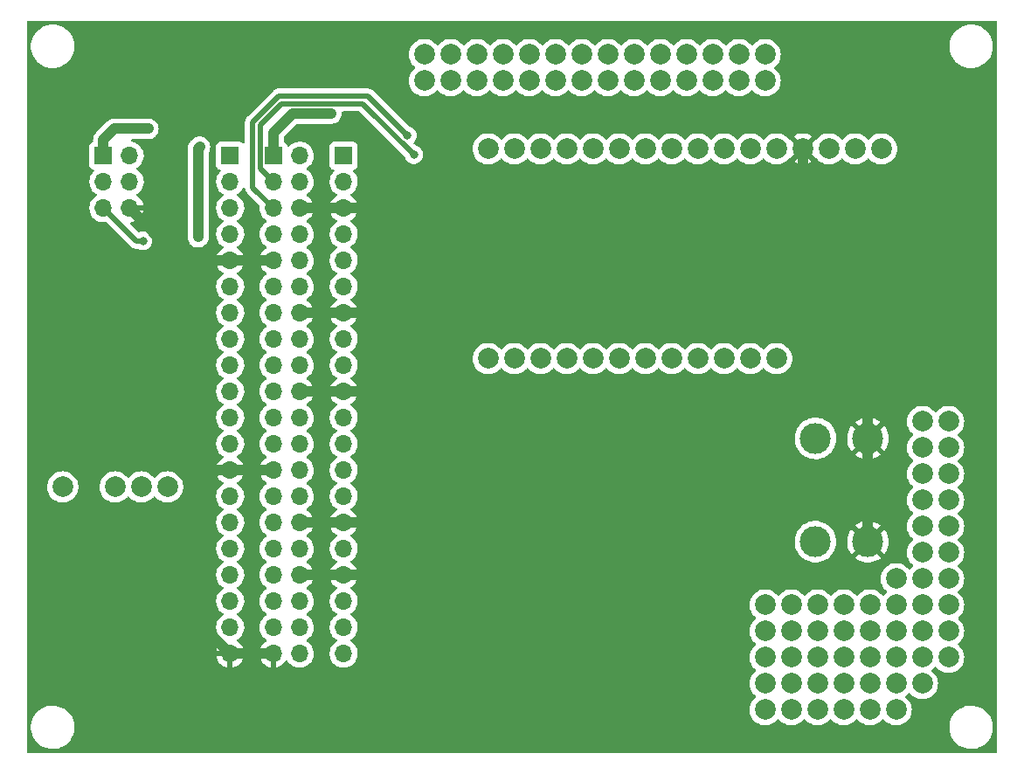
<source format=gbl>
%TF.GenerationSoftware,KiCad,Pcbnew,(6.0.10)*%
%TF.CreationDate,2024-06-04T10:03:53+09:00*%
%TF.ProjectId,extension_circuit_board,65787465-6e73-4696-9f6e-5f6369726375,rev?*%
%TF.SameCoordinates,Original*%
%TF.FileFunction,Copper,L2,Bot*%
%TF.FilePolarity,Positive*%
%FSLAX46Y46*%
G04 Gerber Fmt 4.6, Leading zero omitted, Abs format (unit mm)*
G04 Created by KiCad (PCBNEW (6.0.10)) date 2024-06-04 10:03:53*
%MOMM*%
%LPD*%
G01*
G04 APERTURE LIST*
%TA.AperFunction,ComponentPad*%
%ADD10C,2.000000*%
%TD*%
%TA.AperFunction,ComponentPad*%
%ADD11R,1.700000X1.700000*%
%TD*%
%TA.AperFunction,ComponentPad*%
%ADD12O,1.700000X1.700000*%
%TD*%
%TA.AperFunction,ComponentPad*%
%ADD13C,3.000000*%
%TD*%
%TA.AperFunction,ViaPad*%
%ADD14C,0.800000*%
%TD*%
%TA.AperFunction,Conductor*%
%ADD15C,1.000000*%
%TD*%
%TA.AperFunction,Conductor*%
%ADD16C,0.500000*%
%TD*%
G04 APERTURE END LIST*
D10*
%TO.P,,1*%
%TO.N,N/C*%
X160020000Y-50800000D03*
%TD*%
%TO.P,,1*%
%TO.N,N/C*%
X160020000Y-53340000D03*
%TD*%
%TO.P,,1*%
%TO.N,N/C*%
X162560000Y-50800000D03*
%TD*%
%TO.P,,1*%
%TO.N,N/C*%
X162560000Y-53340000D03*
%TD*%
%TO.P,,1*%
%TO.N,N/C*%
X165100000Y-50800000D03*
%TD*%
%TO.P,,1*%
%TO.N,N/C*%
X165100000Y-53340000D03*
%TD*%
%TO.P,,1*%
%TO.N,N/C*%
X167640000Y-50800000D03*
%TD*%
%TO.P,,1*%
%TO.N,N/C*%
X167640000Y-53340000D03*
%TD*%
%TO.P,,1*%
%TO.N,N/C*%
X170180000Y-50800000D03*
%TD*%
%TO.P,,1*%
%TO.N,N/C*%
X170180000Y-53340000D03*
%TD*%
%TO.P,,1*%
%TO.N,N/C*%
X172720000Y-50800000D03*
%TD*%
%TO.P,,1*%
%TO.N,N/C*%
X172720000Y-53340000D03*
%TD*%
%TO.P,,1*%
%TO.N,N/C*%
X175260000Y-50800000D03*
%TD*%
%TO.P,,1*%
%TO.N,N/C*%
X175260000Y-53340000D03*
%TD*%
%TO.P,,1*%
%TO.N,N/C*%
X177800000Y-50800000D03*
%TD*%
%TO.P,,1*%
%TO.N,N/C*%
X177800000Y-53340000D03*
%TD*%
%TO.P,,1*%
%TO.N,N/C*%
X180340000Y-50800000D03*
%TD*%
%TO.P,,1*%
%TO.N,N/C*%
X180340000Y-53340000D03*
%TD*%
%TO.P,,1*%
%TO.N,N/C*%
X182880000Y-50800000D03*
%TD*%
%TO.P,,1*%
%TO.N,N/C*%
X182880000Y-53340000D03*
%TD*%
%TO.P,,1*%
%TO.N,N/C*%
X185420000Y-50800000D03*
%TD*%
%TO.P,,1*%
%TO.N,N/C*%
X185420000Y-53340000D03*
%TD*%
%TO.P,,1*%
%TO.N,N/C*%
X187960000Y-50800000D03*
%TD*%
%TO.P,,1*%
%TO.N,N/C*%
X187960000Y-53340000D03*
%TD*%
%TO.P,,1*%
%TO.N,N/C*%
X190500000Y-50800000D03*
%TD*%
%TO.P,,1*%
%TO.N,N/C*%
X190500000Y-53340000D03*
%TD*%
%TO.P,,1*%
%TO.N,N/C*%
X193040000Y-53340000D03*
%TD*%
%TO.P,,1*%
%TO.N,N/C*%
X193040000Y-50800000D03*
%TD*%
%TO.P,,1*%
%TO.N,N/C*%
X195580000Y-114300000D03*
%TD*%
%TO.P,,1*%
%TO.N,N/C*%
X193040000Y-109220000D03*
%TD*%
%TO.P,,1*%
%TO.N,N/C*%
X193040000Y-106680000D03*
%TD*%
%TO.P,,1*%
%TO.N,N/C*%
X195580000Y-104140000D03*
%TD*%
%TO.P,,1*%
%TO.N,N/C*%
X193040000Y-104140000D03*
%TD*%
%TO.P,,1*%
%TO.N,N/C*%
X193040000Y-114300000D03*
%TD*%
%TO.P,,1*%
%TO.N,N/C*%
X193040000Y-111760000D03*
%TD*%
%TO.P,,1*%
%TO.N,N/C*%
X195580000Y-109220000D03*
%TD*%
%TO.P,,1*%
%TO.N,N/C*%
X195580000Y-106680000D03*
%TD*%
%TO.P,,1*%
%TO.N,N/C*%
X195580000Y-111760000D03*
%TD*%
%TO.P,,1*%
%TO.N,N/C*%
X205740000Y-114300000D03*
%TD*%
%TO.P,,1*%
%TO.N,N/C*%
X203200000Y-114300000D03*
%TD*%
%TO.P,,1*%
%TO.N,N/C*%
X200660000Y-114300000D03*
%TD*%
%TO.P,,1*%
%TO.N,N/C*%
X198120000Y-114300000D03*
%TD*%
%TO.P,,1*%
%TO.N,N/C*%
X198120000Y-111760000D03*
%TD*%
%TO.P,,1*%
%TO.N,N/C*%
X198120000Y-109220000D03*
%TD*%
%TO.P,,1*%
%TO.N,N/C*%
X198120000Y-106680000D03*
%TD*%
%TO.P,,1*%
%TO.N,N/C*%
X198120000Y-104140000D03*
%TD*%
%TO.P,,1*%
%TO.N,N/C*%
X200660000Y-104140000D03*
%TD*%
%TO.P,,1*%
%TO.N,N/C*%
X200660000Y-106680000D03*
%TD*%
%TO.P,,1*%
%TO.N,N/C*%
X200660000Y-109220000D03*
%TD*%
%TO.P,,1*%
%TO.N,N/C*%
X200660000Y-111760000D03*
%TD*%
%TO.P,,1*%
%TO.N,N/C*%
X203200000Y-111760000D03*
%TD*%
%TO.P,,1*%
%TO.N,N/C*%
X205740000Y-111760000D03*
%TD*%
%TO.P,,1*%
%TO.N,N/C*%
X208280000Y-111760000D03*
%TD*%
%TO.P,,1*%
%TO.N,N/C*%
X210820000Y-109220000D03*
%TD*%
%TO.P,,1*%
%TO.N,N/C*%
X208280000Y-109220000D03*
%TD*%
%TO.P,,1*%
%TO.N,N/C*%
X205740000Y-109220000D03*
%TD*%
%TO.P,,1*%
%TO.N,N/C*%
X203200000Y-109220000D03*
%TD*%
%TO.P,,1*%
%TO.N,N/C*%
X203200000Y-104140000D03*
%TD*%
%TO.P,,1*%
%TO.N,N/C*%
X203200000Y-106680000D03*
%TD*%
%TO.P,,1*%
%TO.N,N/C*%
X205740000Y-106680000D03*
%TD*%
%TO.P,,1*%
%TO.N,N/C*%
X208280000Y-106680000D03*
%TD*%
%TO.P,,1*%
%TO.N,N/C*%
X210813266Y-106666533D03*
%TD*%
%TO.P,,1*%
%TO.N,N/C*%
X210820000Y-104140000D03*
%TD*%
%TO.P,,1*%
%TO.N,N/C*%
X205740000Y-101600000D03*
%TD*%
%TO.P,,1*%
%TO.N,N/C*%
X205740000Y-104140000D03*
%TD*%
%TO.P,,1*%
%TO.N,N/C*%
X208280000Y-104140000D03*
%TD*%
%TO.P,,1*%
%TO.N,N/C*%
X210820000Y-86360000D03*
%TD*%
%TO.P,,1*%
%TO.N,N/C*%
X208280000Y-86360000D03*
%TD*%
%TO.P,,1*%
%TO.N,N/C*%
X210820000Y-101600000D03*
%TD*%
%TO.P,,1*%
%TO.N,N/C*%
X208280000Y-101600000D03*
%TD*%
%TO.P,,1*%
%TO.N,N/C*%
X210820000Y-99060000D03*
%TD*%
%TO.P,,1*%
%TO.N,N/C*%
X208280000Y-99060000D03*
%TD*%
%TO.P,,1*%
%TO.N,N/C*%
X210820000Y-96520000D03*
%TD*%
%TO.P,,1*%
%TO.N,N/C*%
X208280000Y-96520000D03*
%TD*%
%TO.P,,1*%
%TO.N,N/C*%
X210820000Y-93980000D03*
%TD*%
%TO.P,,1*%
%TO.N,N/C*%
X208280000Y-93980000D03*
%TD*%
%TO.P,,1*%
%TO.N,N/C*%
X208280000Y-91440000D03*
%TD*%
%TO.P,,1*%
%TO.N,N/C*%
X208280000Y-88900000D03*
%TD*%
%TO.P,,1*%
%TO.N,N/C*%
X210820000Y-88900000D03*
%TD*%
%TO.P,,1*%
%TO.N,N/C*%
X210820000Y-91440000D03*
%TD*%
D11*
%TO.P,J3,1,Pin_1*%
%TO.N,+5V*%
X152200000Y-60600000D03*
D12*
%TO.P,J3,2,Pin_2*%
X152200000Y-63140000D03*
%TO.P,J3,3,Pin_3*%
%TO.N,GND*%
X152200000Y-65680000D03*
%TO.P,J3,4,Pin_4*%
%TO.N,Net-(J2-Pad8)*%
X152200000Y-68220000D03*
%TO.P,J3,5,Pin_5*%
%TO.N,Net-(J2-Pad10)*%
X152200000Y-70760000D03*
%TO.P,J3,6,Pin_6*%
%TO.N,Net-(J2-Pad12)*%
X152200000Y-73300000D03*
%TO.P,J3,7,Pin_7*%
%TO.N,GND*%
X152200000Y-75840000D03*
%TO.P,J3,8,Pin_8*%
%TO.N,Net-(J2-Pad16)*%
X152200000Y-78380000D03*
%TO.P,J3,9,Pin_9*%
%TO.N,Net-(J2-Pad18)*%
X152200000Y-80920000D03*
%TO.P,J3,10,Pin_10*%
%TO.N,GND*%
X152200000Y-83460000D03*
%TO.P,J3,11,Pin_11*%
%TO.N,Net-(J2-Pad22)*%
X152200000Y-86000000D03*
%TO.P,J3,12,Pin_12*%
%TO.N,Net-(J2-Pad24)*%
X152200000Y-88540000D03*
%TO.P,J3,13,Pin_13*%
%TO.N,Net-(J2-Pad26)*%
X152200000Y-91080000D03*
%TO.P,J3,14,Pin_14*%
%TO.N,Net-(J2-Pad28)*%
X152200000Y-93620000D03*
%TO.P,J3,15,Pin_15*%
%TO.N,GND*%
X152200000Y-96160000D03*
%TO.P,J3,16,Pin_16*%
%TO.N,Net-(J2-Pad32)*%
X152200000Y-98700000D03*
%TO.P,J3,17,Pin_17*%
%TO.N,GND*%
X152200000Y-101240000D03*
%TO.P,J3,18,Pin_18*%
%TO.N,Net-(J2-Pad36)*%
X152200000Y-103780000D03*
%TO.P,J3,19,Pin_19*%
%TO.N,Net-(J2-Pad38)*%
X152200000Y-106320000D03*
%TO.P,J3,20,Pin_20*%
%TO.N,Net-(J2-Pad40)*%
X152200000Y-108860000D03*
%TD*%
D11*
%TO.P,J5,1,Pin_1*%
%TO.N,+3.3V*%
X128925000Y-60600000D03*
D12*
%TO.P,J5,2,Pin_2*%
%TO.N,+5V*%
X131465000Y-60600000D03*
%TO.P,J5,3,Pin_3*%
%TO.N,I2C_2_SDA*%
X128925000Y-63140000D03*
%TO.P,J5,4,Pin_4*%
%TO.N,+5V*%
X131465000Y-63140000D03*
%TO.P,J5,5,Pin_5*%
%TO.N,I2C_2_SCL*%
X128925000Y-65680000D03*
%TO.P,J5,6,Pin_6*%
%TO.N,GND*%
X131465000Y-65680000D03*
%TD*%
D13*
%TO.P,J6,1,Pin_1*%
%TO.N,+9V*%
X197920000Y-88000000D03*
%TO.P,J6,2,Pin_2*%
%TO.N,GND*%
X203000000Y-88000000D03*
%TD*%
D11*
%TO.P,J1,1,Pin_1*%
%TO.N,+3.3V*%
X141200000Y-60600000D03*
D12*
%TO.P,J1,2,Pin_2*%
%TO.N,I2C_2_SDA*%
X141200000Y-63140000D03*
%TO.P,J1,3,Pin_3*%
%TO.N,I2C_2_SCL*%
X141200000Y-65680000D03*
%TO.P,J1,4,Pin_4*%
%TO.N,Net-(J2-Pad7)*%
X141200000Y-68220000D03*
%TO.P,J1,5,Pin_5*%
%TO.N,GND*%
X141200000Y-70760000D03*
%TO.P,J1,6,Pin_6*%
%TO.N,Net-(J2-Pad11)*%
X141200000Y-73300000D03*
%TO.P,J1,7,Pin_7*%
%TO.N,Net-(J2-Pad13)*%
X141200000Y-75840000D03*
%TO.P,J1,8,Pin_8*%
%TO.N,Net-(J2-Pad15)*%
X141200000Y-78380000D03*
%TO.P,J1,9,Pin_9*%
%TO.N,+3.3V*%
X141200000Y-80920000D03*
%TO.P,J1,10,Pin_10*%
%TO.N,Net-(J2-Pad19)*%
X141200000Y-83460000D03*
%TO.P,J1,11,Pin_11*%
%TO.N,Net-(J2-Pad21)*%
X141200000Y-86000000D03*
%TO.P,J1,12,Pin_12*%
%TO.N,Net-(J2-Pad23)*%
X141200000Y-88540000D03*
%TO.P,J1,13,Pin_13*%
%TO.N,GND*%
X141200000Y-91080000D03*
%TO.P,J1,14,Pin_14*%
%TO.N,Net-(J2-Pad27)*%
X141200000Y-93620000D03*
%TO.P,J1,15,Pin_15*%
%TO.N,Net-(J2-Pad29)*%
X141200000Y-96160000D03*
%TO.P,J1,16,Pin_16*%
%TO.N,Net-(J2-Pad31)*%
X141200000Y-98700000D03*
%TO.P,J1,17,Pin_17*%
%TO.N,Net-(J2-Pad33)*%
X141200000Y-101240000D03*
%TO.P,J1,18,Pin_18*%
%TO.N,Net-(J2-Pad35)*%
X141200000Y-103780000D03*
%TO.P,J1,19,Pin_19*%
%TO.N,Net-(J2-Pad37)*%
X141200000Y-106320000D03*
%TO.P,J1,20,Pin_20*%
%TO.N,GND*%
X141200000Y-108860000D03*
%TD*%
D10*
%TO.P,J4,1,Pin_1*%
%TO.N,unconnected-(J4-Pad1)*%
X204315000Y-59940000D03*
%TO.P,J4,2,Pin_2*%
%TO.N,+3.3V*%
X201775000Y-59940000D03*
%TO.P,J4,3,Pin_3*%
%TO.N,unconnected-(J4-Pad3)*%
X199235000Y-59940000D03*
%TO.P,J4,4,Pin_4*%
%TO.N,GND*%
X196695000Y-59940000D03*
%TO.P,J4,5,Pin_5*%
%TO.N,unconnected-(J4-Pad5)*%
X194155000Y-59940000D03*
%TO.P,J4,6,Pin_6*%
%TO.N,unconnected-(J4-Pad6)*%
X191615000Y-59940000D03*
%TO.P,J4,7,Pin_7*%
%TO.N,unconnected-(J4-Pad7)*%
X189075000Y-59940000D03*
%TO.P,J4,8,Pin_8*%
%TO.N,unconnected-(J4-Pad8)*%
X186535000Y-59940000D03*
%TO.P,J4,9,Pin_9*%
%TO.N,unconnected-(J4-Pad9)*%
X183995000Y-59940000D03*
%TO.P,J4,10,Pin_10*%
%TO.N,unconnected-(J4-Pad10)*%
X181455000Y-59940000D03*
%TO.P,J4,11,Pin_11*%
%TO.N,unconnected-(J4-Pad11)*%
X178915000Y-59940000D03*
%TO.P,J4,12,Pin_12*%
%TO.N,unconnected-(J4-Pad12)*%
X176375000Y-59940000D03*
%TO.P,J4,13,Pin_13*%
%TO.N,unconnected-(J4-Pad13)*%
X173835000Y-59940000D03*
%TO.P,J4,14,Pin_14*%
%TO.N,unconnected-(J4-Pad14)*%
X171295000Y-59940000D03*
%TO.P,J4,15,Pin_15*%
%TO.N,unconnected-(J4-Pad15)*%
X168755000Y-59940000D03*
%TO.P,J4,16,Pin_16*%
%TO.N,unconnected-(J4-Pad16)*%
X166215000Y-59940000D03*
%TO.P,J4,21,Pin_21*%
%TO.N,unconnected-(J4-Pad21)*%
X194155000Y-80260000D03*
%TO.P,J4,22,Pin_22*%
%TO.N,unconnected-(J4-Pad22)*%
X191615000Y-80260000D03*
%TO.P,J4,23,Pin_23*%
%TO.N,unconnected-(J4-Pad23)*%
X189075000Y-80260000D03*
%TO.P,J4,24,Pin_24*%
%TO.N,unconnected-(J4-Pad24)*%
X186535000Y-80260000D03*
%TO.P,J4,25,Pin_25*%
%TO.N,unconnected-(J4-Pad25)*%
X183995000Y-80260000D03*
%TO.P,J4,26,Pin_26*%
%TO.N,unconnected-(J4-Pad26)*%
X181455000Y-80260000D03*
%TO.P,J4,27,Pin_27*%
%TO.N,unconnected-(J4-Pad27)*%
X178915000Y-80260000D03*
%TO.P,J4,28,Pin_28*%
%TO.N,unconnected-(J4-Pad28)*%
X176375000Y-80260000D03*
%TO.P,J4,29,Pin_29*%
%TO.N,unconnected-(J4-Pad29)*%
X173835000Y-80260000D03*
%TO.P,J4,30,Pin_30*%
%TO.N,unconnected-(J4-Pad30)*%
X171295000Y-80260000D03*
%TO.P,J4,31,Pin_31*%
%TO.N,I2C_2_SCL*%
X168755000Y-80260000D03*
%TO.P,J4,32,Pin_32*%
%TO.N,I2C_2_SDA*%
X166215000Y-80260000D03*
%TD*%
D13*
%TO.P,J7,1,Pin_1*%
%TO.N,+9V*%
X197920000Y-98000000D03*
%TO.P,J7,2,Pin_2*%
%TO.N,GND*%
X203000000Y-98000000D03*
%TD*%
D10*
%TO.P,SW1,1,A*%
%TO.N,Net-(SW1-Pad1)*%
X130060000Y-92700000D03*
%TO.P,SW1,2,B*%
%TO.N,+5V*%
X132600000Y-92700000D03*
%TO.P,SW1,3,C*%
%TO.N,unconnected-(SW1-Pad3)*%
X135140000Y-92700000D03*
%TO.P,SW1,4*%
%TO.N,N/C*%
X124980000Y-92700000D03*
%TD*%
D11*
%TO.P,J2,1,Pin_1*%
%TO.N,+3.3V*%
X145400000Y-60600000D03*
D12*
%TO.P,J2,2,Pin_2*%
%TO.N,+5V*%
X147940000Y-60600000D03*
%TO.P,J2,3,Pin_3*%
%TO.N,I2C_2_SDA*%
X145400000Y-63140000D03*
%TO.P,J2,4,Pin_4*%
%TO.N,+5V*%
X147940000Y-63140000D03*
%TO.P,J2,5,Pin_5*%
%TO.N,I2C_2_SCL*%
X145400000Y-65680000D03*
%TO.P,J2,6,Pin_6*%
%TO.N,GND*%
X147940000Y-65680000D03*
%TO.P,J2,7,Pin_7*%
%TO.N,Net-(J2-Pad7)*%
X145400000Y-68220000D03*
%TO.P,J2,8,Pin_8*%
%TO.N,Net-(J2-Pad8)*%
X147940000Y-68220000D03*
%TO.P,J2,9,Pin_9*%
%TO.N,GND*%
X145400000Y-70760000D03*
%TO.P,J2,10,Pin_10*%
%TO.N,Net-(J2-Pad10)*%
X147940000Y-70760000D03*
%TO.P,J2,11,Pin_11*%
%TO.N,Net-(J2-Pad11)*%
X145400000Y-73300000D03*
%TO.P,J2,12,Pin_12*%
%TO.N,Net-(J2-Pad12)*%
X147940000Y-73300000D03*
%TO.P,J2,13,Pin_13*%
%TO.N,Net-(J2-Pad13)*%
X145400000Y-75840000D03*
%TO.P,J2,14,Pin_14*%
%TO.N,GND*%
X147940000Y-75840000D03*
%TO.P,J2,15,Pin_15*%
%TO.N,Net-(J2-Pad15)*%
X145400000Y-78380000D03*
%TO.P,J2,16,Pin_16*%
%TO.N,Net-(J2-Pad16)*%
X147940000Y-78380000D03*
%TO.P,J2,17,Pin_17*%
%TO.N,+3.3V*%
X145400000Y-80920000D03*
%TO.P,J2,18,Pin_18*%
%TO.N,Net-(J2-Pad18)*%
X147940000Y-80920000D03*
%TO.P,J2,19,Pin_19*%
%TO.N,Net-(J2-Pad19)*%
X145400000Y-83460000D03*
%TO.P,J2,20,Pin_20*%
%TO.N,GND*%
X147940000Y-83460000D03*
%TO.P,J2,21,Pin_21*%
%TO.N,Net-(J2-Pad21)*%
X145400000Y-86000000D03*
%TO.P,J2,22,Pin_22*%
%TO.N,Net-(J2-Pad22)*%
X147940000Y-86000000D03*
%TO.P,J2,23,Pin_23*%
%TO.N,Net-(J2-Pad23)*%
X145400000Y-88540000D03*
%TO.P,J2,24,Pin_24*%
%TO.N,Net-(J2-Pad24)*%
X147940000Y-88540000D03*
%TO.P,J2,25,Pin_25*%
%TO.N,GND*%
X145400000Y-91080000D03*
%TO.P,J2,26,Pin_26*%
%TO.N,Net-(J2-Pad26)*%
X147940000Y-91080000D03*
%TO.P,J2,27,Pin_27*%
%TO.N,Net-(J2-Pad27)*%
X145400000Y-93620000D03*
%TO.P,J2,28,Pin_28*%
%TO.N,Net-(J2-Pad28)*%
X147940000Y-93620000D03*
%TO.P,J2,29,Pin_29*%
%TO.N,Net-(J2-Pad29)*%
X145400000Y-96160000D03*
%TO.P,J2,30,Pin_30*%
%TO.N,GND*%
X147940000Y-96160000D03*
%TO.P,J2,31,Pin_31*%
%TO.N,Net-(J2-Pad31)*%
X145400000Y-98700000D03*
%TO.P,J2,32,Pin_32*%
%TO.N,Net-(J2-Pad32)*%
X147940000Y-98700000D03*
%TO.P,J2,33,Pin_33*%
%TO.N,Net-(J2-Pad33)*%
X145400000Y-101240000D03*
%TO.P,J2,34,Pin_34*%
%TO.N,GND*%
X147940000Y-101240000D03*
%TO.P,J2,35,Pin_35*%
%TO.N,Net-(J2-Pad35)*%
X145400000Y-103780000D03*
%TO.P,J2,36,Pin_36*%
%TO.N,Net-(J2-Pad36)*%
X147940000Y-103780000D03*
%TO.P,J2,37,Pin_37*%
%TO.N,Net-(J2-Pad37)*%
X145400000Y-106320000D03*
%TO.P,J2,38,Pin_38*%
%TO.N,Net-(J2-Pad38)*%
X147940000Y-106320000D03*
%TO.P,J2,39,Pin_39*%
%TO.N,GND*%
X145400000Y-108860000D03*
%TO.P,J2,40,Pin_40*%
%TO.N,Net-(J2-Pad40)*%
X147940000Y-108860000D03*
%TD*%
D14*
%TO.N,GND*%
X181960000Y-109790000D03*
X179420000Y-109790000D03*
%TO.N,+3.3V*%
X138250000Y-59750000D03*
X138100000Y-68500000D03*
X133250000Y-58000000D03*
X151000000Y-56500000D03*
%TO.N,I2C_2_SCL*%
X158350688Y-58649312D03*
X132740050Y-68849500D03*
%TO.N,I2C_2_SDA*%
X159000000Y-60500000D03*
%TD*%
D15*
%TO.N,GND*%
X181960000Y-99980000D02*
X181960000Y-109790000D01*
X188160000Y-93780000D02*
X181960000Y-99980000D01*
X203000000Y-93780000D02*
X203000000Y-98000000D01*
X203000000Y-88000000D02*
X203000000Y-93780000D01*
X203000000Y-93780000D02*
X188160000Y-93780000D01*
X154900000Y-109900000D02*
X154900000Y-100400000D01*
X203000000Y-75800000D02*
X203000000Y-88000000D01*
X133750000Y-67965000D02*
X133750000Y-68000000D01*
X139920000Y-91080000D02*
X139140000Y-91860000D01*
X154060000Y-101240000D02*
X154900000Y-100400000D01*
X143900000Y-110700000D02*
X154100000Y-110700000D01*
X141200000Y-70760000D02*
X145400000Y-70760000D01*
X153740000Y-96160000D02*
X152200000Y-96160000D01*
X143640000Y-108860000D02*
X143640000Y-110440000D01*
X147940000Y-96160000D02*
X152200000Y-96160000D01*
X147940000Y-83460000D02*
X152200000Y-83460000D01*
X153860000Y-83460000D02*
X154900000Y-84500000D01*
X136510000Y-70760000D02*
X139160000Y-70760000D01*
X155100000Y-76100000D02*
X155100000Y-82220000D01*
X143640000Y-110440000D02*
X143900000Y-110700000D01*
X154900000Y-84500000D02*
X154900000Y-95000000D01*
X143640000Y-108860000D02*
X141200000Y-108860000D01*
X141200000Y-91080000D02*
X145400000Y-91080000D01*
X133750000Y-68000000D02*
X136510000Y-70760000D01*
X147940000Y-101240000D02*
X152200000Y-101240000D01*
X141200000Y-91080000D02*
X139920000Y-91080000D01*
X155100000Y-82220000D02*
X153860000Y-83460000D01*
X139160000Y-70760000D02*
X141200000Y-70760000D01*
X139140000Y-106840000D02*
X139140000Y-93360000D01*
X145400000Y-108860000D02*
X143640000Y-108860000D01*
X152200000Y-75840000D02*
X154840000Y-75840000D01*
X196695000Y-69495000D02*
X203000000Y-75800000D01*
X139140000Y-91860000D02*
X139140000Y-93360000D01*
X139140000Y-93360000D02*
X139140000Y-70780000D01*
X147940000Y-75840000D02*
X152200000Y-75840000D01*
X196695000Y-69495000D02*
X157695000Y-69495000D01*
X152200000Y-65680000D02*
X153880000Y-65680000D01*
X152200000Y-101240000D02*
X154060000Y-101240000D01*
X139840000Y-107500000D02*
X139800000Y-107500000D01*
X152200000Y-83460000D02*
X153860000Y-83460000D01*
X153880000Y-65680000D02*
X155100000Y-66900000D01*
X154100000Y-110700000D02*
X154900000Y-109900000D01*
X147940000Y-65680000D02*
X152200000Y-65680000D01*
X154840000Y-75840000D02*
X155100000Y-76100000D01*
X181960000Y-109790000D02*
X179420000Y-109790000D01*
X139800000Y-107500000D02*
X139140000Y-106840000D01*
X154900000Y-95000000D02*
X153740000Y-96160000D01*
X157695000Y-69495000D02*
X155100000Y-66900000D01*
X154900000Y-100400000D02*
X154900000Y-95000000D01*
X139140000Y-70780000D02*
X139160000Y-70760000D01*
X131465000Y-65680000D02*
X133750000Y-67965000D01*
X196695000Y-59940000D02*
X196695000Y-69495000D01*
X141200000Y-108860000D02*
X139840000Y-107500000D01*
X155100000Y-66900000D02*
X155100000Y-76100000D01*
%TO.N,+3.3V*%
X138100000Y-68500000D02*
X138100000Y-59900000D01*
X128925000Y-59075000D02*
X130000000Y-58000000D01*
X138100000Y-59900000D02*
X138250000Y-59750000D01*
X151000000Y-56500000D02*
X147250000Y-56500000D01*
X128925000Y-60600000D02*
X128925000Y-59075000D01*
X147250000Y-56500000D02*
X145400000Y-58350000D01*
X145400000Y-58350000D02*
X145400000Y-60600000D01*
X133250000Y-58000000D02*
X130000000Y-58000000D01*
D16*
%TO.N,I2C_2_SCL*%
X145900000Y-54850000D02*
X154551376Y-54850000D01*
X132094500Y-68849500D02*
X128925000Y-65680000D01*
X143400000Y-63680000D02*
X143400000Y-57350000D01*
X145400000Y-65680000D02*
X143400000Y-63680000D01*
X143400000Y-57350000D02*
X145900000Y-54850000D01*
X132740050Y-68849500D02*
X132094500Y-68849500D01*
X154551376Y-54850000D02*
X158350688Y-58649312D01*
%TO.N,I2C_2_SDA*%
X154050000Y-55550000D02*
X159000000Y-60500000D01*
X145400000Y-63140000D02*
X144100000Y-61840000D01*
X144100000Y-61840000D02*
X144100000Y-57650000D01*
X146200000Y-55550000D02*
X154050000Y-55550000D01*
X144100000Y-57650000D02*
X146200000Y-55550000D01*
%TD*%
%TA.AperFunction,Conductor*%
%TO.N,GND*%
G36*
X215433621Y-47528502D02*
G01*
X215480114Y-47582158D01*
X215491500Y-47634500D01*
X215491500Y-118365500D01*
X215471498Y-118433621D01*
X215417842Y-118480114D01*
X215365500Y-118491500D01*
X121634500Y-118491500D01*
X121566379Y-118471498D01*
X121519886Y-118417842D01*
X121508500Y-118365500D01*
X121508500Y-116132703D01*
X121890743Y-116132703D01*
X121928268Y-116417734D01*
X122004129Y-116695036D01*
X122116923Y-116959476D01*
X122264561Y-117206161D01*
X122444313Y-117430528D01*
X122652851Y-117628423D01*
X122886317Y-117796186D01*
X122890112Y-117798195D01*
X122890113Y-117798196D01*
X122911869Y-117809715D01*
X123140392Y-117930712D01*
X123410373Y-118029511D01*
X123691264Y-118090755D01*
X123719841Y-118093004D01*
X123914282Y-118108307D01*
X123914291Y-118108307D01*
X123916739Y-118108500D01*
X124072271Y-118108500D01*
X124074407Y-118108354D01*
X124074418Y-118108354D01*
X124282548Y-118094165D01*
X124282554Y-118094164D01*
X124286825Y-118093873D01*
X124291020Y-118093004D01*
X124291022Y-118093004D01*
X124427583Y-118064724D01*
X124568342Y-118035574D01*
X124839343Y-117939607D01*
X125094812Y-117807750D01*
X125098313Y-117805289D01*
X125098317Y-117805287D01*
X125212418Y-117725095D01*
X125330023Y-117642441D01*
X125540622Y-117446740D01*
X125722713Y-117224268D01*
X125872927Y-116979142D01*
X125988483Y-116715898D01*
X126067244Y-116439406D01*
X126107751Y-116154784D01*
X126107845Y-116136951D01*
X126107867Y-116132703D01*
X210890743Y-116132703D01*
X210928268Y-116417734D01*
X211004129Y-116695036D01*
X211116923Y-116959476D01*
X211264561Y-117206161D01*
X211444313Y-117430528D01*
X211652851Y-117628423D01*
X211886317Y-117796186D01*
X211890112Y-117798195D01*
X211890113Y-117798196D01*
X211911869Y-117809715D01*
X212140392Y-117930712D01*
X212410373Y-118029511D01*
X212691264Y-118090755D01*
X212719841Y-118093004D01*
X212914282Y-118108307D01*
X212914291Y-118108307D01*
X212916739Y-118108500D01*
X213072271Y-118108500D01*
X213074407Y-118108354D01*
X213074418Y-118108354D01*
X213282548Y-118094165D01*
X213282554Y-118094164D01*
X213286825Y-118093873D01*
X213291020Y-118093004D01*
X213291022Y-118093004D01*
X213427583Y-118064724D01*
X213568342Y-118035574D01*
X213839343Y-117939607D01*
X214094812Y-117807750D01*
X214098313Y-117805289D01*
X214098317Y-117805287D01*
X214212418Y-117725095D01*
X214330023Y-117642441D01*
X214540622Y-117446740D01*
X214722713Y-117224268D01*
X214872927Y-116979142D01*
X214988483Y-116715898D01*
X215067244Y-116439406D01*
X215107751Y-116154784D01*
X215107845Y-116136951D01*
X215109235Y-115871583D01*
X215109235Y-115871576D01*
X215109257Y-115867297D01*
X215102131Y-115813165D01*
X215080667Y-115650135D01*
X215071732Y-115582266D01*
X214995871Y-115304964D01*
X214883077Y-115040524D01*
X214735439Y-114793839D01*
X214555687Y-114569472D01*
X214347149Y-114371577D01*
X214113683Y-114203814D01*
X214091843Y-114192250D01*
X214068654Y-114179972D01*
X213859608Y-114069288D01*
X213589627Y-113970489D01*
X213308736Y-113909245D01*
X213277685Y-113906801D01*
X213085718Y-113891693D01*
X213085709Y-113891693D01*
X213083261Y-113891500D01*
X212927729Y-113891500D01*
X212925593Y-113891646D01*
X212925582Y-113891646D01*
X212717452Y-113905835D01*
X212717446Y-113905836D01*
X212713175Y-113906127D01*
X212708980Y-113906996D01*
X212708978Y-113906996D01*
X212572417Y-113935276D01*
X212431658Y-113964426D01*
X212160657Y-114060393D01*
X211905188Y-114192250D01*
X211901687Y-114194711D01*
X211901683Y-114194713D01*
X211891594Y-114201804D01*
X211669977Y-114357559D01*
X211654892Y-114371577D01*
X211477187Y-114536711D01*
X211459378Y-114553260D01*
X211277287Y-114775732D01*
X211127073Y-115020858D01*
X211011517Y-115284102D01*
X210932756Y-115560594D01*
X210892249Y-115845216D01*
X210892227Y-115849505D01*
X210892226Y-115849512D01*
X210890765Y-116128417D01*
X210890743Y-116132703D01*
X126107867Y-116132703D01*
X126109235Y-115871583D01*
X126109235Y-115871576D01*
X126109257Y-115867297D01*
X126102131Y-115813165D01*
X126080667Y-115650135D01*
X126071732Y-115582266D01*
X125995871Y-115304964D01*
X125883077Y-115040524D01*
X125735439Y-114793839D01*
X125555687Y-114569472D01*
X125347149Y-114371577D01*
X125247539Y-114300000D01*
X191526835Y-114300000D01*
X191545465Y-114536711D01*
X191546619Y-114541518D01*
X191546620Y-114541524D01*
X191581640Y-114687391D01*
X191600895Y-114767594D01*
X191602788Y-114772165D01*
X191602789Y-114772167D01*
X191610380Y-114790492D01*
X191691760Y-114986963D01*
X191694346Y-114991183D01*
X191813241Y-115185202D01*
X191813245Y-115185208D01*
X191815824Y-115189416D01*
X191970031Y-115369969D01*
X192150584Y-115524176D01*
X192154792Y-115526755D01*
X192154798Y-115526759D01*
X192348817Y-115645654D01*
X192353037Y-115648240D01*
X192357607Y-115650133D01*
X192357611Y-115650135D01*
X192567833Y-115737211D01*
X192572406Y-115739105D01*
X192652609Y-115758360D01*
X192798476Y-115793380D01*
X192798482Y-115793381D01*
X192803289Y-115794535D01*
X193040000Y-115813165D01*
X193276711Y-115794535D01*
X193281518Y-115793381D01*
X193281524Y-115793380D01*
X193427391Y-115758360D01*
X193507594Y-115739105D01*
X193512167Y-115737211D01*
X193722389Y-115650135D01*
X193722393Y-115650133D01*
X193726963Y-115648240D01*
X193731183Y-115645654D01*
X193925202Y-115526759D01*
X193925208Y-115526755D01*
X193929416Y-115524176D01*
X194109969Y-115369969D01*
X194113177Y-115366213D01*
X194113182Y-115366208D01*
X194214189Y-115247944D01*
X194273639Y-115209134D01*
X194344634Y-115208628D01*
X194405811Y-115247944D01*
X194506818Y-115366208D01*
X194506823Y-115366213D01*
X194510031Y-115369969D01*
X194690584Y-115524176D01*
X194694792Y-115526755D01*
X194694798Y-115526759D01*
X194888817Y-115645654D01*
X194893037Y-115648240D01*
X194897607Y-115650133D01*
X194897611Y-115650135D01*
X195107833Y-115737211D01*
X195112406Y-115739105D01*
X195192609Y-115758360D01*
X195338476Y-115793380D01*
X195338482Y-115793381D01*
X195343289Y-115794535D01*
X195580000Y-115813165D01*
X195816711Y-115794535D01*
X195821518Y-115793381D01*
X195821524Y-115793380D01*
X195967391Y-115758360D01*
X196047594Y-115739105D01*
X196052167Y-115737211D01*
X196262389Y-115650135D01*
X196262393Y-115650133D01*
X196266963Y-115648240D01*
X196271183Y-115645654D01*
X196465202Y-115526759D01*
X196465208Y-115526755D01*
X196469416Y-115524176D01*
X196649969Y-115369969D01*
X196653177Y-115366213D01*
X196653182Y-115366208D01*
X196754189Y-115247944D01*
X196813639Y-115209134D01*
X196884634Y-115208628D01*
X196945811Y-115247944D01*
X197046818Y-115366208D01*
X197046823Y-115366213D01*
X197050031Y-115369969D01*
X197230584Y-115524176D01*
X197234792Y-115526755D01*
X197234798Y-115526759D01*
X197428817Y-115645654D01*
X197433037Y-115648240D01*
X197437607Y-115650133D01*
X197437611Y-115650135D01*
X197647833Y-115737211D01*
X197652406Y-115739105D01*
X197732609Y-115758360D01*
X197878476Y-115793380D01*
X197878482Y-115793381D01*
X197883289Y-115794535D01*
X198120000Y-115813165D01*
X198356711Y-115794535D01*
X198361518Y-115793381D01*
X198361524Y-115793380D01*
X198507391Y-115758360D01*
X198587594Y-115739105D01*
X198592167Y-115737211D01*
X198802389Y-115650135D01*
X198802393Y-115650133D01*
X198806963Y-115648240D01*
X198811183Y-115645654D01*
X199005202Y-115526759D01*
X199005208Y-115526755D01*
X199009416Y-115524176D01*
X199189969Y-115369969D01*
X199193177Y-115366213D01*
X199193182Y-115366208D01*
X199294189Y-115247944D01*
X199353639Y-115209134D01*
X199424634Y-115208628D01*
X199485811Y-115247944D01*
X199586818Y-115366208D01*
X199586823Y-115366213D01*
X199590031Y-115369969D01*
X199770584Y-115524176D01*
X199774792Y-115526755D01*
X199774798Y-115526759D01*
X199968817Y-115645654D01*
X199973037Y-115648240D01*
X199977607Y-115650133D01*
X199977611Y-115650135D01*
X200187833Y-115737211D01*
X200192406Y-115739105D01*
X200272609Y-115758360D01*
X200418476Y-115793380D01*
X200418482Y-115793381D01*
X200423289Y-115794535D01*
X200660000Y-115813165D01*
X200896711Y-115794535D01*
X200901518Y-115793381D01*
X200901524Y-115793380D01*
X201047391Y-115758360D01*
X201127594Y-115739105D01*
X201132167Y-115737211D01*
X201342389Y-115650135D01*
X201342393Y-115650133D01*
X201346963Y-115648240D01*
X201351183Y-115645654D01*
X201545202Y-115526759D01*
X201545208Y-115526755D01*
X201549416Y-115524176D01*
X201729969Y-115369969D01*
X201733177Y-115366213D01*
X201733182Y-115366208D01*
X201834189Y-115247944D01*
X201893639Y-115209134D01*
X201964634Y-115208628D01*
X202025811Y-115247944D01*
X202126818Y-115366208D01*
X202126823Y-115366213D01*
X202130031Y-115369969D01*
X202310584Y-115524176D01*
X202314792Y-115526755D01*
X202314798Y-115526759D01*
X202508817Y-115645654D01*
X202513037Y-115648240D01*
X202517607Y-115650133D01*
X202517611Y-115650135D01*
X202727833Y-115737211D01*
X202732406Y-115739105D01*
X202812609Y-115758360D01*
X202958476Y-115793380D01*
X202958482Y-115793381D01*
X202963289Y-115794535D01*
X203200000Y-115813165D01*
X203436711Y-115794535D01*
X203441518Y-115793381D01*
X203441524Y-115793380D01*
X203587391Y-115758360D01*
X203667594Y-115739105D01*
X203672167Y-115737211D01*
X203882389Y-115650135D01*
X203882393Y-115650133D01*
X203886963Y-115648240D01*
X203891183Y-115645654D01*
X204085202Y-115526759D01*
X204085208Y-115526755D01*
X204089416Y-115524176D01*
X204269969Y-115369969D01*
X204273177Y-115366213D01*
X204273182Y-115366208D01*
X204374189Y-115247944D01*
X204433639Y-115209134D01*
X204504634Y-115208628D01*
X204565811Y-115247944D01*
X204666818Y-115366208D01*
X204666823Y-115366213D01*
X204670031Y-115369969D01*
X204850584Y-115524176D01*
X204854792Y-115526755D01*
X204854798Y-115526759D01*
X205048817Y-115645654D01*
X205053037Y-115648240D01*
X205057607Y-115650133D01*
X205057611Y-115650135D01*
X205267833Y-115737211D01*
X205272406Y-115739105D01*
X205352609Y-115758360D01*
X205498476Y-115793380D01*
X205498482Y-115793381D01*
X205503289Y-115794535D01*
X205740000Y-115813165D01*
X205976711Y-115794535D01*
X205981518Y-115793381D01*
X205981524Y-115793380D01*
X206127391Y-115758360D01*
X206207594Y-115739105D01*
X206212167Y-115737211D01*
X206422389Y-115650135D01*
X206422393Y-115650133D01*
X206426963Y-115648240D01*
X206431183Y-115645654D01*
X206625202Y-115526759D01*
X206625208Y-115526755D01*
X206629416Y-115524176D01*
X206809969Y-115369969D01*
X206964176Y-115189416D01*
X206966755Y-115185208D01*
X206966759Y-115185202D01*
X207085654Y-114991183D01*
X207088240Y-114986963D01*
X207169621Y-114790492D01*
X207177211Y-114772167D01*
X207177212Y-114772165D01*
X207179105Y-114767594D01*
X207198360Y-114687391D01*
X207233380Y-114541524D01*
X207233381Y-114541518D01*
X207234535Y-114536711D01*
X207253165Y-114300000D01*
X207234535Y-114063289D01*
X207211144Y-113965856D01*
X207196734Y-113905835D01*
X207179105Y-113832406D01*
X207088240Y-113613037D01*
X207085654Y-113608817D01*
X206966759Y-113414798D01*
X206966755Y-113414792D01*
X206964176Y-113410584D01*
X206809969Y-113230031D01*
X206806213Y-113226823D01*
X206806208Y-113226818D01*
X206687944Y-113125811D01*
X206649134Y-113066361D01*
X206648628Y-112995366D01*
X206687944Y-112934189D01*
X206806208Y-112833182D01*
X206806213Y-112833177D01*
X206809969Y-112829969D01*
X206813177Y-112826213D01*
X206813182Y-112826208D01*
X206914189Y-112707944D01*
X206973639Y-112669134D01*
X207044634Y-112668628D01*
X207105811Y-112707944D01*
X207206818Y-112826208D01*
X207206823Y-112826213D01*
X207210031Y-112829969D01*
X207390584Y-112984176D01*
X207394792Y-112986755D01*
X207394798Y-112986759D01*
X207524697Y-113066361D01*
X207593037Y-113108240D01*
X207597607Y-113110133D01*
X207597611Y-113110135D01*
X207635457Y-113125811D01*
X207812406Y-113199105D01*
X207892609Y-113218360D01*
X208038476Y-113253380D01*
X208038482Y-113253381D01*
X208043289Y-113254535D01*
X208280000Y-113273165D01*
X208516711Y-113254535D01*
X208521518Y-113253381D01*
X208521524Y-113253380D01*
X208667391Y-113218360D01*
X208747594Y-113199105D01*
X208924543Y-113125811D01*
X208962389Y-113110135D01*
X208962393Y-113110133D01*
X208966963Y-113108240D01*
X209035303Y-113066361D01*
X209165202Y-112986759D01*
X209165208Y-112986755D01*
X209169416Y-112984176D01*
X209349969Y-112829969D01*
X209504176Y-112649416D01*
X209506755Y-112645208D01*
X209506759Y-112645202D01*
X209625654Y-112451183D01*
X209628240Y-112446963D01*
X209719105Y-112227594D01*
X209774535Y-111996711D01*
X209793165Y-111760000D01*
X209774535Y-111523289D01*
X209719105Y-111292406D01*
X209628240Y-111073037D01*
X209625654Y-111068817D01*
X209506759Y-110874798D01*
X209506755Y-110874792D01*
X209504176Y-110870584D01*
X209349969Y-110690031D01*
X209346213Y-110686823D01*
X209346208Y-110686818D01*
X209227944Y-110585811D01*
X209189134Y-110526361D01*
X209188628Y-110455366D01*
X209227944Y-110394189D01*
X209346208Y-110293182D01*
X209346213Y-110293177D01*
X209349969Y-110289969D01*
X209353177Y-110286213D01*
X209353182Y-110286208D01*
X209454189Y-110167944D01*
X209513639Y-110129134D01*
X209584634Y-110128628D01*
X209645811Y-110167944D01*
X209746818Y-110286208D01*
X209746823Y-110286213D01*
X209750031Y-110289969D01*
X209930584Y-110444176D01*
X209934792Y-110446755D01*
X209934798Y-110446759D01*
X210064697Y-110526361D01*
X210133037Y-110568240D01*
X210137607Y-110570133D01*
X210137611Y-110570135D01*
X210175457Y-110585811D01*
X210352406Y-110659105D01*
X210432609Y-110678360D01*
X210578476Y-110713380D01*
X210578482Y-110713381D01*
X210583289Y-110714535D01*
X210820000Y-110733165D01*
X211056711Y-110714535D01*
X211061518Y-110713381D01*
X211061524Y-110713380D01*
X211207391Y-110678360D01*
X211287594Y-110659105D01*
X211464543Y-110585811D01*
X211502389Y-110570135D01*
X211502393Y-110570133D01*
X211506963Y-110568240D01*
X211575303Y-110526361D01*
X211705202Y-110446759D01*
X211705208Y-110446755D01*
X211709416Y-110444176D01*
X211889969Y-110289969D01*
X212044176Y-110109416D01*
X212046755Y-110105208D01*
X212046759Y-110105202D01*
X212165654Y-109911183D01*
X212168240Y-109906963D01*
X212170639Y-109901173D01*
X212257211Y-109692167D01*
X212257212Y-109692165D01*
X212259105Y-109687594D01*
X212278360Y-109607391D01*
X212313380Y-109461524D01*
X212313381Y-109461518D01*
X212314535Y-109456711D01*
X212333165Y-109220000D01*
X212314535Y-108983289D01*
X212301720Y-108929908D01*
X212260260Y-108757218D01*
X212259105Y-108752406D01*
X212211452Y-108637361D01*
X212170135Y-108537611D01*
X212170133Y-108537607D01*
X212168240Y-108533037D01*
X212099401Y-108420702D01*
X212046759Y-108334798D01*
X212046755Y-108334792D01*
X212044176Y-108330584D01*
X211889969Y-108150031D01*
X211886213Y-108146823D01*
X211886208Y-108146818D01*
X211756693Y-108036202D01*
X211717883Y-107976752D01*
X211717376Y-107905757D01*
X211756693Y-107844580D01*
X211879474Y-107739715D01*
X211879479Y-107739710D01*
X211883235Y-107736502D01*
X212037442Y-107555949D01*
X212040021Y-107551741D01*
X212040025Y-107551735D01*
X212158920Y-107357716D01*
X212161506Y-107353496D01*
X212222130Y-107207137D01*
X212250477Y-107138700D01*
X212250478Y-107138698D01*
X212252371Y-107134127D01*
X212278091Y-107026994D01*
X212306646Y-106908057D01*
X212306647Y-106908051D01*
X212307801Y-106903244D01*
X212326431Y-106666533D01*
X212307801Y-106429822D01*
X212252371Y-106198939D01*
X212212434Y-106102522D01*
X212163401Y-105984144D01*
X212163399Y-105984140D01*
X212161506Y-105979570D01*
X212158920Y-105975350D01*
X212040025Y-105781331D01*
X212040021Y-105781325D01*
X212037442Y-105777117D01*
X211883235Y-105596564D01*
X211772460Y-105501953D01*
X211733651Y-105442502D01*
X211733145Y-105371508D01*
X211772461Y-105310331D01*
X211886208Y-105213182D01*
X211886213Y-105213177D01*
X211889969Y-105209969D01*
X212044176Y-105029416D01*
X212046755Y-105025208D01*
X212046759Y-105025202D01*
X212165654Y-104831183D01*
X212168240Y-104826963D01*
X212170639Y-104821173D01*
X212257211Y-104612167D01*
X212257212Y-104612165D01*
X212259105Y-104607594D01*
X212278360Y-104527391D01*
X212313380Y-104381524D01*
X212313381Y-104381518D01*
X212314535Y-104376711D01*
X212333165Y-104140000D01*
X212314535Y-103903289D01*
X212301720Y-103849908D01*
X212260260Y-103677218D01*
X212259105Y-103672406D01*
X212211452Y-103557361D01*
X212170135Y-103457611D01*
X212170133Y-103457607D01*
X212168240Y-103453037D01*
X212096491Y-103335954D01*
X212046759Y-103254798D01*
X212046755Y-103254792D01*
X212044176Y-103250584D01*
X211889969Y-103070031D01*
X211886213Y-103066823D01*
X211886208Y-103066818D01*
X211767944Y-102965811D01*
X211729134Y-102906361D01*
X211728628Y-102835366D01*
X211767944Y-102774189D01*
X211886208Y-102673182D01*
X211886213Y-102673177D01*
X211889969Y-102669969D01*
X212044176Y-102489416D01*
X212046755Y-102485208D01*
X212046759Y-102485202D01*
X212165654Y-102291183D01*
X212168240Y-102286963D01*
X212170639Y-102281173D01*
X212257211Y-102072167D01*
X212257212Y-102072165D01*
X212259105Y-102067594D01*
X212278360Y-101987391D01*
X212313380Y-101841524D01*
X212313381Y-101841518D01*
X212314535Y-101836711D01*
X212333165Y-101600000D01*
X212314535Y-101363289D01*
X212301720Y-101309908D01*
X212260260Y-101137218D01*
X212259105Y-101132406D01*
X212211452Y-101017361D01*
X212170135Y-100917611D01*
X212170133Y-100917607D01*
X212168240Y-100913037D01*
X212099401Y-100800702D01*
X212046759Y-100714798D01*
X212046755Y-100714792D01*
X212044176Y-100710584D01*
X211889969Y-100530031D01*
X211886213Y-100526823D01*
X211886208Y-100526818D01*
X211767944Y-100425811D01*
X211729134Y-100366361D01*
X211728628Y-100295366D01*
X211767944Y-100234189D01*
X211886208Y-100133182D01*
X211886213Y-100133177D01*
X211889969Y-100129969D01*
X212044176Y-99949416D01*
X212046755Y-99945208D01*
X212046759Y-99945202D01*
X212165654Y-99751183D01*
X212168240Y-99746963D01*
X212170639Y-99741173D01*
X212257211Y-99532167D01*
X212257212Y-99532165D01*
X212259105Y-99527594D01*
X212278360Y-99447391D01*
X212313380Y-99301524D01*
X212313381Y-99301518D01*
X212314535Y-99296711D01*
X212333165Y-99060000D01*
X212314535Y-98823289D01*
X212303157Y-98775894D01*
X212260260Y-98597218D01*
X212259105Y-98592406D01*
X212252949Y-98577544D01*
X212170135Y-98377611D01*
X212170133Y-98377607D01*
X212168240Y-98373037D01*
X212132634Y-98314933D01*
X212046759Y-98174798D01*
X212046755Y-98174792D01*
X212044176Y-98170584D01*
X211889969Y-97990031D01*
X211886213Y-97986823D01*
X211886208Y-97986818D01*
X211767944Y-97885811D01*
X211729134Y-97826361D01*
X211728628Y-97755366D01*
X211767944Y-97694189D01*
X211886208Y-97593182D01*
X211886213Y-97593177D01*
X211889969Y-97589969D01*
X212044176Y-97409416D01*
X212046755Y-97405208D01*
X212046759Y-97405202D01*
X212165654Y-97211183D01*
X212168240Y-97206963D01*
X212170639Y-97201173D01*
X212257211Y-96992167D01*
X212257212Y-96992165D01*
X212259105Y-96987594D01*
X212278360Y-96907391D01*
X212313380Y-96761524D01*
X212313381Y-96761518D01*
X212314535Y-96756711D01*
X212333165Y-96520000D01*
X212314535Y-96283289D01*
X212301720Y-96229908D01*
X212270758Y-96100946D01*
X212259105Y-96052406D01*
X212249905Y-96030195D01*
X212170135Y-95837611D01*
X212170133Y-95837607D01*
X212168240Y-95833037D01*
X212099401Y-95720702D01*
X212046759Y-95634798D01*
X212046755Y-95634792D01*
X212044176Y-95630584D01*
X211889969Y-95450031D01*
X211886213Y-95446823D01*
X211886208Y-95446818D01*
X211767944Y-95345811D01*
X211729134Y-95286361D01*
X211728628Y-95215366D01*
X211767944Y-95154189D01*
X211886208Y-95053182D01*
X211886213Y-95053177D01*
X211889969Y-95049969D01*
X212044176Y-94869416D01*
X212046755Y-94865208D01*
X212046759Y-94865202D01*
X212165654Y-94671183D01*
X212168240Y-94666963D01*
X212170639Y-94661173D01*
X212257211Y-94452167D01*
X212257212Y-94452165D01*
X212259105Y-94447594D01*
X212278360Y-94367391D01*
X212313380Y-94221524D01*
X212313381Y-94221518D01*
X212314535Y-94216711D01*
X212333165Y-93980000D01*
X212314535Y-93743289D01*
X212301720Y-93689908D01*
X212260260Y-93517218D01*
X212259105Y-93512406D01*
X212211452Y-93397361D01*
X212170135Y-93297611D01*
X212170133Y-93297607D01*
X212168240Y-93293037D01*
X212096491Y-93175954D01*
X212046759Y-93094798D01*
X212046755Y-93094792D01*
X212044176Y-93090584D01*
X211889969Y-92910031D01*
X211886213Y-92906823D01*
X211886208Y-92906818D01*
X211767944Y-92805811D01*
X211729134Y-92746361D01*
X211728628Y-92675366D01*
X211767944Y-92614189D01*
X211886208Y-92513182D01*
X211886213Y-92513177D01*
X211889969Y-92509969D01*
X212044176Y-92329416D01*
X212046755Y-92325208D01*
X212046759Y-92325202D01*
X212165654Y-92131183D01*
X212168240Y-92126963D01*
X212170639Y-92121173D01*
X212257211Y-91912167D01*
X212257212Y-91912165D01*
X212259105Y-91907594D01*
X212282395Y-91810584D01*
X212313380Y-91681524D01*
X212313381Y-91681518D01*
X212314535Y-91676711D01*
X212333165Y-91440000D01*
X212314535Y-91203289D01*
X212301720Y-91149908D01*
X212260260Y-90977218D01*
X212259105Y-90972406D01*
X212211452Y-90857361D01*
X212170135Y-90757611D01*
X212170133Y-90757607D01*
X212168240Y-90753037D01*
X212099401Y-90640702D01*
X212046759Y-90554798D01*
X212046755Y-90554792D01*
X212044176Y-90550584D01*
X211889969Y-90370031D01*
X211886213Y-90366823D01*
X211886208Y-90366818D01*
X211767944Y-90265811D01*
X211729134Y-90206361D01*
X211728628Y-90135366D01*
X211767944Y-90074189D01*
X211886208Y-89973182D01*
X211886213Y-89973177D01*
X211889969Y-89969969D01*
X211894462Y-89964709D01*
X211932367Y-89920327D01*
X212044176Y-89789416D01*
X212046755Y-89785208D01*
X212046759Y-89785202D01*
X212165654Y-89591183D01*
X212168240Y-89586963D01*
X212170639Y-89581173D01*
X212257211Y-89372167D01*
X212257212Y-89372165D01*
X212259105Y-89367594D01*
X212287219Y-89250490D01*
X212313380Y-89141524D01*
X212313381Y-89141518D01*
X212314535Y-89136711D01*
X212333165Y-88900000D01*
X212314535Y-88663289D01*
X212301720Y-88609908D01*
X212260260Y-88437218D01*
X212259105Y-88432406D01*
X212257211Y-88427833D01*
X212170135Y-88217611D01*
X212170133Y-88217607D01*
X212168240Y-88213037D01*
X212096491Y-88095954D01*
X212046759Y-88014798D01*
X212046755Y-88014792D01*
X212044176Y-88010584D01*
X211889969Y-87830031D01*
X211886213Y-87826823D01*
X211886208Y-87826818D01*
X211767944Y-87725811D01*
X211729134Y-87666361D01*
X211728628Y-87595366D01*
X211767944Y-87534189D01*
X211886208Y-87433182D01*
X211886213Y-87433177D01*
X211889969Y-87429969D01*
X212044176Y-87249416D01*
X212046755Y-87245208D01*
X212046759Y-87245202D01*
X212165654Y-87051183D01*
X212168240Y-87046963D01*
X212170639Y-87041173D01*
X212257211Y-86832167D01*
X212257212Y-86832165D01*
X212259105Y-86827594D01*
X212286465Y-86713633D01*
X212313380Y-86601524D01*
X212313381Y-86601518D01*
X212314535Y-86596711D01*
X212333165Y-86360000D01*
X212314535Y-86123289D01*
X212310757Y-86107549D01*
X212260260Y-85897218D01*
X212259105Y-85892406D01*
X212211452Y-85777361D01*
X212170135Y-85677611D01*
X212170133Y-85677607D01*
X212168240Y-85673037D01*
X212096491Y-85555954D01*
X212046759Y-85474798D01*
X212046755Y-85474792D01*
X212044176Y-85470584D01*
X211889969Y-85290031D01*
X211709416Y-85135824D01*
X211705208Y-85133245D01*
X211705202Y-85133241D01*
X211511183Y-85014346D01*
X211506963Y-85011760D01*
X211502393Y-85009867D01*
X211502389Y-85009865D01*
X211292167Y-84922789D01*
X211292165Y-84922788D01*
X211287594Y-84920895D01*
X211207391Y-84901640D01*
X211061524Y-84866620D01*
X211061518Y-84866619D01*
X211056711Y-84865465D01*
X210820000Y-84846835D01*
X210583289Y-84865465D01*
X210578482Y-84866619D01*
X210578476Y-84866620D01*
X210432609Y-84901640D01*
X210352406Y-84920895D01*
X210347835Y-84922788D01*
X210347833Y-84922789D01*
X210137611Y-85009865D01*
X210137607Y-85009867D01*
X210133037Y-85011760D01*
X210128817Y-85014346D01*
X209934798Y-85133241D01*
X209934792Y-85133245D01*
X209930584Y-85135824D01*
X209750031Y-85290031D01*
X209746823Y-85293787D01*
X209746818Y-85293792D01*
X209645811Y-85412056D01*
X209586361Y-85450866D01*
X209515366Y-85451372D01*
X209454189Y-85412056D01*
X209353182Y-85293792D01*
X209353177Y-85293787D01*
X209349969Y-85290031D01*
X209169416Y-85135824D01*
X209165208Y-85133245D01*
X209165202Y-85133241D01*
X208971183Y-85014346D01*
X208966963Y-85011760D01*
X208962393Y-85009867D01*
X208962389Y-85009865D01*
X208752167Y-84922789D01*
X208752165Y-84922788D01*
X208747594Y-84920895D01*
X208667391Y-84901640D01*
X208521524Y-84866620D01*
X208521518Y-84866619D01*
X208516711Y-84865465D01*
X208280000Y-84846835D01*
X208043289Y-84865465D01*
X208038482Y-84866619D01*
X208038476Y-84866620D01*
X207892609Y-84901640D01*
X207812406Y-84920895D01*
X207807835Y-84922788D01*
X207807833Y-84922789D01*
X207597611Y-85009865D01*
X207597607Y-85009867D01*
X207593037Y-85011760D01*
X207588817Y-85014346D01*
X207394798Y-85133241D01*
X207394792Y-85133245D01*
X207390584Y-85135824D01*
X207210031Y-85290031D01*
X207055824Y-85470584D01*
X207053245Y-85474792D01*
X207053241Y-85474798D01*
X207003509Y-85555954D01*
X206931760Y-85673037D01*
X206929867Y-85677607D01*
X206929865Y-85677611D01*
X206888548Y-85777361D01*
X206840895Y-85892406D01*
X206839740Y-85897218D01*
X206789244Y-86107549D01*
X206785465Y-86123289D01*
X206766835Y-86360000D01*
X206785465Y-86596711D01*
X206786619Y-86601518D01*
X206786620Y-86601524D01*
X206813535Y-86713633D01*
X206840895Y-86827594D01*
X206842788Y-86832165D01*
X206842789Y-86832167D01*
X206929362Y-87041173D01*
X206931760Y-87046963D01*
X206934346Y-87051183D01*
X207053241Y-87245202D01*
X207053245Y-87245208D01*
X207055824Y-87249416D01*
X207210031Y-87429969D01*
X207213787Y-87433177D01*
X207213792Y-87433182D01*
X207332056Y-87534189D01*
X207370866Y-87593639D01*
X207371372Y-87664634D01*
X207332056Y-87725811D01*
X207213792Y-87826818D01*
X207213787Y-87826823D01*
X207210031Y-87830031D01*
X207055824Y-88010584D01*
X207053245Y-88014792D01*
X207053241Y-88014798D01*
X207003509Y-88095954D01*
X206931760Y-88213037D01*
X206929867Y-88217607D01*
X206929865Y-88217611D01*
X206842789Y-88427833D01*
X206840895Y-88432406D01*
X206839740Y-88437218D01*
X206798281Y-88609908D01*
X206785465Y-88663289D01*
X206766835Y-88900000D01*
X206785465Y-89136711D01*
X206786619Y-89141518D01*
X206786620Y-89141524D01*
X206812781Y-89250490D01*
X206840895Y-89367594D01*
X206842788Y-89372165D01*
X206842789Y-89372167D01*
X206929362Y-89581173D01*
X206931760Y-89586963D01*
X206934346Y-89591183D01*
X207053241Y-89785202D01*
X207053245Y-89785208D01*
X207055824Y-89789416D01*
X207167633Y-89920327D01*
X207205539Y-89964709D01*
X207210031Y-89969969D01*
X207213787Y-89973177D01*
X207213792Y-89973182D01*
X207332056Y-90074189D01*
X207370866Y-90133639D01*
X207371372Y-90204634D01*
X207332056Y-90265811D01*
X207213792Y-90366818D01*
X207213787Y-90366823D01*
X207210031Y-90370031D01*
X207055824Y-90550584D01*
X207053245Y-90554792D01*
X207053241Y-90554798D01*
X207000599Y-90640702D01*
X206931760Y-90753037D01*
X206929867Y-90757607D01*
X206929865Y-90757611D01*
X206888548Y-90857361D01*
X206840895Y-90972406D01*
X206839740Y-90977218D01*
X206798281Y-91149908D01*
X206785465Y-91203289D01*
X206766835Y-91440000D01*
X206785465Y-91676711D01*
X206786619Y-91681518D01*
X206786620Y-91681524D01*
X206817605Y-91810584D01*
X206840895Y-91907594D01*
X206842788Y-91912165D01*
X206842789Y-91912167D01*
X206929362Y-92121173D01*
X206931760Y-92126963D01*
X206934346Y-92131183D01*
X207053241Y-92325202D01*
X207053245Y-92325208D01*
X207055824Y-92329416D01*
X207210031Y-92509969D01*
X207213787Y-92513177D01*
X207213792Y-92513182D01*
X207332056Y-92614189D01*
X207370866Y-92673639D01*
X207371372Y-92744634D01*
X207332056Y-92805811D01*
X207213792Y-92906818D01*
X207213787Y-92906823D01*
X207210031Y-92910031D01*
X207055824Y-93090584D01*
X207053245Y-93094792D01*
X207053241Y-93094798D01*
X207003509Y-93175954D01*
X206931760Y-93293037D01*
X206929867Y-93297607D01*
X206929865Y-93297611D01*
X206888548Y-93397361D01*
X206840895Y-93512406D01*
X206839740Y-93517218D01*
X206798281Y-93689908D01*
X206785465Y-93743289D01*
X206766835Y-93980000D01*
X206785465Y-94216711D01*
X206786619Y-94221518D01*
X206786620Y-94221524D01*
X206821640Y-94367391D01*
X206840895Y-94447594D01*
X206842788Y-94452165D01*
X206842789Y-94452167D01*
X206929362Y-94661173D01*
X206931760Y-94666963D01*
X206934346Y-94671183D01*
X207053241Y-94865202D01*
X207053245Y-94865208D01*
X207055824Y-94869416D01*
X207210031Y-95049969D01*
X207213787Y-95053177D01*
X207213792Y-95053182D01*
X207332056Y-95154189D01*
X207370866Y-95213639D01*
X207371372Y-95284634D01*
X207332056Y-95345811D01*
X207213792Y-95446818D01*
X207213787Y-95446823D01*
X207210031Y-95450031D01*
X207055824Y-95630584D01*
X207053245Y-95634792D01*
X207053241Y-95634798D01*
X207000599Y-95720702D01*
X206931760Y-95833037D01*
X206929867Y-95837607D01*
X206929865Y-95837611D01*
X206850095Y-96030195D01*
X206840895Y-96052406D01*
X206829242Y-96100946D01*
X206798281Y-96229908D01*
X206785465Y-96283289D01*
X206766835Y-96520000D01*
X206785465Y-96756711D01*
X206786619Y-96761518D01*
X206786620Y-96761524D01*
X206821640Y-96907391D01*
X206840895Y-96987594D01*
X206842788Y-96992165D01*
X206842789Y-96992167D01*
X206929362Y-97201173D01*
X206931760Y-97206963D01*
X206934346Y-97211183D01*
X207053241Y-97405202D01*
X207053245Y-97405208D01*
X207055824Y-97409416D01*
X207210031Y-97589969D01*
X207213787Y-97593177D01*
X207213792Y-97593182D01*
X207332056Y-97694189D01*
X207370866Y-97753639D01*
X207371372Y-97824634D01*
X207332056Y-97885811D01*
X207213792Y-97986818D01*
X207213787Y-97986823D01*
X207210031Y-97990031D01*
X207055824Y-98170584D01*
X207053245Y-98174792D01*
X207053241Y-98174798D01*
X206967366Y-98314933D01*
X206931760Y-98373037D01*
X206929867Y-98377607D01*
X206929865Y-98377611D01*
X206847051Y-98577544D01*
X206840895Y-98592406D01*
X206839740Y-98597218D01*
X206796844Y-98775894D01*
X206785465Y-98823289D01*
X206766835Y-99060000D01*
X206785465Y-99296711D01*
X206786619Y-99301518D01*
X206786620Y-99301524D01*
X206821640Y-99447391D01*
X206840895Y-99527594D01*
X206842788Y-99532165D01*
X206842789Y-99532167D01*
X206929362Y-99741173D01*
X206931760Y-99746963D01*
X206934346Y-99751183D01*
X207053241Y-99945202D01*
X207053245Y-99945208D01*
X207055824Y-99949416D01*
X207210031Y-100129969D01*
X207213787Y-100133177D01*
X207213792Y-100133182D01*
X207332056Y-100234189D01*
X207370866Y-100293639D01*
X207371372Y-100364634D01*
X207332056Y-100425811D01*
X207213792Y-100526818D01*
X207213787Y-100526823D01*
X207210031Y-100530031D01*
X207206823Y-100533787D01*
X207206818Y-100533792D01*
X207105811Y-100652056D01*
X207046361Y-100690866D01*
X206975366Y-100691372D01*
X206914189Y-100652056D01*
X206813182Y-100533792D01*
X206813177Y-100533787D01*
X206809969Y-100530031D01*
X206629416Y-100375824D01*
X206625208Y-100373245D01*
X206625202Y-100373241D01*
X206431183Y-100254346D01*
X206426963Y-100251760D01*
X206422393Y-100249867D01*
X206422389Y-100249865D01*
X206212167Y-100162789D01*
X206212165Y-100162788D01*
X206207594Y-100160895D01*
X206078778Y-100129969D01*
X205981524Y-100106620D01*
X205981518Y-100106619D01*
X205976711Y-100105465D01*
X205740000Y-100086835D01*
X205503289Y-100105465D01*
X205498482Y-100106619D01*
X205498476Y-100106620D01*
X205401222Y-100129969D01*
X205272406Y-100160895D01*
X205267835Y-100162788D01*
X205267833Y-100162789D01*
X205057611Y-100249865D01*
X205057607Y-100249867D01*
X205053037Y-100251760D01*
X205048817Y-100254346D01*
X204854798Y-100373241D01*
X204854792Y-100373245D01*
X204850584Y-100375824D01*
X204670031Y-100530031D01*
X204515824Y-100710584D01*
X204513245Y-100714792D01*
X204513241Y-100714798D01*
X204460599Y-100800702D01*
X204391760Y-100913037D01*
X204389867Y-100917607D01*
X204389865Y-100917611D01*
X204348548Y-101017361D01*
X204300895Y-101132406D01*
X204299740Y-101137218D01*
X204258281Y-101309908D01*
X204245465Y-101363289D01*
X204226835Y-101600000D01*
X204245465Y-101836711D01*
X204246619Y-101841518D01*
X204246620Y-101841524D01*
X204281640Y-101987391D01*
X204300895Y-102067594D01*
X204302788Y-102072165D01*
X204302789Y-102072167D01*
X204389362Y-102281173D01*
X204391760Y-102286963D01*
X204394346Y-102291183D01*
X204513241Y-102485202D01*
X204513245Y-102485208D01*
X204515824Y-102489416D01*
X204670031Y-102669969D01*
X204673787Y-102673177D01*
X204673792Y-102673182D01*
X204792056Y-102774189D01*
X204830866Y-102833639D01*
X204831372Y-102904634D01*
X204792056Y-102965811D01*
X204673792Y-103066818D01*
X204673787Y-103066823D01*
X204670031Y-103070031D01*
X204666823Y-103073787D01*
X204666818Y-103073792D01*
X204565811Y-103192056D01*
X204506361Y-103230866D01*
X204435366Y-103231372D01*
X204374189Y-103192056D01*
X204273182Y-103073792D01*
X204273177Y-103073787D01*
X204269969Y-103070031D01*
X204089416Y-102915824D01*
X204085208Y-102913245D01*
X204085202Y-102913241D01*
X203891183Y-102794346D01*
X203886963Y-102791760D01*
X203882393Y-102789867D01*
X203882389Y-102789865D01*
X203672167Y-102702789D01*
X203672165Y-102702788D01*
X203667594Y-102700895D01*
X203538778Y-102669969D01*
X203441524Y-102646620D01*
X203441518Y-102646619D01*
X203436711Y-102645465D01*
X203200000Y-102626835D01*
X202963289Y-102645465D01*
X202958482Y-102646619D01*
X202958476Y-102646620D01*
X202861222Y-102669969D01*
X202732406Y-102700895D01*
X202727835Y-102702788D01*
X202727833Y-102702789D01*
X202517611Y-102789865D01*
X202517607Y-102789867D01*
X202513037Y-102791760D01*
X202508817Y-102794346D01*
X202314798Y-102913241D01*
X202314792Y-102913245D01*
X202310584Y-102915824D01*
X202130031Y-103070031D01*
X202126823Y-103073787D01*
X202126818Y-103073792D01*
X202025811Y-103192056D01*
X201966361Y-103230866D01*
X201895366Y-103231372D01*
X201834189Y-103192056D01*
X201733182Y-103073792D01*
X201733177Y-103073787D01*
X201729969Y-103070031D01*
X201549416Y-102915824D01*
X201545208Y-102913245D01*
X201545202Y-102913241D01*
X201351183Y-102794346D01*
X201346963Y-102791760D01*
X201342393Y-102789867D01*
X201342389Y-102789865D01*
X201132167Y-102702789D01*
X201132165Y-102702788D01*
X201127594Y-102700895D01*
X200998778Y-102669969D01*
X200901524Y-102646620D01*
X200901518Y-102646619D01*
X200896711Y-102645465D01*
X200660000Y-102626835D01*
X200423289Y-102645465D01*
X200418482Y-102646619D01*
X200418476Y-102646620D01*
X200321222Y-102669969D01*
X200192406Y-102700895D01*
X200187835Y-102702788D01*
X200187833Y-102702789D01*
X199977611Y-102789865D01*
X199977607Y-102789867D01*
X199973037Y-102791760D01*
X199968817Y-102794346D01*
X199774798Y-102913241D01*
X199774792Y-102913245D01*
X199770584Y-102915824D01*
X199590031Y-103070031D01*
X199586823Y-103073787D01*
X199586818Y-103073792D01*
X199485811Y-103192056D01*
X199426361Y-103230866D01*
X199355366Y-103231372D01*
X199294189Y-103192056D01*
X199193182Y-103073792D01*
X199193177Y-103073787D01*
X199189969Y-103070031D01*
X199009416Y-102915824D01*
X199005208Y-102913245D01*
X199005202Y-102913241D01*
X198811183Y-102794346D01*
X198806963Y-102791760D01*
X198802393Y-102789867D01*
X198802389Y-102789865D01*
X198592167Y-102702789D01*
X198592165Y-102702788D01*
X198587594Y-102700895D01*
X198458778Y-102669969D01*
X198361524Y-102646620D01*
X198361518Y-102646619D01*
X198356711Y-102645465D01*
X198120000Y-102626835D01*
X197883289Y-102645465D01*
X197878482Y-102646619D01*
X197878476Y-102646620D01*
X197781222Y-102669969D01*
X197652406Y-102700895D01*
X197647835Y-102702788D01*
X197647833Y-102702789D01*
X197437611Y-102789865D01*
X197437607Y-102789867D01*
X197433037Y-102791760D01*
X197428817Y-102794346D01*
X197234798Y-102913241D01*
X197234792Y-102913245D01*
X197230584Y-102915824D01*
X197050031Y-103070031D01*
X197046823Y-103073787D01*
X197046818Y-103073792D01*
X196945811Y-103192056D01*
X196886361Y-103230866D01*
X196815366Y-103231372D01*
X196754189Y-103192056D01*
X196653182Y-103073792D01*
X196653177Y-103073787D01*
X196649969Y-103070031D01*
X196469416Y-102915824D01*
X196465208Y-102913245D01*
X196465202Y-102913241D01*
X196271183Y-102794346D01*
X196266963Y-102791760D01*
X196262393Y-102789867D01*
X196262389Y-102789865D01*
X196052167Y-102702789D01*
X196052165Y-102702788D01*
X196047594Y-102700895D01*
X195918778Y-102669969D01*
X195821524Y-102646620D01*
X195821518Y-102646619D01*
X195816711Y-102645465D01*
X195580000Y-102626835D01*
X195343289Y-102645465D01*
X195338482Y-102646619D01*
X195338476Y-102646620D01*
X195241222Y-102669969D01*
X195112406Y-102700895D01*
X195107835Y-102702788D01*
X195107833Y-102702789D01*
X194897611Y-102789865D01*
X194897607Y-102789867D01*
X194893037Y-102791760D01*
X194888817Y-102794346D01*
X194694798Y-102913241D01*
X194694792Y-102913245D01*
X194690584Y-102915824D01*
X194510031Y-103070031D01*
X194506823Y-103073787D01*
X194506818Y-103073792D01*
X194405811Y-103192056D01*
X194346361Y-103230866D01*
X194275366Y-103231372D01*
X194214189Y-103192056D01*
X194113182Y-103073792D01*
X194113177Y-103073787D01*
X194109969Y-103070031D01*
X193929416Y-102915824D01*
X193925208Y-102913245D01*
X193925202Y-102913241D01*
X193731183Y-102794346D01*
X193726963Y-102791760D01*
X193722393Y-102789867D01*
X193722389Y-102789865D01*
X193512167Y-102702789D01*
X193512165Y-102702788D01*
X193507594Y-102700895D01*
X193378778Y-102669969D01*
X193281524Y-102646620D01*
X193281518Y-102646619D01*
X193276711Y-102645465D01*
X193040000Y-102626835D01*
X192803289Y-102645465D01*
X192798482Y-102646619D01*
X192798476Y-102646620D01*
X192701222Y-102669969D01*
X192572406Y-102700895D01*
X192567835Y-102702788D01*
X192567833Y-102702789D01*
X192357611Y-102789865D01*
X192357607Y-102789867D01*
X192353037Y-102791760D01*
X192348817Y-102794346D01*
X192154798Y-102913241D01*
X192154792Y-102913245D01*
X192150584Y-102915824D01*
X191970031Y-103070031D01*
X191815824Y-103250584D01*
X191813245Y-103254792D01*
X191813241Y-103254798D01*
X191763509Y-103335954D01*
X191691760Y-103453037D01*
X191689867Y-103457607D01*
X191689865Y-103457611D01*
X191648548Y-103557361D01*
X191600895Y-103672406D01*
X191599740Y-103677218D01*
X191558281Y-103849908D01*
X191545465Y-103903289D01*
X191526835Y-104140000D01*
X191545465Y-104376711D01*
X191546619Y-104381518D01*
X191546620Y-104381524D01*
X191581640Y-104527391D01*
X191600895Y-104607594D01*
X191602788Y-104612165D01*
X191602789Y-104612167D01*
X191689362Y-104821173D01*
X191691760Y-104826963D01*
X191694346Y-104831183D01*
X191813241Y-105025202D01*
X191813245Y-105025208D01*
X191815824Y-105029416D01*
X191970031Y-105209969D01*
X191973787Y-105213177D01*
X191973792Y-105213182D01*
X192092056Y-105314189D01*
X192130866Y-105373639D01*
X192131372Y-105444634D01*
X192092056Y-105505811D01*
X191973792Y-105606818D01*
X191973787Y-105606823D01*
X191970031Y-105610031D01*
X191815824Y-105790584D01*
X191813245Y-105794792D01*
X191813241Y-105794798D01*
X191763509Y-105875954D01*
X191691760Y-105993037D01*
X191689867Y-105997607D01*
X191689865Y-105997611D01*
X191648548Y-106097361D01*
X191600895Y-106212406D01*
X191599740Y-106217218D01*
X191547514Y-106434756D01*
X191545465Y-106443289D01*
X191526835Y-106680000D01*
X191545465Y-106916711D01*
X191546619Y-106921518D01*
X191546620Y-106921524D01*
X191581640Y-107067391D01*
X191600895Y-107147594D01*
X191602788Y-107152165D01*
X191602789Y-107152167D01*
X191689362Y-107361173D01*
X191691760Y-107366963D01*
X191694346Y-107371183D01*
X191813241Y-107565202D01*
X191813245Y-107565208D01*
X191815824Y-107569416D01*
X191970031Y-107749969D01*
X191973787Y-107753177D01*
X191973792Y-107753182D01*
X192092056Y-107854189D01*
X192130866Y-107913639D01*
X192131372Y-107984634D01*
X192092056Y-108045811D01*
X191973792Y-108146818D01*
X191973787Y-108146823D01*
X191970031Y-108150031D01*
X191815824Y-108330584D01*
X191813245Y-108334792D01*
X191813241Y-108334798D01*
X191760599Y-108420702D01*
X191691760Y-108533037D01*
X191689867Y-108537607D01*
X191689865Y-108537611D01*
X191648548Y-108637361D01*
X191600895Y-108752406D01*
X191599740Y-108757218D01*
X191558281Y-108929908D01*
X191545465Y-108983289D01*
X191526835Y-109220000D01*
X191545465Y-109456711D01*
X191546619Y-109461518D01*
X191546620Y-109461524D01*
X191581640Y-109607391D01*
X191600895Y-109687594D01*
X191602788Y-109692165D01*
X191602789Y-109692167D01*
X191689362Y-109901173D01*
X191691760Y-109906963D01*
X191694346Y-109911183D01*
X191813241Y-110105202D01*
X191813245Y-110105208D01*
X191815824Y-110109416D01*
X191970031Y-110289969D01*
X191973787Y-110293177D01*
X191973792Y-110293182D01*
X192092056Y-110394189D01*
X192130866Y-110453639D01*
X192131372Y-110524634D01*
X192092056Y-110585811D01*
X191973792Y-110686818D01*
X191973787Y-110686823D01*
X191970031Y-110690031D01*
X191815824Y-110870584D01*
X191813245Y-110874792D01*
X191813241Y-110874798D01*
X191694346Y-111068817D01*
X191691760Y-111073037D01*
X191600895Y-111292406D01*
X191545465Y-111523289D01*
X191526835Y-111760000D01*
X191545465Y-111996711D01*
X191600895Y-112227594D01*
X191691760Y-112446963D01*
X191694346Y-112451183D01*
X191813241Y-112645202D01*
X191813245Y-112645208D01*
X191815824Y-112649416D01*
X191970031Y-112829969D01*
X191973787Y-112833177D01*
X191973792Y-112833182D01*
X192092056Y-112934189D01*
X192130866Y-112993639D01*
X192131372Y-113064634D01*
X192092056Y-113125811D01*
X191973792Y-113226818D01*
X191973787Y-113226823D01*
X191970031Y-113230031D01*
X191815824Y-113410584D01*
X191813245Y-113414792D01*
X191813241Y-113414798D01*
X191694346Y-113608817D01*
X191691760Y-113613037D01*
X191600895Y-113832406D01*
X191583266Y-113905835D01*
X191568857Y-113965856D01*
X191545465Y-114063289D01*
X191526835Y-114300000D01*
X125247539Y-114300000D01*
X125113683Y-114203814D01*
X125091843Y-114192250D01*
X125068654Y-114179972D01*
X124859608Y-114069288D01*
X124589627Y-113970489D01*
X124308736Y-113909245D01*
X124277685Y-113906801D01*
X124085718Y-113891693D01*
X124085709Y-113891693D01*
X124083261Y-113891500D01*
X123927729Y-113891500D01*
X123925593Y-113891646D01*
X123925582Y-113891646D01*
X123717452Y-113905835D01*
X123717446Y-113905836D01*
X123713175Y-113906127D01*
X123708980Y-113906996D01*
X123708978Y-113906996D01*
X123572417Y-113935276D01*
X123431658Y-113964426D01*
X123160657Y-114060393D01*
X122905188Y-114192250D01*
X122901687Y-114194711D01*
X122901683Y-114194713D01*
X122891594Y-114201804D01*
X122669977Y-114357559D01*
X122654892Y-114371577D01*
X122477187Y-114536711D01*
X122459378Y-114553260D01*
X122277287Y-114775732D01*
X122127073Y-115020858D01*
X122011517Y-115284102D01*
X121932756Y-115560594D01*
X121892249Y-115845216D01*
X121892227Y-115849505D01*
X121892226Y-115849512D01*
X121890765Y-116128417D01*
X121890743Y-116132703D01*
X121508500Y-116132703D01*
X121508500Y-109127966D01*
X139868257Y-109127966D01*
X139898565Y-109262446D01*
X139901645Y-109272275D01*
X139981770Y-109469603D01*
X139986413Y-109478794D01*
X140097694Y-109660388D01*
X140103777Y-109668699D01*
X140243213Y-109829667D01*
X140250580Y-109836883D01*
X140414434Y-109972916D01*
X140422881Y-109978831D01*
X140606756Y-110086279D01*
X140616042Y-110090729D01*
X140815001Y-110166703D01*
X140824899Y-110169579D01*
X140928250Y-110190606D01*
X140942299Y-110189410D01*
X140946000Y-110179065D01*
X140946000Y-110178517D01*
X141454000Y-110178517D01*
X141458064Y-110192359D01*
X141471478Y-110194393D01*
X141478184Y-110193534D01*
X141488262Y-110191392D01*
X141692255Y-110130191D01*
X141701842Y-110126433D01*
X141893095Y-110032739D01*
X141901945Y-110027464D01*
X142075328Y-109903792D01*
X142083200Y-109897139D01*
X142234052Y-109746812D01*
X142240730Y-109738965D01*
X142365003Y-109566020D01*
X142370313Y-109557183D01*
X142464670Y-109366267D01*
X142468469Y-109356672D01*
X142530377Y-109152910D01*
X142532555Y-109142837D01*
X142533986Y-109131962D01*
X142533363Y-109127966D01*
X144068257Y-109127966D01*
X144098565Y-109262446D01*
X144101645Y-109272275D01*
X144181770Y-109469603D01*
X144186413Y-109478794D01*
X144297694Y-109660388D01*
X144303777Y-109668699D01*
X144443213Y-109829667D01*
X144450580Y-109836883D01*
X144614434Y-109972916D01*
X144622881Y-109978831D01*
X144806756Y-110086279D01*
X144816042Y-110090729D01*
X145015001Y-110166703D01*
X145024899Y-110169579D01*
X145128250Y-110190606D01*
X145142299Y-110189410D01*
X145146000Y-110179065D01*
X145146000Y-109132115D01*
X145141525Y-109116876D01*
X145140135Y-109115671D01*
X145132452Y-109114000D01*
X144083225Y-109114000D01*
X144069694Y-109117973D01*
X144068257Y-109127966D01*
X142533363Y-109127966D01*
X142531775Y-109117778D01*
X142518617Y-109114000D01*
X141472115Y-109114000D01*
X141456876Y-109118475D01*
X141455671Y-109119865D01*
X141454000Y-109127548D01*
X141454000Y-110178517D01*
X140946000Y-110178517D01*
X140946000Y-109132115D01*
X140941525Y-109116876D01*
X140940135Y-109115671D01*
X140932452Y-109114000D01*
X139883225Y-109114000D01*
X139869694Y-109117973D01*
X139868257Y-109127966D01*
X121508500Y-109127966D01*
X121508500Y-106286695D01*
X139837251Y-106286695D01*
X139837548Y-106291848D01*
X139837548Y-106291851D01*
X139843011Y-106386590D01*
X139850110Y-106509715D01*
X139851247Y-106514761D01*
X139851248Y-106514767D01*
X139871119Y-106602939D01*
X139899222Y-106727639D01*
X139937461Y-106821811D01*
X139975996Y-106916711D01*
X139983266Y-106934616D01*
X140034019Y-107017438D01*
X140097291Y-107120688D01*
X140099987Y-107125088D01*
X140246250Y-107293938D01*
X140418126Y-107436632D01*
X140491445Y-107479476D01*
X140491955Y-107479774D01*
X140540679Y-107531412D01*
X140553750Y-107601195D01*
X140527019Y-107666967D01*
X140486562Y-107700327D01*
X140478457Y-107704546D01*
X140469738Y-107710036D01*
X140299433Y-107837905D01*
X140291726Y-107844748D01*
X140144590Y-107998717D01*
X140138104Y-108006727D01*
X140018098Y-108182649D01*
X140013000Y-108191623D01*
X139923338Y-108384783D01*
X139919775Y-108394470D01*
X139864389Y-108594183D01*
X139865912Y-108602607D01*
X139878292Y-108606000D01*
X142518344Y-108606000D01*
X142531875Y-108602027D01*
X142533180Y-108592947D01*
X142491214Y-108425875D01*
X142487894Y-108416124D01*
X142402972Y-108220814D01*
X142398105Y-108211739D01*
X142282426Y-108032926D01*
X142276136Y-108024757D01*
X142132806Y-107867240D01*
X142125273Y-107860215D01*
X141958139Y-107728222D01*
X141949556Y-107722520D01*
X141912602Y-107702120D01*
X141862631Y-107651687D01*
X141847859Y-107582245D01*
X141872975Y-107515839D01*
X141900327Y-107489232D01*
X141923797Y-107472491D01*
X142079860Y-107361173D01*
X142238096Y-107203489D01*
X142274975Y-107152167D01*
X142365435Y-107026277D01*
X142368453Y-107022077D01*
X142389320Y-106979857D01*
X142465136Y-106826453D01*
X142465137Y-106826451D01*
X142467430Y-106821811D01*
X142510516Y-106680000D01*
X142530865Y-106613023D01*
X142530865Y-106613021D01*
X142532370Y-106608069D01*
X142561529Y-106386590D01*
X142563156Y-106320000D01*
X142544852Y-106097361D01*
X142490431Y-105880702D01*
X142401354Y-105675840D01*
X142347993Y-105593356D01*
X142282822Y-105492617D01*
X142282820Y-105492614D01*
X142280014Y-105488277D01*
X142129670Y-105323051D01*
X142125619Y-105319852D01*
X142125615Y-105319848D01*
X141958414Y-105187800D01*
X141958410Y-105187798D01*
X141954359Y-105184598D01*
X141913053Y-105161796D01*
X141863084Y-105111364D01*
X141848312Y-105041921D01*
X141873428Y-104975516D01*
X141900780Y-104948909D01*
X141944603Y-104917650D01*
X142079860Y-104821173D01*
X142238096Y-104663489D01*
X142274975Y-104612167D01*
X142365435Y-104486277D01*
X142368453Y-104482077D01*
X142389320Y-104439857D01*
X142465136Y-104286453D01*
X142465137Y-104286451D01*
X142467430Y-104281811D01*
X142510516Y-104140000D01*
X142530865Y-104073023D01*
X142530865Y-104073021D01*
X142532370Y-104068069D01*
X142561529Y-103846590D01*
X142563156Y-103780000D01*
X142544852Y-103557361D01*
X142490431Y-103340702D01*
X142401354Y-103135840D01*
X142356702Y-103066818D01*
X142282822Y-102952617D01*
X142282820Y-102952614D01*
X142280014Y-102948277D01*
X142129670Y-102783051D01*
X142125619Y-102779852D01*
X142125615Y-102779848D01*
X141958414Y-102647800D01*
X141958410Y-102647798D01*
X141954359Y-102644598D01*
X141913053Y-102621796D01*
X141863084Y-102571364D01*
X141848312Y-102501921D01*
X141873428Y-102435516D01*
X141900780Y-102408909D01*
X141944603Y-102377650D01*
X142079860Y-102281173D01*
X142238096Y-102123489D01*
X142274975Y-102072167D01*
X142365435Y-101946277D01*
X142368453Y-101942077D01*
X142381995Y-101914678D01*
X142465136Y-101746453D01*
X142465137Y-101746451D01*
X142467430Y-101741811D01*
X142510516Y-101600000D01*
X142530865Y-101533023D01*
X142530865Y-101533021D01*
X142532370Y-101528069D01*
X142561529Y-101306590D01*
X142563156Y-101240000D01*
X142544852Y-101017361D01*
X142490431Y-100800702D01*
X142401354Y-100595840D01*
X142356702Y-100526818D01*
X142282822Y-100412617D01*
X142282820Y-100412614D01*
X142280014Y-100408277D01*
X142129670Y-100243051D01*
X142125619Y-100239852D01*
X142125615Y-100239848D01*
X141958414Y-100107800D01*
X141958410Y-100107798D01*
X141954359Y-100104598D01*
X141913053Y-100081796D01*
X141863084Y-100031364D01*
X141848312Y-99961921D01*
X141873428Y-99895516D01*
X141900780Y-99868909D01*
X141944603Y-99837650D01*
X142079860Y-99741173D01*
X142238096Y-99583489D01*
X142274975Y-99532167D01*
X142365435Y-99406277D01*
X142368453Y-99402077D01*
X142389320Y-99359857D01*
X142465136Y-99206453D01*
X142465137Y-99206451D01*
X142467430Y-99201811D01*
X142510516Y-99060000D01*
X142530865Y-98993023D01*
X142530865Y-98993021D01*
X142532370Y-98988069D01*
X142561529Y-98766590D01*
X142563156Y-98700000D01*
X142544852Y-98477361D01*
X142490431Y-98260702D01*
X142401354Y-98055840D01*
X142348829Y-97974648D01*
X142282822Y-97872617D01*
X142282820Y-97872614D01*
X142280014Y-97868277D01*
X142129670Y-97703051D01*
X142125619Y-97699852D01*
X142125615Y-97699848D01*
X141958414Y-97567800D01*
X141958410Y-97567798D01*
X141954359Y-97564598D01*
X141913053Y-97541796D01*
X141863084Y-97491364D01*
X141848312Y-97421921D01*
X141873428Y-97355516D01*
X141900780Y-97328909D01*
X141944603Y-97297650D01*
X142079860Y-97201173D01*
X142103746Y-97177371D01*
X142234435Y-97047137D01*
X142238096Y-97043489D01*
X142274975Y-96992167D01*
X142365435Y-96866277D01*
X142368453Y-96862077D01*
X142381995Y-96834678D01*
X142465136Y-96666453D01*
X142465137Y-96666451D01*
X142467430Y-96661811D01*
X142511908Y-96515417D01*
X142530865Y-96453023D01*
X142530865Y-96453021D01*
X142532370Y-96448069D01*
X142561529Y-96226590D01*
X142561790Y-96215901D01*
X142563074Y-96163365D01*
X142563074Y-96163361D01*
X142563156Y-96160000D01*
X142544852Y-95937361D01*
X142490431Y-95720702D01*
X142401354Y-95515840D01*
X142356702Y-95446818D01*
X142282822Y-95332617D01*
X142282820Y-95332614D01*
X142280014Y-95328277D01*
X142129670Y-95163051D01*
X142125619Y-95159852D01*
X142125615Y-95159848D01*
X141958414Y-95027800D01*
X141958410Y-95027798D01*
X141954359Y-95024598D01*
X141913053Y-95001796D01*
X141863084Y-94951364D01*
X141848312Y-94881921D01*
X141873428Y-94815516D01*
X141900780Y-94788909D01*
X141944603Y-94757650D01*
X142079860Y-94661173D01*
X142238096Y-94503489D01*
X142274975Y-94452167D01*
X142365435Y-94326277D01*
X142368453Y-94322077D01*
X142389320Y-94279857D01*
X142465136Y-94126453D01*
X142465137Y-94126451D01*
X142467430Y-94121811D01*
X142510516Y-93980000D01*
X142530865Y-93913023D01*
X142530865Y-93913021D01*
X142532370Y-93908069D01*
X142561529Y-93686590D01*
X142563156Y-93620000D01*
X142544852Y-93397361D01*
X142490431Y-93180702D01*
X142401354Y-92975840D01*
X142356702Y-92906818D01*
X142282822Y-92792617D01*
X142282820Y-92792614D01*
X142280014Y-92788277D01*
X142129670Y-92623051D01*
X142125619Y-92619852D01*
X142125615Y-92619848D01*
X141958414Y-92487800D01*
X141958410Y-92487798D01*
X141954359Y-92484598D01*
X141912569Y-92461529D01*
X141862598Y-92411097D01*
X141847826Y-92341654D01*
X141872942Y-92275248D01*
X141900294Y-92248641D01*
X142075328Y-92123792D01*
X142083200Y-92117139D01*
X142234052Y-91966812D01*
X142240730Y-91958965D01*
X142365003Y-91786020D01*
X142370313Y-91777183D01*
X142464670Y-91586267D01*
X142468469Y-91576672D01*
X142530377Y-91372910D01*
X142532555Y-91362837D01*
X142533986Y-91351962D01*
X142531775Y-91337778D01*
X142518617Y-91334000D01*
X139883225Y-91334000D01*
X139869694Y-91337973D01*
X139868257Y-91347966D01*
X139898565Y-91482446D01*
X139901645Y-91492275D01*
X139981770Y-91689603D01*
X139986413Y-91698794D01*
X140097694Y-91880388D01*
X140103777Y-91888699D01*
X140243213Y-92049667D01*
X140250580Y-92056883D01*
X140414434Y-92192916D01*
X140422881Y-92198831D01*
X140491969Y-92239203D01*
X140540693Y-92290842D01*
X140553764Y-92360625D01*
X140527033Y-92426396D01*
X140486584Y-92459752D01*
X140473607Y-92466507D01*
X140469474Y-92469610D01*
X140469471Y-92469612D01*
X140299100Y-92597530D01*
X140294965Y-92600635D01*
X140276605Y-92619848D01*
X140200010Y-92700000D01*
X140140629Y-92762138D01*
X140014743Y-92946680D01*
X139920688Y-93149305D01*
X139860989Y-93364570D01*
X139837251Y-93586695D01*
X139837548Y-93591848D01*
X139837548Y-93591851D01*
X139843011Y-93686590D01*
X139850110Y-93809715D01*
X139851247Y-93814761D01*
X139851248Y-93814767D01*
X139871119Y-93902939D01*
X139899222Y-94027639D01*
X139937461Y-94121811D01*
X139975996Y-94216711D01*
X139983266Y-94234616D01*
X140034019Y-94317438D01*
X140097291Y-94420688D01*
X140099987Y-94425088D01*
X140246250Y-94593938D01*
X140418126Y-94736632D01*
X140488595Y-94777811D01*
X140491445Y-94779476D01*
X140540169Y-94831114D01*
X140553240Y-94900897D01*
X140526509Y-94966669D01*
X140486055Y-95000027D01*
X140473607Y-95006507D01*
X140469474Y-95009610D01*
X140469471Y-95009612D01*
X140299100Y-95137530D01*
X140294965Y-95140635D01*
X140140629Y-95302138D01*
X140137715Y-95306410D01*
X140137714Y-95306411D01*
X140125404Y-95324457D01*
X140014743Y-95486680D01*
X139920688Y-95689305D01*
X139860989Y-95904570D01*
X139837251Y-96126695D01*
X139837548Y-96131848D01*
X139837548Y-96131851D01*
X139843011Y-96226590D01*
X139850110Y-96349715D01*
X139851247Y-96354761D01*
X139851248Y-96354767D01*
X139861527Y-96400377D01*
X139899222Y-96567639D01*
X139939346Y-96666453D01*
X139981228Y-96769596D01*
X139983266Y-96774616D01*
X139988458Y-96783089D01*
X140086572Y-96943196D01*
X140099987Y-96965088D01*
X140246250Y-97133938D01*
X140418126Y-97276632D01*
X140488595Y-97317811D01*
X140491445Y-97319476D01*
X140540169Y-97371114D01*
X140553240Y-97440897D01*
X140526509Y-97506669D01*
X140486055Y-97540027D01*
X140473607Y-97546507D01*
X140469474Y-97549610D01*
X140469471Y-97549612D01*
X140299100Y-97677530D01*
X140294965Y-97680635D01*
X140140629Y-97842138D01*
X140014743Y-98026680D01*
X139920688Y-98229305D01*
X139860989Y-98444570D01*
X139837251Y-98666695D01*
X139837548Y-98671848D01*
X139837548Y-98671851D01*
X139846900Y-98834036D01*
X139850110Y-98889715D01*
X139851247Y-98894761D01*
X139851248Y-98894767D01*
X139871119Y-98982939D01*
X139899222Y-99107639D01*
X139946141Y-99223187D01*
X139975996Y-99296711D01*
X139983266Y-99314616D01*
X140034019Y-99397438D01*
X140097291Y-99500688D01*
X140099987Y-99505088D01*
X140246250Y-99673938D01*
X140418126Y-99816632D01*
X140488595Y-99857811D01*
X140491445Y-99859476D01*
X140540169Y-99911114D01*
X140553240Y-99980897D01*
X140526509Y-100046669D01*
X140486055Y-100080027D01*
X140473607Y-100086507D01*
X140469474Y-100089610D01*
X140469471Y-100089612D01*
X140299100Y-100217530D01*
X140294965Y-100220635D01*
X140140629Y-100382138D01*
X140137715Y-100386410D01*
X140137714Y-100386411D01*
X140125404Y-100404457D01*
X140014743Y-100566680D01*
X139920688Y-100769305D01*
X139860989Y-100984570D01*
X139837251Y-101206695D01*
X139837548Y-101211848D01*
X139837548Y-101211851D01*
X139843011Y-101306590D01*
X139850110Y-101429715D01*
X139851247Y-101434761D01*
X139851248Y-101434767D01*
X139864597Y-101494000D01*
X139899222Y-101647639D01*
X139939346Y-101746453D01*
X139975996Y-101836711D01*
X139983266Y-101854616D01*
X140099987Y-102045088D01*
X140246250Y-102213938D01*
X140418126Y-102356632D01*
X140488595Y-102397811D01*
X140491445Y-102399476D01*
X140540169Y-102451114D01*
X140553240Y-102520897D01*
X140526509Y-102586669D01*
X140486055Y-102620027D01*
X140473607Y-102626507D01*
X140469474Y-102629610D01*
X140469471Y-102629612D01*
X140299100Y-102757530D01*
X140294965Y-102760635D01*
X140140629Y-102922138D01*
X140014743Y-103106680D01*
X139920688Y-103309305D01*
X139860989Y-103524570D01*
X139837251Y-103746695D01*
X139837548Y-103751848D01*
X139837548Y-103751851D01*
X139843011Y-103846590D01*
X139850110Y-103969715D01*
X139851247Y-103974761D01*
X139851248Y-103974767D01*
X139871119Y-104062939D01*
X139899222Y-104187639D01*
X139937461Y-104281811D01*
X139975996Y-104376711D01*
X139983266Y-104394616D01*
X140034019Y-104477438D01*
X140097291Y-104580688D01*
X140099987Y-104585088D01*
X140246250Y-104753938D01*
X140418126Y-104896632D01*
X140488595Y-104937811D01*
X140491445Y-104939476D01*
X140540169Y-104991114D01*
X140553240Y-105060897D01*
X140526509Y-105126669D01*
X140486055Y-105160027D01*
X140473607Y-105166507D01*
X140469474Y-105169610D01*
X140469471Y-105169612D01*
X140299100Y-105297530D01*
X140294965Y-105300635D01*
X140276605Y-105319848D01*
X140159394Y-105442502D01*
X140140629Y-105462138D01*
X140014743Y-105646680D01*
X139920688Y-105849305D01*
X139860989Y-106064570D01*
X139837251Y-106286695D01*
X121508500Y-106286695D01*
X121508500Y-92700000D01*
X123466835Y-92700000D01*
X123485465Y-92936711D01*
X123486619Y-92941518D01*
X123486620Y-92941524D01*
X123493815Y-92971492D01*
X123540895Y-93167594D01*
X123542788Y-93172165D01*
X123542789Y-93172167D01*
X123622485Y-93364570D01*
X123631760Y-93386963D01*
X123634346Y-93391183D01*
X123753241Y-93585202D01*
X123753245Y-93585208D01*
X123755824Y-93589416D01*
X123910031Y-93769969D01*
X124090584Y-93924176D01*
X124094792Y-93926755D01*
X124094798Y-93926759D01*
X124251190Y-94022596D01*
X124293037Y-94048240D01*
X124297607Y-94050133D01*
X124297611Y-94050135D01*
X124458694Y-94116857D01*
X124512406Y-94139105D01*
X124592609Y-94158360D01*
X124738476Y-94193380D01*
X124738482Y-94193381D01*
X124743289Y-94194535D01*
X124980000Y-94213165D01*
X125216711Y-94194535D01*
X125221518Y-94193381D01*
X125221524Y-94193380D01*
X125367391Y-94158360D01*
X125447594Y-94139105D01*
X125501306Y-94116857D01*
X125662389Y-94050135D01*
X125662393Y-94050133D01*
X125666963Y-94048240D01*
X125708810Y-94022596D01*
X125865202Y-93926759D01*
X125865208Y-93926755D01*
X125869416Y-93924176D01*
X126049969Y-93769969D01*
X126204176Y-93589416D01*
X126206755Y-93585208D01*
X126206759Y-93585202D01*
X126325654Y-93391183D01*
X126328240Y-93386963D01*
X126337516Y-93364570D01*
X126417211Y-93172167D01*
X126417212Y-93172165D01*
X126419105Y-93167594D01*
X126466185Y-92971492D01*
X126473380Y-92941524D01*
X126473381Y-92941518D01*
X126474535Y-92936711D01*
X126493165Y-92700000D01*
X128546835Y-92700000D01*
X128565465Y-92936711D01*
X128566619Y-92941518D01*
X128566620Y-92941524D01*
X128573815Y-92971492D01*
X128620895Y-93167594D01*
X128622788Y-93172165D01*
X128622789Y-93172167D01*
X128702485Y-93364570D01*
X128711760Y-93386963D01*
X128714346Y-93391183D01*
X128833241Y-93585202D01*
X128833245Y-93585208D01*
X128835824Y-93589416D01*
X128990031Y-93769969D01*
X129170584Y-93924176D01*
X129174792Y-93926755D01*
X129174798Y-93926759D01*
X129331190Y-94022596D01*
X129373037Y-94048240D01*
X129377607Y-94050133D01*
X129377611Y-94050135D01*
X129538694Y-94116857D01*
X129592406Y-94139105D01*
X129672609Y-94158360D01*
X129818476Y-94193380D01*
X129818482Y-94193381D01*
X129823289Y-94194535D01*
X130060000Y-94213165D01*
X130296711Y-94194535D01*
X130301518Y-94193381D01*
X130301524Y-94193380D01*
X130447391Y-94158360D01*
X130527594Y-94139105D01*
X130581306Y-94116857D01*
X130742389Y-94050135D01*
X130742393Y-94050133D01*
X130746963Y-94048240D01*
X130788810Y-94022596D01*
X130945202Y-93926759D01*
X130945208Y-93926755D01*
X130949416Y-93924176D01*
X131129969Y-93769969D01*
X131133177Y-93766213D01*
X131133182Y-93766208D01*
X131234189Y-93647944D01*
X131293639Y-93609134D01*
X131364634Y-93608628D01*
X131425811Y-93647944D01*
X131526818Y-93766208D01*
X131526823Y-93766213D01*
X131530031Y-93769969D01*
X131710584Y-93924176D01*
X131714792Y-93926755D01*
X131714798Y-93926759D01*
X131871190Y-94022596D01*
X131913037Y-94048240D01*
X131917607Y-94050133D01*
X131917611Y-94050135D01*
X132078694Y-94116857D01*
X132132406Y-94139105D01*
X132212609Y-94158360D01*
X132358476Y-94193380D01*
X132358482Y-94193381D01*
X132363289Y-94194535D01*
X132600000Y-94213165D01*
X132836711Y-94194535D01*
X132841518Y-94193381D01*
X132841524Y-94193380D01*
X132987391Y-94158360D01*
X133067594Y-94139105D01*
X133121306Y-94116857D01*
X133282389Y-94050135D01*
X133282393Y-94050133D01*
X133286963Y-94048240D01*
X133328810Y-94022596D01*
X133485202Y-93926759D01*
X133485208Y-93926755D01*
X133489416Y-93924176D01*
X133669969Y-93769969D01*
X133673177Y-93766213D01*
X133673182Y-93766208D01*
X133774189Y-93647944D01*
X133833639Y-93609134D01*
X133904634Y-93608628D01*
X133965811Y-93647944D01*
X134066818Y-93766208D01*
X134066823Y-93766213D01*
X134070031Y-93769969D01*
X134250584Y-93924176D01*
X134254792Y-93926755D01*
X134254798Y-93926759D01*
X134411190Y-94022596D01*
X134453037Y-94048240D01*
X134457607Y-94050133D01*
X134457611Y-94050135D01*
X134618694Y-94116857D01*
X134672406Y-94139105D01*
X134752609Y-94158360D01*
X134898476Y-94193380D01*
X134898482Y-94193381D01*
X134903289Y-94194535D01*
X135140000Y-94213165D01*
X135376711Y-94194535D01*
X135381518Y-94193381D01*
X135381524Y-94193380D01*
X135527391Y-94158360D01*
X135607594Y-94139105D01*
X135661306Y-94116857D01*
X135822389Y-94050135D01*
X135822393Y-94050133D01*
X135826963Y-94048240D01*
X135868810Y-94022596D01*
X136025202Y-93926759D01*
X136025208Y-93926755D01*
X136029416Y-93924176D01*
X136209969Y-93769969D01*
X136364176Y-93589416D01*
X136366755Y-93585208D01*
X136366759Y-93585202D01*
X136485654Y-93391183D01*
X136488240Y-93386963D01*
X136497516Y-93364570D01*
X136577211Y-93172167D01*
X136577212Y-93172165D01*
X136579105Y-93167594D01*
X136626185Y-92971492D01*
X136633380Y-92941524D01*
X136633381Y-92941518D01*
X136634535Y-92936711D01*
X136653165Y-92700000D01*
X136634535Y-92463289D01*
X136625744Y-92426669D01*
X136593882Y-92293955D01*
X136579105Y-92232406D01*
X136562748Y-92192916D01*
X136490135Y-92017611D01*
X136490133Y-92017607D01*
X136488240Y-92013037D01*
X136455305Y-91959292D01*
X136366759Y-91814798D01*
X136366755Y-91814792D01*
X136364176Y-91810584D01*
X136209969Y-91630031D01*
X136029416Y-91475824D01*
X136025208Y-91473245D01*
X136025202Y-91473241D01*
X135831183Y-91354346D01*
X135826963Y-91351760D01*
X135822393Y-91349867D01*
X135822389Y-91349865D01*
X135612167Y-91262789D01*
X135612165Y-91262788D01*
X135607594Y-91260895D01*
X135527391Y-91241640D01*
X135381524Y-91206620D01*
X135381518Y-91206619D01*
X135376711Y-91205465D01*
X135140000Y-91186835D01*
X134903289Y-91205465D01*
X134898482Y-91206619D01*
X134898476Y-91206620D01*
X134752609Y-91241640D01*
X134672406Y-91260895D01*
X134667835Y-91262788D01*
X134667833Y-91262789D01*
X134457611Y-91349865D01*
X134457607Y-91349867D01*
X134453037Y-91351760D01*
X134448817Y-91354346D01*
X134254798Y-91473241D01*
X134254792Y-91473245D01*
X134250584Y-91475824D01*
X134070031Y-91630031D01*
X134066823Y-91633787D01*
X134066818Y-91633792D01*
X133965811Y-91752056D01*
X133906361Y-91790866D01*
X133835366Y-91791372D01*
X133774189Y-91752056D01*
X133673182Y-91633792D01*
X133673177Y-91633787D01*
X133669969Y-91630031D01*
X133489416Y-91475824D01*
X133485208Y-91473245D01*
X133485202Y-91473241D01*
X133291183Y-91354346D01*
X133286963Y-91351760D01*
X133282393Y-91349867D01*
X133282389Y-91349865D01*
X133072167Y-91262789D01*
X133072165Y-91262788D01*
X133067594Y-91260895D01*
X132987391Y-91241640D01*
X132841524Y-91206620D01*
X132841518Y-91206619D01*
X132836711Y-91205465D01*
X132600000Y-91186835D01*
X132363289Y-91205465D01*
X132358482Y-91206619D01*
X132358476Y-91206620D01*
X132212609Y-91241640D01*
X132132406Y-91260895D01*
X132127835Y-91262788D01*
X132127833Y-91262789D01*
X131917611Y-91349865D01*
X131917607Y-91349867D01*
X131913037Y-91351760D01*
X131908817Y-91354346D01*
X131714798Y-91473241D01*
X131714792Y-91473245D01*
X131710584Y-91475824D01*
X131530031Y-91630031D01*
X131526823Y-91633787D01*
X131526818Y-91633792D01*
X131425811Y-91752056D01*
X131366361Y-91790866D01*
X131295366Y-91791372D01*
X131234189Y-91752056D01*
X131133182Y-91633792D01*
X131133177Y-91633787D01*
X131129969Y-91630031D01*
X130949416Y-91475824D01*
X130945208Y-91473245D01*
X130945202Y-91473241D01*
X130751183Y-91354346D01*
X130746963Y-91351760D01*
X130742393Y-91349867D01*
X130742389Y-91349865D01*
X130532167Y-91262789D01*
X130532165Y-91262788D01*
X130527594Y-91260895D01*
X130447391Y-91241640D01*
X130301524Y-91206620D01*
X130301518Y-91206619D01*
X130296711Y-91205465D01*
X130060000Y-91186835D01*
X129823289Y-91205465D01*
X129818482Y-91206619D01*
X129818476Y-91206620D01*
X129672609Y-91241640D01*
X129592406Y-91260895D01*
X129587835Y-91262788D01*
X129587833Y-91262789D01*
X129377611Y-91349865D01*
X129377607Y-91349867D01*
X129373037Y-91351760D01*
X129368817Y-91354346D01*
X129174798Y-91473241D01*
X129174792Y-91473245D01*
X129170584Y-91475824D01*
X128990031Y-91630031D01*
X128835824Y-91810584D01*
X128833245Y-91814792D01*
X128833241Y-91814798D01*
X128744695Y-91959292D01*
X128711760Y-92013037D01*
X128709867Y-92017607D01*
X128709865Y-92017611D01*
X128637252Y-92192916D01*
X128620895Y-92232406D01*
X128606118Y-92293955D01*
X128574257Y-92426669D01*
X128565465Y-92463289D01*
X128546835Y-92700000D01*
X126493165Y-92700000D01*
X126474535Y-92463289D01*
X126465744Y-92426669D01*
X126433882Y-92293955D01*
X126419105Y-92232406D01*
X126402748Y-92192916D01*
X126330135Y-92017611D01*
X126330133Y-92017607D01*
X126328240Y-92013037D01*
X126295305Y-91959292D01*
X126206759Y-91814798D01*
X126206755Y-91814792D01*
X126204176Y-91810584D01*
X126049969Y-91630031D01*
X125869416Y-91475824D01*
X125865208Y-91473245D01*
X125865202Y-91473241D01*
X125671183Y-91354346D01*
X125666963Y-91351760D01*
X125662393Y-91349867D01*
X125662389Y-91349865D01*
X125452167Y-91262789D01*
X125452165Y-91262788D01*
X125447594Y-91260895D01*
X125367391Y-91241640D01*
X125221524Y-91206620D01*
X125221518Y-91206619D01*
X125216711Y-91205465D01*
X124980000Y-91186835D01*
X124743289Y-91205465D01*
X124738482Y-91206619D01*
X124738476Y-91206620D01*
X124592609Y-91241640D01*
X124512406Y-91260895D01*
X124507835Y-91262788D01*
X124507833Y-91262789D01*
X124297611Y-91349865D01*
X124297607Y-91349867D01*
X124293037Y-91351760D01*
X124288817Y-91354346D01*
X124094798Y-91473241D01*
X124094792Y-91473245D01*
X124090584Y-91475824D01*
X123910031Y-91630031D01*
X123755824Y-91810584D01*
X123753245Y-91814792D01*
X123753241Y-91814798D01*
X123664695Y-91959292D01*
X123631760Y-92013037D01*
X123629867Y-92017607D01*
X123629865Y-92017611D01*
X123557252Y-92192916D01*
X123540895Y-92232406D01*
X123526118Y-92293955D01*
X123494257Y-92426669D01*
X123485465Y-92463289D01*
X123466835Y-92700000D01*
X121508500Y-92700000D01*
X121508500Y-88506695D01*
X139837251Y-88506695D01*
X139837548Y-88511848D01*
X139837548Y-88511851D01*
X139843011Y-88606590D01*
X139850110Y-88729715D01*
X139851247Y-88734761D01*
X139851248Y-88734767D01*
X139861475Y-88780144D01*
X139899222Y-88947639D01*
X139937461Y-89041811D01*
X139975996Y-89136711D01*
X139983266Y-89154616D01*
X140021035Y-89216250D01*
X140097291Y-89340688D01*
X140099987Y-89345088D01*
X140246250Y-89513938D01*
X140418126Y-89656632D01*
X140491445Y-89699476D01*
X140491955Y-89699774D01*
X140540679Y-89751412D01*
X140553750Y-89821195D01*
X140527019Y-89886967D01*
X140486562Y-89920327D01*
X140478457Y-89924546D01*
X140469738Y-89930036D01*
X140299433Y-90057905D01*
X140291726Y-90064748D01*
X140144590Y-90218717D01*
X140138104Y-90226727D01*
X140018098Y-90402649D01*
X140013000Y-90411623D01*
X139923338Y-90604783D01*
X139919775Y-90614470D01*
X139864389Y-90814183D01*
X139865912Y-90822607D01*
X139878292Y-90826000D01*
X142518344Y-90826000D01*
X142531875Y-90822027D01*
X142533180Y-90812947D01*
X142491214Y-90645875D01*
X142487894Y-90636124D01*
X142402972Y-90440814D01*
X142398105Y-90431739D01*
X142282426Y-90252926D01*
X142276136Y-90244757D01*
X142132806Y-90087240D01*
X142125273Y-90080215D01*
X141958139Y-89948222D01*
X141949556Y-89942520D01*
X141912602Y-89922120D01*
X141862631Y-89871687D01*
X141847859Y-89802245D01*
X141872975Y-89735839D01*
X141900327Y-89709232D01*
X141962236Y-89665073D01*
X142079860Y-89581173D01*
X142238096Y-89423489D01*
X142274975Y-89372167D01*
X142365435Y-89246277D01*
X142368453Y-89242077D01*
X142380626Y-89217448D01*
X142465136Y-89046453D01*
X142465137Y-89046451D01*
X142467430Y-89041811D01*
X142510516Y-88900000D01*
X142530865Y-88833023D01*
X142530865Y-88833021D01*
X142532370Y-88828069D01*
X142561529Y-88606590D01*
X142563156Y-88540000D01*
X142544852Y-88317361D01*
X142490431Y-88100702D01*
X142401354Y-87895840D01*
X142291983Y-87726778D01*
X142282822Y-87712617D01*
X142282820Y-87712614D01*
X142280014Y-87708277D01*
X142129670Y-87543051D01*
X142125619Y-87539852D01*
X142125615Y-87539848D01*
X141958414Y-87407800D01*
X141958410Y-87407798D01*
X141954359Y-87404598D01*
X141913053Y-87381796D01*
X141863084Y-87331364D01*
X141848312Y-87261921D01*
X141873428Y-87195516D01*
X141900780Y-87168909D01*
X141944603Y-87137650D01*
X142079860Y-87041173D01*
X142238096Y-86883489D01*
X142274975Y-86832167D01*
X142365435Y-86706277D01*
X142368453Y-86702077D01*
X142389320Y-86659857D01*
X142465136Y-86506453D01*
X142465137Y-86506451D01*
X142467430Y-86501811D01*
X142510516Y-86360000D01*
X142530865Y-86293023D01*
X142530865Y-86293021D01*
X142532370Y-86288069D01*
X142561529Y-86066590D01*
X142562375Y-86031977D01*
X142563074Y-86003365D01*
X142563074Y-86003361D01*
X142563156Y-86000000D01*
X142544852Y-85777361D01*
X142490431Y-85560702D01*
X142401354Y-85355840D01*
X142280014Y-85168277D01*
X142129670Y-85003051D01*
X142125619Y-84999852D01*
X142125615Y-84999848D01*
X141958414Y-84867800D01*
X141958410Y-84867798D01*
X141954359Y-84864598D01*
X141913053Y-84841796D01*
X141863084Y-84791364D01*
X141848312Y-84721921D01*
X141873428Y-84655516D01*
X141900780Y-84628909D01*
X141944603Y-84597650D01*
X142079860Y-84501173D01*
X142238096Y-84343489D01*
X142297594Y-84260689D01*
X142365435Y-84166277D01*
X142368453Y-84162077D01*
X142381995Y-84134678D01*
X142465136Y-83966453D01*
X142465137Y-83966451D01*
X142467430Y-83961811D01*
X142532370Y-83748069D01*
X142561529Y-83526590D01*
X142563156Y-83460000D01*
X142544852Y-83237361D01*
X142490431Y-83020702D01*
X142401354Y-82815840D01*
X142280014Y-82628277D01*
X142129670Y-82463051D01*
X142125619Y-82459852D01*
X142125615Y-82459848D01*
X141958414Y-82327800D01*
X141958410Y-82327798D01*
X141954359Y-82324598D01*
X141913053Y-82301796D01*
X141863084Y-82251364D01*
X141848312Y-82181921D01*
X141873428Y-82115516D01*
X141900780Y-82088909D01*
X141944603Y-82057650D01*
X142079860Y-81961173D01*
X142238096Y-81803489D01*
X142297594Y-81720689D01*
X142365435Y-81626277D01*
X142368453Y-81622077D01*
X142389320Y-81579857D01*
X142465136Y-81426453D01*
X142465137Y-81426451D01*
X142467430Y-81421811D01*
X142532370Y-81208069D01*
X142561529Y-80986590D01*
X142563156Y-80920000D01*
X142544852Y-80697361D01*
X142490431Y-80480702D01*
X142401354Y-80275840D01*
X142280014Y-80088277D01*
X142129670Y-79923051D01*
X142125619Y-79919852D01*
X142125615Y-79919848D01*
X141958414Y-79787800D01*
X141958410Y-79787798D01*
X141954359Y-79784598D01*
X141913053Y-79761796D01*
X141863084Y-79711364D01*
X141848312Y-79641921D01*
X141873428Y-79575516D01*
X141900780Y-79548909D01*
X141944603Y-79517650D01*
X142079860Y-79421173D01*
X142238096Y-79263489D01*
X142297594Y-79180689D01*
X142365435Y-79086277D01*
X142368453Y-79082077D01*
X142389320Y-79039857D01*
X142465136Y-78886453D01*
X142465137Y-78886451D01*
X142467430Y-78881811D01*
X142532370Y-78668069D01*
X142561529Y-78446590D01*
X142563156Y-78380000D01*
X142544852Y-78157361D01*
X142490431Y-77940702D01*
X142401354Y-77735840D01*
X142280014Y-77548277D01*
X142129670Y-77383051D01*
X142125619Y-77379852D01*
X142125615Y-77379848D01*
X141958414Y-77247800D01*
X141958410Y-77247798D01*
X141954359Y-77244598D01*
X141913053Y-77221796D01*
X141863084Y-77171364D01*
X141848312Y-77101921D01*
X141873428Y-77035516D01*
X141900780Y-77008909D01*
X141944603Y-76977650D01*
X142079860Y-76881173D01*
X142238096Y-76723489D01*
X142297594Y-76640689D01*
X142365435Y-76546277D01*
X142368453Y-76542077D01*
X142381995Y-76514678D01*
X142465136Y-76346453D01*
X142465137Y-76346451D01*
X142467430Y-76341811D01*
X142532370Y-76128069D01*
X142561529Y-75906590D01*
X142563156Y-75840000D01*
X142544852Y-75617361D01*
X142490431Y-75400702D01*
X142401354Y-75195840D01*
X142280014Y-75008277D01*
X142129670Y-74843051D01*
X142125619Y-74839852D01*
X142125615Y-74839848D01*
X141958414Y-74707800D01*
X141958410Y-74707798D01*
X141954359Y-74704598D01*
X141913053Y-74681796D01*
X141863084Y-74631364D01*
X141848312Y-74561921D01*
X141873428Y-74495516D01*
X141900780Y-74468909D01*
X141944603Y-74437650D01*
X142079860Y-74341173D01*
X142238096Y-74183489D01*
X142297594Y-74100689D01*
X142365435Y-74006277D01*
X142368453Y-74002077D01*
X142389320Y-73959857D01*
X142465136Y-73806453D01*
X142465137Y-73806451D01*
X142467430Y-73801811D01*
X142532370Y-73588069D01*
X142561529Y-73366590D01*
X142563156Y-73300000D01*
X142544852Y-73077361D01*
X142490431Y-72860702D01*
X142401354Y-72655840D01*
X142280014Y-72468277D01*
X142129670Y-72303051D01*
X142125619Y-72299852D01*
X142125615Y-72299848D01*
X141958414Y-72167800D01*
X141958410Y-72167798D01*
X141954359Y-72164598D01*
X141912569Y-72141529D01*
X141862598Y-72091097D01*
X141847826Y-72021654D01*
X141872942Y-71955248D01*
X141900294Y-71928641D01*
X142075328Y-71803792D01*
X142083200Y-71797139D01*
X142234052Y-71646812D01*
X142240730Y-71638965D01*
X142365003Y-71466020D01*
X142370313Y-71457183D01*
X142464670Y-71266267D01*
X142468469Y-71256672D01*
X142530377Y-71052910D01*
X142532555Y-71042837D01*
X142533986Y-71031962D01*
X142531775Y-71017778D01*
X142518617Y-71014000D01*
X139883225Y-71014000D01*
X139869694Y-71017973D01*
X139868257Y-71027966D01*
X139898565Y-71162446D01*
X139901645Y-71172275D01*
X139981770Y-71369603D01*
X139986413Y-71378794D01*
X140097694Y-71560388D01*
X140103777Y-71568699D01*
X140243213Y-71729667D01*
X140250580Y-71736883D01*
X140414434Y-71872916D01*
X140422881Y-71878831D01*
X140491969Y-71919203D01*
X140540693Y-71970842D01*
X140553764Y-72040625D01*
X140527033Y-72106396D01*
X140486584Y-72139752D01*
X140473607Y-72146507D01*
X140469474Y-72149610D01*
X140469471Y-72149612D01*
X140445247Y-72167800D01*
X140294965Y-72280635D01*
X140140629Y-72442138D01*
X140014743Y-72626680D01*
X139920688Y-72829305D01*
X139860989Y-73044570D01*
X139837251Y-73266695D01*
X139837548Y-73271848D01*
X139837548Y-73271851D01*
X139843011Y-73366590D01*
X139850110Y-73489715D01*
X139851247Y-73494761D01*
X139851248Y-73494767D01*
X139871119Y-73582939D01*
X139899222Y-73707639D01*
X139983266Y-73914616D01*
X140034019Y-73997438D01*
X140097291Y-74100688D01*
X140099987Y-74105088D01*
X140246250Y-74273938D01*
X140418126Y-74416632D01*
X140488595Y-74457811D01*
X140491445Y-74459476D01*
X140540169Y-74511114D01*
X140553240Y-74580897D01*
X140526509Y-74646669D01*
X140486055Y-74680027D01*
X140473607Y-74686507D01*
X140469474Y-74689610D01*
X140469471Y-74689612D01*
X140445247Y-74707800D01*
X140294965Y-74820635D01*
X140140629Y-74982138D01*
X140137715Y-74986410D01*
X140137714Y-74986411D01*
X140125404Y-75004457D01*
X140014743Y-75166680D01*
X139920688Y-75369305D01*
X139860989Y-75584570D01*
X139837251Y-75806695D01*
X139837548Y-75811848D01*
X139837548Y-75811851D01*
X139843011Y-75906590D01*
X139850110Y-76029715D01*
X139851247Y-76034761D01*
X139851248Y-76034767D01*
X139864597Y-76094000D01*
X139899222Y-76247639D01*
X139983266Y-76454616D01*
X140099987Y-76645088D01*
X140246250Y-76813938D01*
X140418126Y-76956632D01*
X140488595Y-76997811D01*
X140491445Y-76999476D01*
X140540169Y-77051114D01*
X140553240Y-77120897D01*
X140526509Y-77186669D01*
X140486055Y-77220027D01*
X140473607Y-77226507D01*
X140469474Y-77229610D01*
X140469471Y-77229612D01*
X140445247Y-77247800D01*
X140294965Y-77360635D01*
X140140629Y-77522138D01*
X140014743Y-77706680D01*
X139920688Y-77909305D01*
X139860989Y-78124570D01*
X139837251Y-78346695D01*
X139837548Y-78351848D01*
X139837548Y-78351851D01*
X139843011Y-78446590D01*
X139850110Y-78569715D01*
X139851247Y-78574761D01*
X139851248Y-78574767D01*
X139871119Y-78662939D01*
X139899222Y-78787639D01*
X139983266Y-78994616D01*
X140034019Y-79077438D01*
X140097291Y-79180688D01*
X140099987Y-79185088D01*
X140246250Y-79353938D01*
X140418126Y-79496632D01*
X140488595Y-79537811D01*
X140491445Y-79539476D01*
X140540169Y-79591114D01*
X140553240Y-79660897D01*
X140526509Y-79726669D01*
X140486055Y-79760027D01*
X140473607Y-79766507D01*
X140469474Y-79769610D01*
X140469471Y-79769612D01*
X140299100Y-79897530D01*
X140294965Y-79900635D01*
X140140629Y-80062138D01*
X140014743Y-80246680D01*
X139920688Y-80449305D01*
X139860989Y-80664570D01*
X139837251Y-80886695D01*
X139837548Y-80891848D01*
X139837548Y-80891851D01*
X139849812Y-81104547D01*
X139850110Y-81109715D01*
X139851247Y-81114761D01*
X139851248Y-81114767D01*
X139858107Y-81145202D01*
X139899222Y-81327639D01*
X139983266Y-81534616D01*
X140026798Y-81605654D01*
X140097291Y-81720688D01*
X140099987Y-81725088D01*
X140246250Y-81893938D01*
X140418126Y-82036632D01*
X140488595Y-82077811D01*
X140491445Y-82079476D01*
X140540169Y-82131114D01*
X140553240Y-82200897D01*
X140526509Y-82266669D01*
X140486055Y-82300027D01*
X140473607Y-82306507D01*
X140469474Y-82309610D01*
X140469471Y-82309612D01*
X140445247Y-82327800D01*
X140294965Y-82440635D01*
X140140629Y-82602138D01*
X140137715Y-82606410D01*
X140137714Y-82606411D01*
X140125404Y-82624457D01*
X140014743Y-82786680D01*
X139920688Y-82989305D01*
X139860989Y-83204570D01*
X139837251Y-83426695D01*
X139837548Y-83431848D01*
X139837548Y-83431851D01*
X139843011Y-83526590D01*
X139850110Y-83649715D01*
X139851247Y-83654761D01*
X139851248Y-83654767D01*
X139864597Y-83714000D01*
X139899222Y-83867639D01*
X139983266Y-84074616D01*
X140099987Y-84265088D01*
X140246250Y-84433938D01*
X140418126Y-84576632D01*
X140488595Y-84617811D01*
X140491445Y-84619476D01*
X140540169Y-84671114D01*
X140553240Y-84740897D01*
X140526509Y-84806669D01*
X140486055Y-84840027D01*
X140473607Y-84846507D01*
X140469474Y-84849610D01*
X140469471Y-84849612D01*
X140299100Y-84977530D01*
X140294965Y-84980635D01*
X140140629Y-85142138D01*
X140014743Y-85326680D01*
X139920688Y-85529305D01*
X139860989Y-85744570D01*
X139837251Y-85966695D01*
X139837548Y-85971848D01*
X139837548Y-85971851D01*
X139843011Y-86066590D01*
X139850110Y-86189715D01*
X139851247Y-86194761D01*
X139851248Y-86194767D01*
X139871119Y-86282939D01*
X139899222Y-86407639D01*
X139937461Y-86501811D01*
X139975996Y-86596711D01*
X139983266Y-86614616D01*
X140034019Y-86697438D01*
X140097291Y-86800688D01*
X140099987Y-86805088D01*
X140246250Y-86973938D01*
X140418126Y-87116632D01*
X140488595Y-87157811D01*
X140491445Y-87159476D01*
X140540169Y-87211114D01*
X140553240Y-87280897D01*
X140526509Y-87346669D01*
X140486055Y-87380027D01*
X140473607Y-87386507D01*
X140469474Y-87389610D01*
X140469471Y-87389612D01*
X140382950Y-87454574D01*
X140294965Y-87520635D01*
X140276605Y-87539848D01*
X140192386Y-87627978D01*
X140140629Y-87682138D01*
X140014743Y-87866680D01*
X139999003Y-87900590D01*
X139934437Y-88039686D01*
X139920688Y-88069305D01*
X139860989Y-88284570D01*
X139837251Y-88506695D01*
X121508500Y-88506695D01*
X121508500Y-65646695D01*
X127562251Y-65646695D01*
X127562548Y-65651848D01*
X127562548Y-65651851D01*
X127568011Y-65746590D01*
X127575110Y-65869715D01*
X127576247Y-65874761D01*
X127576248Y-65874767D01*
X127589597Y-65934000D01*
X127624222Y-66087639D01*
X127708266Y-66294616D01*
X127824987Y-66485088D01*
X127971250Y-66653938D01*
X128143126Y-66796632D01*
X128336000Y-66909338D01*
X128544692Y-66989030D01*
X128549760Y-66990061D01*
X128549763Y-66990062D01*
X128653154Y-67011097D01*
X128763597Y-67033567D01*
X128768772Y-67033757D01*
X128768774Y-67033757D01*
X128981673Y-67041564D01*
X128981677Y-67041564D01*
X128986837Y-67041753D01*
X129126908Y-67023809D01*
X129197017Y-67034993D01*
X129232012Y-67059693D01*
X131510730Y-69338411D01*
X131523116Y-69352823D01*
X131531649Y-69364418D01*
X131531654Y-69364423D01*
X131535992Y-69370318D01*
X131541570Y-69375057D01*
X131541573Y-69375060D01*
X131576268Y-69404535D01*
X131583784Y-69411465D01*
X131589479Y-69417160D01*
X131592361Y-69419440D01*
X131611751Y-69434781D01*
X131615155Y-69437572D01*
X131665203Y-69480091D01*
X131670785Y-69484833D01*
X131677301Y-69488161D01*
X131682350Y-69491528D01*
X131687479Y-69494695D01*
X131693216Y-69499234D01*
X131759375Y-69530155D01*
X131763269Y-69532058D01*
X131828308Y-69565269D01*
X131835417Y-69567008D01*
X131841051Y-69569104D01*
X131846821Y-69571023D01*
X131853450Y-69574122D01*
X131860613Y-69575612D01*
X131860616Y-69575613D01*
X131911330Y-69586161D01*
X131924935Y-69588991D01*
X131929201Y-69589957D01*
X132000110Y-69607308D01*
X132005712Y-69607656D01*
X132005715Y-69607656D01*
X132011264Y-69608000D01*
X132011262Y-69608035D01*
X132015234Y-69608275D01*
X132019455Y-69608652D01*
X132026615Y-69610141D01*
X132104042Y-69608046D01*
X132107450Y-69608000D01*
X132197463Y-69608000D01*
X132271522Y-69632063D01*
X132277952Y-69636735D01*
X132277959Y-69636739D01*
X132283298Y-69640618D01*
X132289326Y-69643302D01*
X132289328Y-69643303D01*
X132451731Y-69715609D01*
X132457762Y-69718294D01*
X132548260Y-69737530D01*
X132638106Y-69756628D01*
X132638111Y-69756628D01*
X132644563Y-69758000D01*
X132835537Y-69758000D01*
X132841989Y-69756628D01*
X132841994Y-69756628D01*
X132931840Y-69737530D01*
X133022338Y-69718294D01*
X133028369Y-69715609D01*
X133190772Y-69643303D01*
X133190774Y-69643302D01*
X133196802Y-69640618D01*
X133202147Y-69636735D01*
X133267250Y-69589434D01*
X133351303Y-69528366D01*
X133380959Y-69495430D01*
X133474671Y-69391352D01*
X133474672Y-69391351D01*
X133479090Y-69386444D01*
X133537364Y-69285510D01*
X133571273Y-69226779D01*
X133571274Y-69226778D01*
X133574577Y-69221056D01*
X133633592Y-69039428D01*
X133653554Y-68849500D01*
X133651487Y-68829829D01*
X133634282Y-68666135D01*
X133634282Y-68666133D01*
X133633592Y-68659572D01*
X133574577Y-68477944D01*
X133479090Y-68312556D01*
X133351303Y-68170634D01*
X133196802Y-68058382D01*
X133190774Y-68055698D01*
X133190772Y-68055697D01*
X133028369Y-67983391D01*
X133028368Y-67983391D01*
X133022338Y-67980706D01*
X132922986Y-67959588D01*
X132841994Y-67942372D01*
X132841989Y-67942372D01*
X132835537Y-67941000D01*
X132644563Y-67941000D01*
X132638111Y-67942372D01*
X132638106Y-67942372D01*
X132533675Y-67964570D01*
X132457762Y-67980706D01*
X132426595Y-67994582D01*
X132356231Y-68004017D01*
X132291933Y-67973912D01*
X132286252Y-67968571D01*
X131559462Y-67241781D01*
X131525436Y-67179469D01*
X131530501Y-67108654D01*
X131573048Y-67051818D01*
X131632547Y-67027707D01*
X131743184Y-67013534D01*
X131753262Y-67011392D01*
X131957255Y-66950191D01*
X131966842Y-66946433D01*
X132158095Y-66852739D01*
X132166945Y-66847464D01*
X132340328Y-66723792D01*
X132348200Y-66717139D01*
X132499052Y-66566812D01*
X132505730Y-66558965D01*
X132630003Y-66386020D01*
X132635313Y-66377183D01*
X132729670Y-66186267D01*
X132733469Y-66176672D01*
X132795377Y-65972910D01*
X132797555Y-65962837D01*
X132798986Y-65951962D01*
X132796775Y-65937778D01*
X132783617Y-65934000D01*
X131337000Y-65934000D01*
X131268879Y-65913998D01*
X131222386Y-65860342D01*
X131211000Y-65808000D01*
X131211000Y-65552000D01*
X131231002Y-65483879D01*
X131284658Y-65437386D01*
X131337000Y-65426000D01*
X132783344Y-65426000D01*
X132796875Y-65422027D01*
X132798180Y-65412947D01*
X132756214Y-65245875D01*
X132752894Y-65236124D01*
X132667972Y-65040814D01*
X132663105Y-65031739D01*
X132547426Y-64852926D01*
X132541136Y-64844757D01*
X132397806Y-64687240D01*
X132390273Y-64680215D01*
X132223139Y-64548222D01*
X132214556Y-64542520D01*
X132177602Y-64522120D01*
X132127631Y-64471687D01*
X132112859Y-64402245D01*
X132137975Y-64335839D01*
X132165327Y-64309232D01*
X132188797Y-64292491D01*
X132344860Y-64181173D01*
X132365042Y-64161062D01*
X132499435Y-64027137D01*
X132503096Y-64023489D01*
X132513255Y-64009352D01*
X132630435Y-63846277D01*
X132633453Y-63842077D01*
X132654320Y-63799857D01*
X132730136Y-63646453D01*
X132730137Y-63646451D01*
X132732430Y-63641811D01*
X132797370Y-63428069D01*
X132826529Y-63206590D01*
X132828156Y-63140000D01*
X132809852Y-62917361D01*
X132755431Y-62700702D01*
X132666354Y-62495840D01*
X132545014Y-62308277D01*
X132394670Y-62143051D01*
X132390619Y-62139852D01*
X132390615Y-62139848D01*
X132223414Y-62007800D01*
X132223410Y-62007798D01*
X132219359Y-62004598D01*
X132178053Y-61981796D01*
X132128084Y-61931364D01*
X132113312Y-61861921D01*
X132138428Y-61795516D01*
X132165780Y-61768909D01*
X132209603Y-61737650D01*
X132344860Y-61641173D01*
X132503096Y-61483489D01*
X132525526Y-61452275D01*
X132630435Y-61306277D01*
X132633453Y-61302077D01*
X132637543Y-61293803D01*
X132730136Y-61106453D01*
X132730137Y-61106451D01*
X132732430Y-61101811D01*
X132797370Y-60888069D01*
X132826529Y-60666590D01*
X132828156Y-60600000D01*
X132809852Y-60377361D01*
X132755431Y-60160702D01*
X132666354Y-59955840D01*
X132627941Y-59896462D01*
X137086626Y-59896462D01*
X137087206Y-59902593D01*
X137090941Y-59942109D01*
X137091500Y-59953967D01*
X137091500Y-68549769D01*
X137091800Y-68552825D01*
X137091800Y-68552832D01*
X137092530Y-68560273D01*
X137105920Y-68696833D01*
X137107702Y-68702734D01*
X137107702Y-68702736D01*
X137113461Y-68721811D01*
X137163084Y-68886169D01*
X137255934Y-69060796D01*
X137287331Y-69099292D01*
X137377040Y-69209287D01*
X137377043Y-69209290D01*
X137380935Y-69214062D01*
X137385682Y-69217989D01*
X137385684Y-69217991D01*
X137528575Y-69336201D01*
X137528579Y-69336203D01*
X137533325Y-69340130D01*
X137707299Y-69434198D01*
X137896232Y-69492682D01*
X137902357Y-69493326D01*
X137902358Y-69493326D01*
X138086796Y-69512711D01*
X138086798Y-69512711D01*
X138092925Y-69513355D01*
X138175424Y-69505847D01*
X138283749Y-69495989D01*
X138283752Y-69495988D01*
X138289888Y-69495430D01*
X138295794Y-69493692D01*
X138295798Y-69493691D01*
X138400924Y-69462751D01*
X138479619Y-69439590D01*
X138485077Y-69436737D01*
X138485081Y-69436735D01*
X138612123Y-69370318D01*
X138654890Y-69347960D01*
X138809025Y-69224032D01*
X138936154Y-69072526D01*
X138939121Y-69067128D01*
X138939125Y-69067123D01*
X139028467Y-68904608D01*
X139031433Y-68899213D01*
X139033846Y-68891608D01*
X139089373Y-68716564D01*
X139089373Y-68716563D01*
X139091235Y-68710694D01*
X139108500Y-68556773D01*
X139108500Y-68186695D01*
X139837251Y-68186695D01*
X139837548Y-68191848D01*
X139837548Y-68191851D01*
X139843011Y-68286590D01*
X139850110Y-68409715D01*
X139851247Y-68414761D01*
X139851248Y-68414767D01*
X139865486Y-68477944D01*
X139899222Y-68627639D01*
X139983266Y-68834616D01*
X140022851Y-68899213D01*
X140097291Y-69020688D01*
X140099987Y-69025088D01*
X140246250Y-69193938D01*
X140418126Y-69336632D01*
X140437512Y-69347960D01*
X140491955Y-69379774D01*
X140540679Y-69431412D01*
X140553750Y-69501195D01*
X140527019Y-69566967D01*
X140486562Y-69600327D01*
X140478457Y-69604546D01*
X140469738Y-69610036D01*
X140299433Y-69737905D01*
X140291726Y-69744748D01*
X140144590Y-69898717D01*
X140138104Y-69906727D01*
X140018098Y-70082649D01*
X140013000Y-70091623D01*
X139923338Y-70284783D01*
X139919775Y-70294470D01*
X139864389Y-70494183D01*
X139865912Y-70502607D01*
X139878292Y-70506000D01*
X142518344Y-70506000D01*
X142531875Y-70502027D01*
X142533180Y-70492947D01*
X142491214Y-70325875D01*
X142487894Y-70316124D01*
X142402972Y-70120814D01*
X142398105Y-70111739D01*
X142282426Y-69932926D01*
X142276136Y-69924757D01*
X142132806Y-69767240D01*
X142125273Y-69760215D01*
X141958139Y-69628222D01*
X141949556Y-69622520D01*
X141912602Y-69602120D01*
X141862631Y-69551687D01*
X141847859Y-69482245D01*
X141872975Y-69415839D01*
X141900327Y-69389232D01*
X141951371Y-69352823D01*
X142079860Y-69261173D01*
X142113254Y-69227896D01*
X142234435Y-69107137D01*
X142238096Y-69103489D01*
X142256949Y-69077253D01*
X142365435Y-68926277D01*
X142368453Y-68922077D01*
X142389320Y-68879857D01*
X142465136Y-68726453D01*
X142465137Y-68726451D01*
X142467430Y-68721811D01*
X142532370Y-68508069D01*
X142561529Y-68286590D01*
X142563156Y-68220000D01*
X142544852Y-67997361D01*
X142490431Y-67780702D01*
X142401354Y-67575840D01*
X142280014Y-67388277D01*
X142129670Y-67223051D01*
X142125619Y-67219852D01*
X142125615Y-67219848D01*
X141958414Y-67087800D01*
X141958410Y-67087798D01*
X141954359Y-67084598D01*
X141913053Y-67061796D01*
X141863084Y-67011364D01*
X141848312Y-66941921D01*
X141873428Y-66875516D01*
X141900780Y-66848909D01*
X141944603Y-66817650D01*
X142079860Y-66721173D01*
X142238096Y-66563489D01*
X142297594Y-66480689D01*
X142365435Y-66386277D01*
X142368453Y-66382077D01*
X142381995Y-66354678D01*
X142465136Y-66186453D01*
X142465137Y-66186451D01*
X142467430Y-66181811D01*
X142532370Y-65968069D01*
X142561529Y-65746590D01*
X142563156Y-65680000D01*
X142544852Y-65457361D01*
X142490431Y-65240702D01*
X142401354Y-65035840D01*
X142280014Y-64848277D01*
X142129670Y-64683051D01*
X142125619Y-64679852D01*
X142125615Y-64679848D01*
X141958414Y-64547800D01*
X141958410Y-64547798D01*
X141954359Y-64544598D01*
X141913053Y-64521796D01*
X141863084Y-64471364D01*
X141848312Y-64401921D01*
X141873428Y-64335516D01*
X141900780Y-64308909D01*
X141944603Y-64277650D01*
X142079860Y-64181173D01*
X142100042Y-64161062D01*
X142234435Y-64027137D01*
X142238096Y-64023489D01*
X142248255Y-64009352D01*
X142365435Y-63846277D01*
X142368453Y-63842077D01*
X142406946Y-63764193D01*
X142410414Y-63757175D01*
X142458527Y-63704968D01*
X142527229Y-63687061D01*
X142594705Y-63709139D01*
X142639533Y-63764193D01*
X142648956Y-63802787D01*
X142651140Y-63829637D01*
X142653396Y-63836601D01*
X142654587Y-63842560D01*
X142655971Y-63848415D01*
X142656818Y-63855681D01*
X142681735Y-63924327D01*
X142683152Y-63928455D01*
X142689805Y-63948990D01*
X142705649Y-63997899D01*
X142709445Y-64004154D01*
X142711951Y-64009628D01*
X142714670Y-64015058D01*
X142717167Y-64021937D01*
X142721180Y-64028057D01*
X142721180Y-64028058D01*
X142757186Y-64082976D01*
X142759523Y-64086680D01*
X142797405Y-64149107D01*
X142801121Y-64153315D01*
X142801122Y-64153316D01*
X142804803Y-64157484D01*
X142804776Y-64157508D01*
X142807429Y-64160500D01*
X142810132Y-64163733D01*
X142814144Y-64169852D01*
X142819456Y-64174884D01*
X142870383Y-64223128D01*
X142872825Y-64225506D01*
X144019449Y-65372130D01*
X144053475Y-65434442D01*
X144055641Y-65474613D01*
X144037251Y-65646695D01*
X144037548Y-65651848D01*
X144037548Y-65651851D01*
X144043011Y-65746590D01*
X144050110Y-65869715D01*
X144051247Y-65874761D01*
X144051248Y-65874767D01*
X144064597Y-65934000D01*
X144099222Y-66087639D01*
X144183266Y-66294616D01*
X144299987Y-66485088D01*
X144446250Y-66653938D01*
X144618126Y-66796632D01*
X144688595Y-66837811D01*
X144691445Y-66839476D01*
X144740169Y-66891114D01*
X144753240Y-66960897D01*
X144726509Y-67026669D01*
X144686055Y-67060027D01*
X144673607Y-67066507D01*
X144669474Y-67069610D01*
X144669471Y-67069612D01*
X144499100Y-67197530D01*
X144494965Y-67200635D01*
X144340629Y-67362138D01*
X144214743Y-67546680D01*
X144120688Y-67749305D01*
X144060989Y-67964570D01*
X144037251Y-68186695D01*
X144037548Y-68191848D01*
X144037548Y-68191851D01*
X144043011Y-68286590D01*
X144050110Y-68409715D01*
X144051247Y-68414761D01*
X144051248Y-68414767D01*
X144065486Y-68477944D01*
X144099222Y-68627639D01*
X144183266Y-68834616D01*
X144222851Y-68899213D01*
X144297291Y-69020688D01*
X144299987Y-69025088D01*
X144446250Y-69193938D01*
X144618126Y-69336632D01*
X144637512Y-69347960D01*
X144691955Y-69379774D01*
X144740679Y-69431412D01*
X144753750Y-69501195D01*
X144727019Y-69566967D01*
X144686562Y-69600327D01*
X144678457Y-69604546D01*
X144669738Y-69610036D01*
X144499433Y-69737905D01*
X144491726Y-69744748D01*
X144344590Y-69898717D01*
X144338104Y-69906727D01*
X144218098Y-70082649D01*
X144213000Y-70091623D01*
X144123338Y-70284783D01*
X144119775Y-70294470D01*
X144064389Y-70494183D01*
X144065912Y-70502607D01*
X144078292Y-70506000D01*
X145528000Y-70506000D01*
X145596121Y-70526002D01*
X145642614Y-70579658D01*
X145654000Y-70632000D01*
X145654000Y-70888000D01*
X145633998Y-70956121D01*
X145580342Y-71002614D01*
X145528000Y-71014000D01*
X144083225Y-71014000D01*
X144069694Y-71017973D01*
X144068257Y-71027966D01*
X144098565Y-71162446D01*
X144101645Y-71172275D01*
X144181770Y-71369603D01*
X144186413Y-71378794D01*
X144297694Y-71560388D01*
X144303777Y-71568699D01*
X144443213Y-71729667D01*
X144450580Y-71736883D01*
X144614434Y-71872916D01*
X144622881Y-71878831D01*
X144691969Y-71919203D01*
X144740693Y-71970842D01*
X144753764Y-72040625D01*
X144727033Y-72106396D01*
X144686584Y-72139752D01*
X144673607Y-72146507D01*
X144669474Y-72149610D01*
X144669471Y-72149612D01*
X144645247Y-72167800D01*
X144494965Y-72280635D01*
X144340629Y-72442138D01*
X144214743Y-72626680D01*
X144120688Y-72829305D01*
X144060989Y-73044570D01*
X144037251Y-73266695D01*
X144037548Y-73271848D01*
X144037548Y-73271851D01*
X144043011Y-73366590D01*
X144050110Y-73489715D01*
X144051247Y-73494761D01*
X144051248Y-73494767D01*
X144071119Y-73582939D01*
X144099222Y-73707639D01*
X144183266Y-73914616D01*
X144234019Y-73997438D01*
X144297291Y-74100688D01*
X144299987Y-74105088D01*
X144446250Y-74273938D01*
X144618126Y-74416632D01*
X144688595Y-74457811D01*
X144691445Y-74459476D01*
X144740169Y-74511114D01*
X144753240Y-74580897D01*
X144726509Y-74646669D01*
X144686055Y-74680027D01*
X144673607Y-74686507D01*
X144669474Y-74689610D01*
X144669471Y-74689612D01*
X144645247Y-74707800D01*
X144494965Y-74820635D01*
X144340629Y-74982138D01*
X144337715Y-74986410D01*
X144337714Y-74986411D01*
X144325404Y-75004457D01*
X144214743Y-75166680D01*
X144120688Y-75369305D01*
X144060989Y-75584570D01*
X144037251Y-75806695D01*
X144037548Y-75811848D01*
X144037548Y-75811851D01*
X144043011Y-75906590D01*
X144050110Y-76029715D01*
X144051247Y-76034761D01*
X144051248Y-76034767D01*
X144064597Y-76094000D01*
X144099222Y-76247639D01*
X144183266Y-76454616D01*
X144299987Y-76645088D01*
X144446250Y-76813938D01*
X144618126Y-76956632D01*
X144688595Y-76997811D01*
X144691445Y-76999476D01*
X144740169Y-77051114D01*
X144753240Y-77120897D01*
X144726509Y-77186669D01*
X144686055Y-77220027D01*
X144673607Y-77226507D01*
X144669474Y-77229610D01*
X144669471Y-77229612D01*
X144645247Y-77247800D01*
X144494965Y-77360635D01*
X144340629Y-77522138D01*
X144214743Y-77706680D01*
X144120688Y-77909305D01*
X144060989Y-78124570D01*
X144037251Y-78346695D01*
X144037548Y-78351848D01*
X144037548Y-78351851D01*
X144043011Y-78446590D01*
X144050110Y-78569715D01*
X144051247Y-78574761D01*
X144051248Y-78574767D01*
X144071119Y-78662939D01*
X144099222Y-78787639D01*
X144183266Y-78994616D01*
X144234019Y-79077438D01*
X144297291Y-79180688D01*
X144299987Y-79185088D01*
X144446250Y-79353938D01*
X144618126Y-79496632D01*
X144688595Y-79537811D01*
X144691445Y-79539476D01*
X144740169Y-79591114D01*
X144753240Y-79660897D01*
X144726509Y-79726669D01*
X144686055Y-79760027D01*
X144673607Y-79766507D01*
X144669474Y-79769610D01*
X144669471Y-79769612D01*
X144499100Y-79897530D01*
X144494965Y-79900635D01*
X144340629Y-80062138D01*
X144214743Y-80246680D01*
X144120688Y-80449305D01*
X144060989Y-80664570D01*
X144037251Y-80886695D01*
X144037548Y-80891848D01*
X144037548Y-80891851D01*
X144049812Y-81104547D01*
X144050110Y-81109715D01*
X144051247Y-81114761D01*
X144051248Y-81114767D01*
X144058107Y-81145202D01*
X144099222Y-81327639D01*
X144183266Y-81534616D01*
X144226798Y-81605654D01*
X144297291Y-81720688D01*
X144299987Y-81725088D01*
X144446250Y-81893938D01*
X144618126Y-82036632D01*
X144688595Y-82077811D01*
X144691445Y-82079476D01*
X144740169Y-82131114D01*
X144753240Y-82200897D01*
X144726509Y-82266669D01*
X144686055Y-82300027D01*
X144673607Y-82306507D01*
X144669474Y-82309610D01*
X144669471Y-82309612D01*
X144645247Y-82327800D01*
X144494965Y-82440635D01*
X144340629Y-82602138D01*
X144337715Y-82606410D01*
X144337714Y-82606411D01*
X144325404Y-82624457D01*
X144214743Y-82786680D01*
X144120688Y-82989305D01*
X144060989Y-83204570D01*
X144037251Y-83426695D01*
X144037548Y-83431848D01*
X144037548Y-83431851D01*
X144043011Y-83526590D01*
X144050110Y-83649715D01*
X144051247Y-83654761D01*
X144051248Y-83654767D01*
X144064597Y-83714000D01*
X144099222Y-83867639D01*
X144183266Y-84074616D01*
X144299987Y-84265088D01*
X144446250Y-84433938D01*
X144618126Y-84576632D01*
X144688595Y-84617811D01*
X144691445Y-84619476D01*
X144740169Y-84671114D01*
X144753240Y-84740897D01*
X144726509Y-84806669D01*
X144686055Y-84840027D01*
X144673607Y-84846507D01*
X144669474Y-84849610D01*
X144669471Y-84849612D01*
X144499100Y-84977530D01*
X144494965Y-84980635D01*
X144340629Y-85142138D01*
X144214743Y-85326680D01*
X144120688Y-85529305D01*
X144060989Y-85744570D01*
X144037251Y-85966695D01*
X144037548Y-85971848D01*
X144037548Y-85971851D01*
X144043011Y-86066590D01*
X144050110Y-86189715D01*
X144051247Y-86194761D01*
X144051248Y-86194767D01*
X144071119Y-86282939D01*
X144099222Y-86407639D01*
X144137461Y-86501811D01*
X144175996Y-86596711D01*
X144183266Y-86614616D01*
X144234019Y-86697438D01*
X144297291Y-86800688D01*
X144299987Y-86805088D01*
X144446250Y-86973938D01*
X144618126Y-87116632D01*
X144688595Y-87157811D01*
X144691445Y-87159476D01*
X144740169Y-87211114D01*
X144753240Y-87280897D01*
X144726509Y-87346669D01*
X144686055Y-87380027D01*
X144673607Y-87386507D01*
X144669474Y-87389610D01*
X144669471Y-87389612D01*
X144582950Y-87454574D01*
X144494965Y-87520635D01*
X144476605Y-87539848D01*
X144392386Y-87627978D01*
X144340629Y-87682138D01*
X144214743Y-87866680D01*
X144199003Y-87900590D01*
X144134437Y-88039686D01*
X144120688Y-88069305D01*
X144060989Y-88284570D01*
X144037251Y-88506695D01*
X144037548Y-88511848D01*
X144037548Y-88511851D01*
X144043011Y-88606590D01*
X144050110Y-88729715D01*
X144051247Y-88734761D01*
X144051248Y-88734767D01*
X144061475Y-88780144D01*
X144099222Y-88947639D01*
X144137461Y-89041811D01*
X144175996Y-89136711D01*
X144183266Y-89154616D01*
X144221035Y-89216250D01*
X144297291Y-89340688D01*
X144299987Y-89345088D01*
X144446250Y-89513938D01*
X144618126Y-89656632D01*
X144691445Y-89699476D01*
X144691955Y-89699774D01*
X144740679Y-89751412D01*
X144753750Y-89821195D01*
X144727019Y-89886967D01*
X144686562Y-89920327D01*
X144678457Y-89924546D01*
X144669738Y-89930036D01*
X144499433Y-90057905D01*
X144491726Y-90064748D01*
X144344590Y-90218717D01*
X144338104Y-90226727D01*
X144218098Y-90402649D01*
X144213000Y-90411623D01*
X144123338Y-90604783D01*
X144119775Y-90614470D01*
X144064389Y-90814183D01*
X144065912Y-90822607D01*
X144078292Y-90826000D01*
X145528000Y-90826000D01*
X145596121Y-90846002D01*
X145642614Y-90899658D01*
X145654000Y-90952000D01*
X145654000Y-91208000D01*
X145633998Y-91276121D01*
X145580342Y-91322614D01*
X145528000Y-91334000D01*
X144083225Y-91334000D01*
X144069694Y-91337973D01*
X144068257Y-91347966D01*
X144098565Y-91482446D01*
X144101645Y-91492275D01*
X144181770Y-91689603D01*
X144186413Y-91698794D01*
X144297694Y-91880388D01*
X144303777Y-91888699D01*
X144443213Y-92049667D01*
X144450580Y-92056883D01*
X144614434Y-92192916D01*
X144622881Y-92198831D01*
X144691969Y-92239203D01*
X144740693Y-92290842D01*
X144753764Y-92360625D01*
X144727033Y-92426396D01*
X144686584Y-92459752D01*
X144673607Y-92466507D01*
X144669474Y-92469610D01*
X144669471Y-92469612D01*
X144499100Y-92597530D01*
X144494965Y-92600635D01*
X144476605Y-92619848D01*
X144400010Y-92700000D01*
X144340629Y-92762138D01*
X144214743Y-92946680D01*
X144120688Y-93149305D01*
X144060989Y-93364570D01*
X144037251Y-93586695D01*
X144037548Y-93591848D01*
X144037548Y-93591851D01*
X144043011Y-93686590D01*
X144050110Y-93809715D01*
X144051247Y-93814761D01*
X144051248Y-93814767D01*
X144071119Y-93902939D01*
X144099222Y-94027639D01*
X144137461Y-94121811D01*
X144175996Y-94216711D01*
X144183266Y-94234616D01*
X144234019Y-94317438D01*
X144297291Y-94420688D01*
X144299987Y-94425088D01*
X144446250Y-94593938D01*
X144618126Y-94736632D01*
X144688595Y-94777811D01*
X144691445Y-94779476D01*
X144740169Y-94831114D01*
X144753240Y-94900897D01*
X144726509Y-94966669D01*
X144686055Y-95000027D01*
X144673607Y-95006507D01*
X144669474Y-95009610D01*
X144669471Y-95009612D01*
X144499100Y-95137530D01*
X144494965Y-95140635D01*
X144340629Y-95302138D01*
X144337715Y-95306410D01*
X144337714Y-95306411D01*
X144325404Y-95324457D01*
X144214743Y-95486680D01*
X144120688Y-95689305D01*
X144060989Y-95904570D01*
X144037251Y-96126695D01*
X144037548Y-96131848D01*
X144037548Y-96131851D01*
X144043011Y-96226590D01*
X144050110Y-96349715D01*
X144051247Y-96354761D01*
X144051248Y-96354767D01*
X144061527Y-96400377D01*
X144099222Y-96567639D01*
X144139346Y-96666453D01*
X144181228Y-96769596D01*
X144183266Y-96774616D01*
X144188458Y-96783089D01*
X144286572Y-96943196D01*
X144299987Y-96965088D01*
X144446250Y-97133938D01*
X144618126Y-97276632D01*
X144688595Y-97317811D01*
X144691445Y-97319476D01*
X144740169Y-97371114D01*
X144753240Y-97440897D01*
X144726509Y-97506669D01*
X144686055Y-97540027D01*
X144673607Y-97546507D01*
X144669474Y-97549610D01*
X144669471Y-97549612D01*
X144499100Y-97677530D01*
X144494965Y-97680635D01*
X144340629Y-97842138D01*
X144214743Y-98026680D01*
X144120688Y-98229305D01*
X144060989Y-98444570D01*
X144037251Y-98666695D01*
X144037548Y-98671848D01*
X144037548Y-98671851D01*
X144046900Y-98834036D01*
X144050110Y-98889715D01*
X144051247Y-98894761D01*
X144051248Y-98894767D01*
X144071119Y-98982939D01*
X144099222Y-99107639D01*
X144146141Y-99223187D01*
X144175996Y-99296711D01*
X144183266Y-99314616D01*
X144234019Y-99397438D01*
X144297291Y-99500688D01*
X144299987Y-99505088D01*
X144446250Y-99673938D01*
X144618126Y-99816632D01*
X144688595Y-99857811D01*
X144691445Y-99859476D01*
X144740169Y-99911114D01*
X144753240Y-99980897D01*
X144726509Y-100046669D01*
X144686055Y-100080027D01*
X144673607Y-100086507D01*
X144669474Y-100089610D01*
X144669471Y-100089612D01*
X144499100Y-100217530D01*
X144494965Y-100220635D01*
X144340629Y-100382138D01*
X144337715Y-100386410D01*
X144337714Y-100386411D01*
X144325404Y-100404457D01*
X144214743Y-100566680D01*
X144120688Y-100769305D01*
X144060989Y-100984570D01*
X144037251Y-101206695D01*
X144037548Y-101211848D01*
X144037548Y-101211851D01*
X144043011Y-101306590D01*
X144050110Y-101429715D01*
X144051247Y-101434761D01*
X144051248Y-101434767D01*
X144064597Y-101494000D01*
X144099222Y-101647639D01*
X144139346Y-101746453D01*
X144175996Y-101836711D01*
X144183266Y-101854616D01*
X144299987Y-102045088D01*
X144446250Y-102213938D01*
X144618126Y-102356632D01*
X144688595Y-102397811D01*
X144691445Y-102399476D01*
X144740169Y-102451114D01*
X144753240Y-102520897D01*
X144726509Y-102586669D01*
X144686055Y-102620027D01*
X144673607Y-102626507D01*
X144669474Y-102629610D01*
X144669471Y-102629612D01*
X144499100Y-102757530D01*
X144494965Y-102760635D01*
X144340629Y-102922138D01*
X144214743Y-103106680D01*
X144120688Y-103309305D01*
X144060989Y-103524570D01*
X144037251Y-103746695D01*
X144037548Y-103751848D01*
X144037548Y-103751851D01*
X144043011Y-103846590D01*
X144050110Y-103969715D01*
X144051247Y-103974761D01*
X144051248Y-103974767D01*
X144071119Y-104062939D01*
X144099222Y-104187639D01*
X144137461Y-104281811D01*
X144175996Y-104376711D01*
X144183266Y-104394616D01*
X144234019Y-104477438D01*
X144297291Y-104580688D01*
X144299987Y-104585088D01*
X144446250Y-104753938D01*
X144618126Y-104896632D01*
X144688595Y-104937811D01*
X144691445Y-104939476D01*
X144740169Y-104991114D01*
X144753240Y-105060897D01*
X144726509Y-105126669D01*
X144686055Y-105160027D01*
X144673607Y-105166507D01*
X144669474Y-105169610D01*
X144669471Y-105169612D01*
X144499100Y-105297530D01*
X144494965Y-105300635D01*
X144476605Y-105319848D01*
X144359394Y-105442502D01*
X144340629Y-105462138D01*
X144214743Y-105646680D01*
X144120688Y-105849305D01*
X144060989Y-106064570D01*
X144037251Y-106286695D01*
X144037548Y-106291848D01*
X144037548Y-106291851D01*
X144043011Y-106386590D01*
X144050110Y-106509715D01*
X144051247Y-106514761D01*
X144051248Y-106514767D01*
X144071119Y-106602939D01*
X144099222Y-106727639D01*
X144137461Y-106821811D01*
X144175996Y-106916711D01*
X144183266Y-106934616D01*
X144234019Y-107017438D01*
X144297291Y-107120688D01*
X144299987Y-107125088D01*
X144446250Y-107293938D01*
X144618126Y-107436632D01*
X144691445Y-107479476D01*
X144691955Y-107479774D01*
X144740679Y-107531412D01*
X144753750Y-107601195D01*
X144727019Y-107666967D01*
X144686562Y-107700327D01*
X144678457Y-107704546D01*
X144669738Y-107710036D01*
X144499433Y-107837905D01*
X144491726Y-107844748D01*
X144344590Y-107998717D01*
X144338104Y-108006727D01*
X144218098Y-108182649D01*
X144213000Y-108191623D01*
X144123338Y-108384783D01*
X144119775Y-108394470D01*
X144064389Y-108594183D01*
X144065912Y-108602607D01*
X144078292Y-108606000D01*
X145528000Y-108606000D01*
X145596121Y-108626002D01*
X145642614Y-108679658D01*
X145654000Y-108732000D01*
X145654000Y-110178517D01*
X145658064Y-110192359D01*
X145671478Y-110194393D01*
X145678184Y-110193534D01*
X145688262Y-110191392D01*
X145892255Y-110130191D01*
X145901842Y-110126433D01*
X146093095Y-110032739D01*
X146101945Y-110027464D01*
X146275328Y-109903792D01*
X146283200Y-109897139D01*
X146434052Y-109746812D01*
X146440730Y-109738965D01*
X146568022Y-109561819D01*
X146569279Y-109562722D01*
X146616373Y-109519362D01*
X146686311Y-109507145D01*
X146751751Y-109534678D01*
X146779579Y-109566511D01*
X146839987Y-109665088D01*
X146986250Y-109833938D01*
X147158126Y-109976632D01*
X147351000Y-110089338D01*
X147355825Y-110091180D01*
X147355826Y-110091181D01*
X147403579Y-110109416D01*
X147559692Y-110169030D01*
X147564760Y-110170061D01*
X147564763Y-110170062D01*
X147659862Y-110189410D01*
X147778597Y-110213567D01*
X147783772Y-110213757D01*
X147783774Y-110213757D01*
X147996673Y-110221564D01*
X147996677Y-110221564D01*
X148001837Y-110221753D01*
X148006957Y-110221097D01*
X148006959Y-110221097D01*
X148218288Y-110194025D01*
X148218289Y-110194025D01*
X148223416Y-110193368D01*
X148228366Y-110191883D01*
X148432429Y-110130661D01*
X148432434Y-110130659D01*
X148437384Y-110129174D01*
X148637994Y-110030896D01*
X148819860Y-109901173D01*
X148978096Y-109743489D01*
X149014975Y-109692167D01*
X149105435Y-109566277D01*
X149108453Y-109562077D01*
X149121995Y-109534678D01*
X149205136Y-109366453D01*
X149205137Y-109366451D01*
X149207430Y-109361811D01*
X149250516Y-109220000D01*
X149270865Y-109153023D01*
X149270865Y-109153021D01*
X149272370Y-109148069D01*
X149301529Y-108926590D01*
X149303156Y-108860000D01*
X149300418Y-108826695D01*
X150837251Y-108826695D01*
X150837548Y-108831848D01*
X150837548Y-108831851D01*
X150843011Y-108926590D01*
X150850110Y-109049715D01*
X150851247Y-109054761D01*
X150851248Y-109054767D01*
X150865449Y-109117778D01*
X150899222Y-109267639D01*
X150939346Y-109366453D01*
X150975996Y-109456711D01*
X150983266Y-109474616D01*
X150985965Y-109479020D01*
X151097291Y-109660688D01*
X151099987Y-109665088D01*
X151246250Y-109833938D01*
X151418126Y-109976632D01*
X151611000Y-110089338D01*
X151615825Y-110091180D01*
X151615826Y-110091181D01*
X151663579Y-110109416D01*
X151819692Y-110169030D01*
X151824760Y-110170061D01*
X151824763Y-110170062D01*
X151919862Y-110189410D01*
X152038597Y-110213567D01*
X152043772Y-110213757D01*
X152043774Y-110213757D01*
X152256673Y-110221564D01*
X152256677Y-110221564D01*
X152261837Y-110221753D01*
X152266957Y-110221097D01*
X152266959Y-110221097D01*
X152478288Y-110194025D01*
X152478289Y-110194025D01*
X152483416Y-110193368D01*
X152488366Y-110191883D01*
X152692429Y-110130661D01*
X152692434Y-110130659D01*
X152697384Y-110129174D01*
X152897994Y-110030896D01*
X153079860Y-109901173D01*
X153238096Y-109743489D01*
X153274975Y-109692167D01*
X153365435Y-109566277D01*
X153368453Y-109562077D01*
X153381995Y-109534678D01*
X153465136Y-109366453D01*
X153465137Y-109366451D01*
X153467430Y-109361811D01*
X153510516Y-109220000D01*
X153530865Y-109153023D01*
X153530865Y-109153021D01*
X153532370Y-109148069D01*
X153561529Y-108926590D01*
X153563156Y-108860000D01*
X153544852Y-108637361D01*
X153490431Y-108420702D01*
X153401354Y-108215840D01*
X153356702Y-108146818D01*
X153282822Y-108032617D01*
X153282820Y-108032614D01*
X153280014Y-108028277D01*
X153129670Y-107863051D01*
X153125619Y-107859852D01*
X153125615Y-107859848D01*
X152958414Y-107727800D01*
X152958410Y-107727798D01*
X152954359Y-107724598D01*
X152913053Y-107701796D01*
X152863084Y-107651364D01*
X152848312Y-107581921D01*
X152873428Y-107515516D01*
X152900780Y-107488909D01*
X152944603Y-107457650D01*
X153079860Y-107361173D01*
X153238096Y-107203489D01*
X153274975Y-107152167D01*
X153365435Y-107026277D01*
X153368453Y-107022077D01*
X153389320Y-106979857D01*
X153465136Y-106826453D01*
X153465137Y-106826451D01*
X153467430Y-106821811D01*
X153510516Y-106680000D01*
X153530865Y-106613023D01*
X153530865Y-106613021D01*
X153532370Y-106608069D01*
X153561529Y-106386590D01*
X153563156Y-106320000D01*
X153544852Y-106097361D01*
X153490431Y-105880702D01*
X153401354Y-105675840D01*
X153347993Y-105593356D01*
X153282822Y-105492617D01*
X153282820Y-105492614D01*
X153280014Y-105488277D01*
X153129670Y-105323051D01*
X153125619Y-105319852D01*
X153125615Y-105319848D01*
X152958414Y-105187800D01*
X152958410Y-105187798D01*
X152954359Y-105184598D01*
X152913053Y-105161796D01*
X152863084Y-105111364D01*
X152848312Y-105041921D01*
X152873428Y-104975516D01*
X152900780Y-104948909D01*
X152944603Y-104917650D01*
X153079860Y-104821173D01*
X153238096Y-104663489D01*
X153274975Y-104612167D01*
X153365435Y-104486277D01*
X153368453Y-104482077D01*
X153389320Y-104439857D01*
X153465136Y-104286453D01*
X153465137Y-104286451D01*
X153467430Y-104281811D01*
X153510516Y-104140000D01*
X153530865Y-104073023D01*
X153530865Y-104073021D01*
X153532370Y-104068069D01*
X153561529Y-103846590D01*
X153563156Y-103780000D01*
X153544852Y-103557361D01*
X153490431Y-103340702D01*
X153401354Y-103135840D01*
X153356702Y-103066818D01*
X153282822Y-102952617D01*
X153282820Y-102952614D01*
X153280014Y-102948277D01*
X153129670Y-102783051D01*
X153125619Y-102779852D01*
X153125615Y-102779848D01*
X152958414Y-102647800D01*
X152958410Y-102647798D01*
X152954359Y-102644598D01*
X152912569Y-102621529D01*
X152862598Y-102571097D01*
X152847826Y-102501654D01*
X152872942Y-102435248D01*
X152900294Y-102408641D01*
X153075328Y-102283792D01*
X153083200Y-102277139D01*
X153234052Y-102126812D01*
X153240730Y-102118965D01*
X153365003Y-101946020D01*
X153370313Y-101937183D01*
X153464670Y-101746267D01*
X153468469Y-101736672D01*
X153530377Y-101532910D01*
X153532555Y-101522837D01*
X153533986Y-101511962D01*
X153531775Y-101497778D01*
X153518617Y-101494000D01*
X150883225Y-101494000D01*
X150869694Y-101497973D01*
X150868257Y-101507966D01*
X150898565Y-101642446D01*
X150901645Y-101652275D01*
X150981770Y-101849603D01*
X150986413Y-101858794D01*
X151097694Y-102040388D01*
X151103777Y-102048699D01*
X151243213Y-102209667D01*
X151250580Y-102216883D01*
X151414434Y-102352916D01*
X151422881Y-102358831D01*
X151491969Y-102399203D01*
X151540693Y-102450842D01*
X151553764Y-102520625D01*
X151527033Y-102586396D01*
X151486584Y-102619752D01*
X151473607Y-102626507D01*
X151469474Y-102629610D01*
X151469471Y-102629612D01*
X151299100Y-102757530D01*
X151294965Y-102760635D01*
X151140629Y-102922138D01*
X151014743Y-103106680D01*
X150920688Y-103309305D01*
X150860989Y-103524570D01*
X150837251Y-103746695D01*
X150837548Y-103751848D01*
X150837548Y-103751851D01*
X150843011Y-103846590D01*
X150850110Y-103969715D01*
X150851247Y-103974761D01*
X150851248Y-103974767D01*
X150871119Y-104062939D01*
X150899222Y-104187639D01*
X150937461Y-104281811D01*
X150975996Y-104376711D01*
X150983266Y-104394616D01*
X151034019Y-104477438D01*
X151097291Y-104580688D01*
X151099987Y-104585088D01*
X151246250Y-104753938D01*
X151418126Y-104896632D01*
X151488595Y-104937811D01*
X151491445Y-104939476D01*
X151540169Y-104991114D01*
X151553240Y-105060897D01*
X151526509Y-105126669D01*
X151486055Y-105160027D01*
X151473607Y-105166507D01*
X151469474Y-105169610D01*
X151469471Y-105169612D01*
X151299100Y-105297530D01*
X151294965Y-105300635D01*
X151276605Y-105319848D01*
X151159394Y-105442502D01*
X151140629Y-105462138D01*
X151014743Y-105646680D01*
X150920688Y-105849305D01*
X150860989Y-106064570D01*
X150837251Y-106286695D01*
X150837548Y-106291848D01*
X150837548Y-106291851D01*
X150843011Y-106386590D01*
X150850110Y-106509715D01*
X150851247Y-106514761D01*
X150851248Y-106514767D01*
X150871119Y-106602939D01*
X150899222Y-106727639D01*
X150937461Y-106821811D01*
X150975996Y-106916711D01*
X150983266Y-106934616D01*
X151034019Y-107017438D01*
X151097291Y-107120688D01*
X151099987Y-107125088D01*
X151246250Y-107293938D01*
X151418126Y-107436632D01*
X151488595Y-107477811D01*
X151491445Y-107479476D01*
X151540169Y-107531114D01*
X151553240Y-107600897D01*
X151526509Y-107666669D01*
X151486055Y-107700027D01*
X151473607Y-107706507D01*
X151469474Y-107709610D01*
X151469471Y-107709612D01*
X151299100Y-107837530D01*
X151294965Y-107840635D01*
X151140629Y-108002138D01*
X151137715Y-108006410D01*
X151137714Y-108006411D01*
X151125404Y-108024457D01*
X151014743Y-108186680D01*
X150920688Y-108389305D01*
X150860989Y-108604570D01*
X150837251Y-108826695D01*
X149300418Y-108826695D01*
X149284852Y-108637361D01*
X149230431Y-108420702D01*
X149141354Y-108215840D01*
X149096702Y-108146818D01*
X149022822Y-108032617D01*
X149022820Y-108032614D01*
X149020014Y-108028277D01*
X148869670Y-107863051D01*
X148865619Y-107859852D01*
X148865615Y-107859848D01*
X148698414Y-107727800D01*
X148698410Y-107727798D01*
X148694359Y-107724598D01*
X148653053Y-107701796D01*
X148603084Y-107651364D01*
X148588312Y-107581921D01*
X148613428Y-107515516D01*
X148640780Y-107488909D01*
X148684603Y-107457650D01*
X148819860Y-107361173D01*
X148978096Y-107203489D01*
X149014975Y-107152167D01*
X149105435Y-107026277D01*
X149108453Y-107022077D01*
X149129320Y-106979857D01*
X149205136Y-106826453D01*
X149205137Y-106826451D01*
X149207430Y-106821811D01*
X149250516Y-106680000D01*
X149270865Y-106613023D01*
X149270865Y-106613021D01*
X149272370Y-106608069D01*
X149301529Y-106386590D01*
X149303156Y-106320000D01*
X149284852Y-106097361D01*
X149230431Y-105880702D01*
X149141354Y-105675840D01*
X149087993Y-105593356D01*
X149022822Y-105492617D01*
X149022820Y-105492614D01*
X149020014Y-105488277D01*
X148869670Y-105323051D01*
X148865619Y-105319852D01*
X148865615Y-105319848D01*
X148698414Y-105187800D01*
X148698410Y-105187798D01*
X148694359Y-105184598D01*
X148653053Y-105161796D01*
X148603084Y-105111364D01*
X148588312Y-105041921D01*
X148613428Y-104975516D01*
X148640780Y-104948909D01*
X148684603Y-104917650D01*
X148819860Y-104821173D01*
X148978096Y-104663489D01*
X149014975Y-104612167D01*
X149105435Y-104486277D01*
X149108453Y-104482077D01*
X149129320Y-104439857D01*
X149205136Y-104286453D01*
X149205137Y-104286451D01*
X149207430Y-104281811D01*
X149250516Y-104140000D01*
X149270865Y-104073023D01*
X149270865Y-104073021D01*
X149272370Y-104068069D01*
X149301529Y-103846590D01*
X149303156Y-103780000D01*
X149284852Y-103557361D01*
X149230431Y-103340702D01*
X149141354Y-103135840D01*
X149096702Y-103066818D01*
X149022822Y-102952617D01*
X149022820Y-102952614D01*
X149020014Y-102948277D01*
X148869670Y-102783051D01*
X148865619Y-102779852D01*
X148865615Y-102779848D01*
X148698414Y-102647800D01*
X148698410Y-102647798D01*
X148694359Y-102644598D01*
X148652569Y-102621529D01*
X148602598Y-102571097D01*
X148587826Y-102501654D01*
X148612942Y-102435248D01*
X148640294Y-102408641D01*
X148815328Y-102283792D01*
X148823200Y-102277139D01*
X148974052Y-102126812D01*
X148980730Y-102118965D01*
X149105003Y-101946020D01*
X149110313Y-101937183D01*
X149204670Y-101746267D01*
X149208469Y-101736672D01*
X149270377Y-101532910D01*
X149272555Y-101522837D01*
X149273986Y-101511962D01*
X149271775Y-101497778D01*
X149258617Y-101494000D01*
X147812000Y-101494000D01*
X147743879Y-101473998D01*
X147697386Y-101420342D01*
X147686000Y-101368000D01*
X147686000Y-101112000D01*
X147706002Y-101043879D01*
X147759658Y-100997386D01*
X147812000Y-100986000D01*
X149258344Y-100986000D01*
X149271875Y-100982027D01*
X149273180Y-100972947D01*
X149231214Y-100805875D01*
X149227894Y-100796124D01*
X149142972Y-100600814D01*
X149138105Y-100591739D01*
X149022426Y-100412926D01*
X149016136Y-100404757D01*
X148872806Y-100247240D01*
X148865273Y-100240215D01*
X148698139Y-100108222D01*
X148689556Y-100102520D01*
X148652602Y-100082120D01*
X148602631Y-100031687D01*
X148587859Y-99962245D01*
X148612975Y-99895839D01*
X148640327Y-99869232D01*
X148663797Y-99852491D01*
X148819860Y-99741173D01*
X148978096Y-99583489D01*
X149014975Y-99532167D01*
X149105435Y-99406277D01*
X149108453Y-99402077D01*
X149129320Y-99359857D01*
X149205136Y-99206453D01*
X149205137Y-99206451D01*
X149207430Y-99201811D01*
X149250516Y-99060000D01*
X149270865Y-98993023D01*
X149270865Y-98993021D01*
X149272370Y-98988069D01*
X149301529Y-98766590D01*
X149303156Y-98700000D01*
X149300418Y-98666695D01*
X150837251Y-98666695D01*
X150837548Y-98671848D01*
X150837548Y-98671851D01*
X150846900Y-98834036D01*
X150850110Y-98889715D01*
X150851247Y-98894761D01*
X150851248Y-98894767D01*
X150871119Y-98982939D01*
X150899222Y-99107639D01*
X150946141Y-99223187D01*
X150975996Y-99296711D01*
X150983266Y-99314616D01*
X151034019Y-99397438D01*
X151097291Y-99500688D01*
X151099987Y-99505088D01*
X151246250Y-99673938D01*
X151418126Y-99816632D01*
X151491445Y-99859476D01*
X151491955Y-99859774D01*
X151540679Y-99911412D01*
X151553750Y-99981195D01*
X151527019Y-100046967D01*
X151486562Y-100080327D01*
X151478457Y-100084546D01*
X151469738Y-100090036D01*
X151299433Y-100217905D01*
X151291726Y-100224748D01*
X151144590Y-100378717D01*
X151138104Y-100386727D01*
X151018098Y-100562649D01*
X151013000Y-100571623D01*
X150923338Y-100764783D01*
X150919775Y-100774470D01*
X150864389Y-100974183D01*
X150865912Y-100982607D01*
X150878292Y-100986000D01*
X153518344Y-100986000D01*
X153531875Y-100982027D01*
X153533180Y-100972947D01*
X153491214Y-100805875D01*
X153487894Y-100796124D01*
X153402972Y-100600814D01*
X153398105Y-100591739D01*
X153282426Y-100412926D01*
X153276136Y-100404757D01*
X153132806Y-100247240D01*
X153125273Y-100240215D01*
X152958139Y-100108222D01*
X152949556Y-100102520D01*
X152912602Y-100082120D01*
X152862631Y-100031687D01*
X152847859Y-99962245D01*
X152872975Y-99895839D01*
X152900327Y-99869232D01*
X152923797Y-99852491D01*
X153079860Y-99741173D01*
X153238096Y-99583489D01*
X153274975Y-99532167D01*
X153365435Y-99406277D01*
X153368453Y-99402077D01*
X153389320Y-99359857D01*
X153465136Y-99206453D01*
X153465137Y-99206451D01*
X153467430Y-99201811D01*
X153510516Y-99060000D01*
X153530865Y-98993023D01*
X153530865Y-98993021D01*
X153532370Y-98988069D01*
X153561529Y-98766590D01*
X153563156Y-98700000D01*
X153544852Y-98477361D01*
X153490431Y-98260702D01*
X153401354Y-98055840D01*
X153351591Y-97978918D01*
X195906917Y-97978918D01*
X195922682Y-98252320D01*
X195923507Y-98256525D01*
X195923508Y-98256533D01*
X195947263Y-98377611D01*
X195975405Y-98521053D01*
X195976792Y-98525103D01*
X195976793Y-98525108D01*
X196058324Y-98763240D01*
X196064112Y-98780144D01*
X196187160Y-99024799D01*
X196189586Y-99028328D01*
X196189589Y-99028334D01*
X196318741Y-99216250D01*
X196342274Y-99250490D01*
X196345161Y-99253663D01*
X196345162Y-99253664D01*
X196441790Y-99359857D01*
X196526582Y-99453043D01*
X196529877Y-99455798D01*
X196529878Y-99455799D01*
X196621214Y-99532167D01*
X196736675Y-99628707D01*
X196740316Y-99630991D01*
X196965024Y-99771951D01*
X196965028Y-99771953D01*
X196968664Y-99774234D01*
X197036544Y-99804883D01*
X197214345Y-99885164D01*
X197214349Y-99885166D01*
X197218257Y-99886930D01*
X197281393Y-99905632D01*
X197476723Y-99963491D01*
X197476727Y-99963492D01*
X197480836Y-99964709D01*
X197485070Y-99965357D01*
X197485075Y-99965358D01*
X197747298Y-100005483D01*
X197747300Y-100005483D01*
X197751540Y-100006132D01*
X197890912Y-100008322D01*
X198021071Y-100010367D01*
X198021077Y-100010367D01*
X198025362Y-100010434D01*
X198297235Y-99977534D01*
X198562127Y-99908041D01*
X198566087Y-99906401D01*
X198566092Y-99906399D01*
X198790786Y-99813327D01*
X198815136Y-99803241D01*
X199030761Y-99677240D01*
X199047879Y-99667237D01*
X199047880Y-99667236D01*
X199051582Y-99665073D01*
X199147767Y-99589654D01*
X201775618Y-99589654D01*
X201782673Y-99599627D01*
X201813679Y-99625551D01*
X201820598Y-99630579D01*
X202045272Y-99771515D01*
X202052807Y-99775556D01*
X202294520Y-99884694D01*
X202302551Y-99887680D01*
X202556832Y-99963002D01*
X202565184Y-99964869D01*
X202827340Y-100004984D01*
X202835874Y-100005700D01*
X203101045Y-100009867D01*
X203109596Y-100009418D01*
X203372883Y-99977557D01*
X203381284Y-99975955D01*
X203637824Y-99908653D01*
X203645926Y-99905926D01*
X203890949Y-99804434D01*
X203898617Y-99800628D01*
X204127598Y-99666822D01*
X204134679Y-99662009D01*
X204214655Y-99599301D01*
X204223125Y-99587442D01*
X204216608Y-99575818D01*
X203012812Y-98372022D01*
X202998868Y-98364408D01*
X202997035Y-98364539D01*
X202990420Y-98368790D01*
X201782910Y-99576300D01*
X201775618Y-99589654D01*
X199147767Y-99589654D01*
X199267089Y-99496094D01*
X199308809Y-99453043D01*
X199442954Y-99314616D01*
X199457669Y-99299431D01*
X199460202Y-99295983D01*
X199460206Y-99295978D01*
X199617257Y-99082178D01*
X199619795Y-99078723D01*
X199621841Y-99074955D01*
X199748418Y-98841830D01*
X199748419Y-98841828D01*
X199750468Y-98838054D01*
X199841472Y-98597218D01*
X199845751Y-98585895D01*
X199845752Y-98585891D01*
X199847269Y-98581877D01*
X199894052Y-98377611D01*
X199907449Y-98319117D01*
X199907450Y-98319113D01*
X199908407Y-98314933D01*
X199914384Y-98247969D01*
X199932531Y-98044621D01*
X199932751Y-98042161D01*
X199933193Y-98000000D01*
X199932770Y-97993792D01*
X199932048Y-97983204D01*
X200987665Y-97983204D01*
X201002932Y-98247969D01*
X201004005Y-98256470D01*
X201055065Y-98516722D01*
X201057276Y-98524974D01*
X201143184Y-98775894D01*
X201146499Y-98783779D01*
X201265664Y-99020713D01*
X201270020Y-99028079D01*
X201399347Y-99216250D01*
X201409601Y-99224594D01*
X201423342Y-99217448D01*
X202627978Y-98012812D01*
X202634356Y-98001132D01*
X203364408Y-98001132D01*
X203364539Y-98002965D01*
X203368790Y-98009580D01*
X204575730Y-99216520D01*
X204587939Y-99223187D01*
X204599439Y-99214497D01*
X204696831Y-99081913D01*
X204701418Y-99074685D01*
X204827962Y-98841621D01*
X204831530Y-98833827D01*
X204925271Y-98585750D01*
X204927748Y-98577544D01*
X204986954Y-98319038D01*
X204988294Y-98310577D01*
X205012031Y-98044616D01*
X205012277Y-98039677D01*
X205012666Y-98002485D01*
X205012523Y-97997519D01*
X204994362Y-97731123D01*
X204993201Y-97722649D01*
X204939419Y-97462944D01*
X204937120Y-97454709D01*
X204848588Y-97204705D01*
X204845191Y-97196854D01*
X204723550Y-96961178D01*
X204719122Y-96953866D01*
X204600031Y-96784417D01*
X204589509Y-96776037D01*
X204576121Y-96783089D01*
X203372022Y-97987188D01*
X203364408Y-98001132D01*
X202634356Y-98001132D01*
X202635592Y-97998868D01*
X202635461Y-97997035D01*
X202631210Y-97990420D01*
X201423814Y-96783024D01*
X201411804Y-96776466D01*
X201400064Y-96785434D01*
X201291935Y-96935911D01*
X201287418Y-96943196D01*
X201163325Y-97177567D01*
X201159839Y-97185395D01*
X201068700Y-97434446D01*
X201066311Y-97442670D01*
X201009812Y-97701795D01*
X201008563Y-97710250D01*
X200987754Y-97974653D01*
X200987665Y-97983204D01*
X199932048Y-97983204D01*
X199914859Y-97731055D01*
X199914858Y-97731049D01*
X199914567Y-97726778D01*
X199859032Y-97458612D01*
X199767617Y-97200465D01*
X199642013Y-96957112D01*
X199632040Y-96942921D01*
X199513753Y-96774616D01*
X199484545Y-96733057D01*
X199335277Y-96572425D01*
X199301046Y-96535588D01*
X199301043Y-96535585D01*
X199298125Y-96532445D01*
X199294810Y-96529731D01*
X199294806Y-96529728D01*
X199151581Y-96412500D01*
X201776584Y-96412500D01*
X201782980Y-96423770D01*
X202987188Y-97627978D01*
X203001132Y-97635592D01*
X203002965Y-97635461D01*
X203009580Y-97631210D01*
X204216604Y-96424186D01*
X204223795Y-96411017D01*
X204216473Y-96400780D01*
X204169233Y-96362115D01*
X204162261Y-96357160D01*
X203936122Y-96218582D01*
X203928552Y-96214624D01*
X203685704Y-96108022D01*
X203677644Y-96105120D01*
X203422592Y-96032467D01*
X203414214Y-96030685D01*
X203151656Y-95993318D01*
X203143111Y-95992691D01*
X202877908Y-95991302D01*
X202869374Y-95991839D01*
X202606433Y-96026456D01*
X202598035Y-96028149D01*
X202342238Y-96098127D01*
X202334143Y-96100946D01*
X202090199Y-96204997D01*
X202082577Y-96208881D01*
X201855013Y-96345075D01*
X201847981Y-96349962D01*
X201785053Y-96400377D01*
X201776584Y-96412500D01*
X199151581Y-96412500D01*
X199089523Y-96361706D01*
X199086205Y-96358990D01*
X198921847Y-96258272D01*
X198856366Y-96218145D01*
X198856365Y-96218145D01*
X198852704Y-96215901D01*
X198848768Y-96214173D01*
X198605873Y-96107549D01*
X198605869Y-96107548D01*
X198601945Y-96105825D01*
X198338566Y-96030800D01*
X198334324Y-96030196D01*
X198334318Y-96030195D01*
X198133834Y-96001662D01*
X198067443Y-95992213D01*
X197923589Y-95991460D01*
X197797877Y-95990802D01*
X197797871Y-95990802D01*
X197793591Y-95990780D01*
X197789347Y-95991339D01*
X197789343Y-95991339D01*
X197670302Y-96007011D01*
X197522078Y-96026525D01*
X197517938Y-96027658D01*
X197517936Y-96027658D01*
X197445008Y-96047609D01*
X197257928Y-96098788D01*
X197253980Y-96100472D01*
X197009982Y-96204546D01*
X197009978Y-96204548D01*
X197006030Y-96206232D01*
X196887414Y-96277222D01*
X196774725Y-96344664D01*
X196774721Y-96344667D01*
X196771043Y-96346868D01*
X196557318Y-96518094D01*
X196540717Y-96535588D01*
X196416531Y-96666453D01*
X196368808Y-96716742D01*
X196209002Y-96939136D01*
X196080857Y-97181161D01*
X196079385Y-97185184D01*
X196079383Y-97185188D01*
X196017051Y-97355516D01*
X195986743Y-97438337D01*
X195928404Y-97705907D01*
X195906917Y-97978918D01*
X153351591Y-97978918D01*
X153348829Y-97974648D01*
X153282822Y-97872617D01*
X153282820Y-97872614D01*
X153280014Y-97868277D01*
X153129670Y-97703051D01*
X153125619Y-97699852D01*
X153125615Y-97699848D01*
X152958414Y-97567800D01*
X152958410Y-97567798D01*
X152954359Y-97564598D01*
X152912569Y-97541529D01*
X152862598Y-97491097D01*
X152847826Y-97421654D01*
X152872942Y-97355248D01*
X152900294Y-97328641D01*
X153075328Y-97203792D01*
X153083200Y-97197139D01*
X153234052Y-97046812D01*
X153240730Y-97038965D01*
X153365003Y-96866020D01*
X153370313Y-96857183D01*
X153464670Y-96666267D01*
X153468469Y-96656672D01*
X153530377Y-96452910D01*
X153532555Y-96442837D01*
X153533986Y-96431962D01*
X153531775Y-96417778D01*
X153518617Y-96414000D01*
X150883225Y-96414000D01*
X150869694Y-96417973D01*
X150868257Y-96427966D01*
X150898565Y-96562446D01*
X150901645Y-96572275D01*
X150981767Y-96769596D01*
X150986413Y-96778794D01*
X151097694Y-96960388D01*
X151103777Y-96968699D01*
X151243213Y-97129667D01*
X151250580Y-97136883D01*
X151414434Y-97272916D01*
X151422881Y-97278831D01*
X151491969Y-97319203D01*
X151540693Y-97370842D01*
X151553764Y-97440625D01*
X151527033Y-97506396D01*
X151486584Y-97539752D01*
X151473607Y-97546507D01*
X151469474Y-97549610D01*
X151469471Y-97549612D01*
X151299100Y-97677530D01*
X151294965Y-97680635D01*
X151140629Y-97842138D01*
X151014743Y-98026680D01*
X150920688Y-98229305D01*
X150860989Y-98444570D01*
X150837251Y-98666695D01*
X149300418Y-98666695D01*
X149284852Y-98477361D01*
X149230431Y-98260702D01*
X149141354Y-98055840D01*
X149088829Y-97974648D01*
X149022822Y-97872617D01*
X149022820Y-97872614D01*
X149020014Y-97868277D01*
X148869670Y-97703051D01*
X148865619Y-97699852D01*
X148865615Y-97699848D01*
X148698414Y-97567800D01*
X148698410Y-97567798D01*
X148694359Y-97564598D01*
X148652569Y-97541529D01*
X148602598Y-97491097D01*
X148587826Y-97421654D01*
X148612942Y-97355248D01*
X148640294Y-97328641D01*
X148815328Y-97203792D01*
X148823200Y-97197139D01*
X148974052Y-97046812D01*
X148980730Y-97038965D01*
X149105003Y-96866020D01*
X149110313Y-96857183D01*
X149204670Y-96666267D01*
X149208469Y-96656672D01*
X149270377Y-96452910D01*
X149272555Y-96442837D01*
X149273986Y-96431962D01*
X149271775Y-96417778D01*
X149258617Y-96414000D01*
X147812000Y-96414000D01*
X147743879Y-96393998D01*
X147697386Y-96340342D01*
X147686000Y-96288000D01*
X147686000Y-96032000D01*
X147706002Y-95963879D01*
X147759658Y-95917386D01*
X147812000Y-95906000D01*
X149258344Y-95906000D01*
X149271875Y-95902027D01*
X149273180Y-95892947D01*
X149231214Y-95725875D01*
X149227894Y-95716124D01*
X149142972Y-95520814D01*
X149138105Y-95511739D01*
X149022426Y-95332926D01*
X149016136Y-95324757D01*
X148872806Y-95167240D01*
X148865273Y-95160215D01*
X148698139Y-95028222D01*
X148689556Y-95022520D01*
X148652602Y-95002120D01*
X148602631Y-94951687D01*
X148587859Y-94882245D01*
X148612975Y-94815839D01*
X148640327Y-94789232D01*
X148663797Y-94772491D01*
X148819860Y-94661173D01*
X148978096Y-94503489D01*
X149014975Y-94452167D01*
X149105435Y-94326277D01*
X149108453Y-94322077D01*
X149129320Y-94279857D01*
X149205136Y-94126453D01*
X149205137Y-94126451D01*
X149207430Y-94121811D01*
X149250516Y-93980000D01*
X149270865Y-93913023D01*
X149270865Y-93913021D01*
X149272370Y-93908069D01*
X149301529Y-93686590D01*
X149303156Y-93620000D01*
X149300418Y-93586695D01*
X150837251Y-93586695D01*
X150837548Y-93591848D01*
X150837548Y-93591851D01*
X150843011Y-93686590D01*
X150850110Y-93809715D01*
X150851247Y-93814761D01*
X150851248Y-93814767D01*
X150871119Y-93902939D01*
X150899222Y-94027639D01*
X150937461Y-94121811D01*
X150975996Y-94216711D01*
X150983266Y-94234616D01*
X151034019Y-94317438D01*
X151097291Y-94420688D01*
X151099987Y-94425088D01*
X151246250Y-94593938D01*
X151418126Y-94736632D01*
X151491445Y-94779476D01*
X151491955Y-94779774D01*
X151540679Y-94831412D01*
X151553750Y-94901195D01*
X151527019Y-94966967D01*
X151486562Y-95000327D01*
X151478457Y-95004546D01*
X151469738Y-95010036D01*
X151299433Y-95137905D01*
X151291726Y-95144748D01*
X151144590Y-95298717D01*
X151138104Y-95306727D01*
X151018098Y-95482649D01*
X151013000Y-95491623D01*
X150923338Y-95684783D01*
X150919775Y-95694470D01*
X150864389Y-95894183D01*
X150865912Y-95902607D01*
X150878292Y-95906000D01*
X153518344Y-95906000D01*
X153531875Y-95902027D01*
X153533180Y-95892947D01*
X153491214Y-95725875D01*
X153487894Y-95716124D01*
X153402972Y-95520814D01*
X153398105Y-95511739D01*
X153282426Y-95332926D01*
X153276136Y-95324757D01*
X153132806Y-95167240D01*
X153125273Y-95160215D01*
X152958139Y-95028222D01*
X152949556Y-95022520D01*
X152912602Y-95002120D01*
X152862631Y-94951687D01*
X152847859Y-94882245D01*
X152872975Y-94815839D01*
X152900327Y-94789232D01*
X152923797Y-94772491D01*
X153079860Y-94661173D01*
X153238096Y-94503489D01*
X153274975Y-94452167D01*
X153365435Y-94326277D01*
X153368453Y-94322077D01*
X153389320Y-94279857D01*
X153465136Y-94126453D01*
X153465137Y-94126451D01*
X153467430Y-94121811D01*
X153510516Y-93980000D01*
X153530865Y-93913023D01*
X153530865Y-93913021D01*
X153532370Y-93908069D01*
X153561529Y-93686590D01*
X153563156Y-93620000D01*
X153544852Y-93397361D01*
X153490431Y-93180702D01*
X153401354Y-92975840D01*
X153356702Y-92906818D01*
X153282822Y-92792617D01*
X153282820Y-92792614D01*
X153280014Y-92788277D01*
X153129670Y-92623051D01*
X153125619Y-92619852D01*
X153125615Y-92619848D01*
X152958414Y-92487800D01*
X152958410Y-92487798D01*
X152954359Y-92484598D01*
X152913053Y-92461796D01*
X152863084Y-92411364D01*
X152848312Y-92341921D01*
X152873428Y-92275516D01*
X152900780Y-92248909D01*
X152944603Y-92217650D01*
X153079860Y-92121173D01*
X153238096Y-91963489D01*
X153274975Y-91912167D01*
X153365435Y-91786277D01*
X153368453Y-91782077D01*
X153381995Y-91754678D01*
X153465136Y-91586453D01*
X153465137Y-91586451D01*
X153467430Y-91581811D01*
X153510516Y-91440000D01*
X153530865Y-91373023D01*
X153530865Y-91373021D01*
X153532370Y-91368069D01*
X153561529Y-91146590D01*
X153563156Y-91080000D01*
X153544852Y-90857361D01*
X153490431Y-90640702D01*
X153401354Y-90435840D01*
X153356702Y-90366818D01*
X153282822Y-90252617D01*
X153282820Y-90252614D01*
X153280014Y-90248277D01*
X153129670Y-90083051D01*
X153125619Y-90079852D01*
X153125615Y-90079848D01*
X152958414Y-89947800D01*
X152958410Y-89947798D01*
X152954359Y-89944598D01*
X152913053Y-89921796D01*
X152863084Y-89871364D01*
X152848312Y-89801921D01*
X152873428Y-89735516D01*
X152900780Y-89708909D01*
X152962236Y-89665073D01*
X153079860Y-89581173D01*
X153238096Y-89423489D01*
X153274975Y-89372167D01*
X153365435Y-89246277D01*
X153368453Y-89242077D01*
X153380626Y-89217448D01*
X153465136Y-89046453D01*
X153465137Y-89046451D01*
X153467430Y-89041811D01*
X153510516Y-88900000D01*
X153530865Y-88833023D01*
X153530865Y-88833021D01*
X153532370Y-88828069D01*
X153561529Y-88606590D01*
X153563156Y-88540000D01*
X153544852Y-88317361D01*
X153490431Y-88100702D01*
X153437478Y-87978918D01*
X195906917Y-87978918D01*
X195922682Y-88252320D01*
X195923507Y-88256525D01*
X195923508Y-88256533D01*
X195944698Y-88364539D01*
X195975405Y-88521053D01*
X195976792Y-88525103D01*
X195976793Y-88525108D01*
X196045077Y-88724547D01*
X196064112Y-88780144D01*
X196187160Y-89024799D01*
X196189586Y-89028328D01*
X196189589Y-89028334D01*
X196336492Y-89242077D01*
X196342274Y-89250490D01*
X196526582Y-89453043D01*
X196736675Y-89628707D01*
X196740316Y-89630991D01*
X196965024Y-89771951D01*
X196965028Y-89771953D01*
X196968664Y-89774234D01*
X197072011Y-89820897D01*
X197214345Y-89885164D01*
X197214349Y-89885166D01*
X197218257Y-89886930D01*
X197222377Y-89888150D01*
X197222376Y-89888150D01*
X197476723Y-89963491D01*
X197476727Y-89963492D01*
X197480836Y-89964709D01*
X197485070Y-89965357D01*
X197485075Y-89965358D01*
X197747298Y-90005483D01*
X197747300Y-90005483D01*
X197751540Y-90006132D01*
X197890912Y-90008322D01*
X198021071Y-90010367D01*
X198021077Y-90010367D01*
X198025362Y-90010434D01*
X198297235Y-89977534D01*
X198562127Y-89908041D01*
X198566087Y-89906401D01*
X198566092Y-89906399D01*
X198707214Y-89847944D01*
X198815136Y-89803241D01*
X198976566Y-89708909D01*
X199047879Y-89667237D01*
X199047880Y-89667236D01*
X199051582Y-89665073D01*
X199147767Y-89589654D01*
X201775618Y-89589654D01*
X201782673Y-89599627D01*
X201813679Y-89625551D01*
X201820598Y-89630579D01*
X202045272Y-89771515D01*
X202052807Y-89775556D01*
X202294520Y-89884694D01*
X202302551Y-89887680D01*
X202556832Y-89963002D01*
X202565184Y-89964869D01*
X202827340Y-90004984D01*
X202835874Y-90005700D01*
X203101045Y-90009867D01*
X203109596Y-90009418D01*
X203372883Y-89977557D01*
X203381284Y-89975955D01*
X203637824Y-89908653D01*
X203645926Y-89905926D01*
X203890949Y-89804434D01*
X203898617Y-89800628D01*
X204127598Y-89666822D01*
X204134679Y-89662009D01*
X204214655Y-89599301D01*
X204223125Y-89587442D01*
X204216608Y-89575818D01*
X203012812Y-88372022D01*
X202998868Y-88364408D01*
X202997035Y-88364539D01*
X202990420Y-88368790D01*
X201782910Y-89576300D01*
X201775618Y-89589654D01*
X199147767Y-89589654D01*
X199267089Y-89496094D01*
X199308809Y-89453043D01*
X199391614Y-89367594D01*
X199457669Y-89299431D01*
X199460202Y-89295983D01*
X199460206Y-89295978D01*
X199617257Y-89082178D01*
X199619795Y-89078723D01*
X199621841Y-89074955D01*
X199748418Y-88841830D01*
X199748419Y-88841828D01*
X199750468Y-88838054D01*
X199847269Y-88581877D01*
X199908407Y-88314933D01*
X199910659Y-88289707D01*
X199932531Y-88044627D01*
X199932532Y-88044616D01*
X199932751Y-88042161D01*
X199933193Y-88000000D01*
X199932048Y-87983204D01*
X200987665Y-87983204D01*
X201002932Y-88247969D01*
X201004005Y-88256470D01*
X201055065Y-88516722D01*
X201057276Y-88524974D01*
X201143184Y-88775894D01*
X201146499Y-88783779D01*
X201265664Y-89020713D01*
X201270020Y-89028079D01*
X201399347Y-89216250D01*
X201409601Y-89224594D01*
X201423342Y-89217448D01*
X202627978Y-88012812D01*
X202634356Y-88001132D01*
X203364408Y-88001132D01*
X203364539Y-88002965D01*
X203368790Y-88009580D01*
X204575730Y-89216520D01*
X204587939Y-89223187D01*
X204599439Y-89214497D01*
X204696831Y-89081913D01*
X204701418Y-89074685D01*
X204827962Y-88841621D01*
X204831530Y-88833827D01*
X204925271Y-88585750D01*
X204927748Y-88577544D01*
X204986954Y-88319038D01*
X204988294Y-88310577D01*
X205012031Y-88044616D01*
X205012277Y-88039677D01*
X205012666Y-88002485D01*
X205012523Y-87997519D01*
X204994362Y-87731123D01*
X204993201Y-87722649D01*
X204939419Y-87462944D01*
X204937120Y-87454709D01*
X204848588Y-87204705D01*
X204845191Y-87196854D01*
X204723550Y-86961178D01*
X204719122Y-86953866D01*
X204600031Y-86784417D01*
X204589509Y-86776037D01*
X204576121Y-86783089D01*
X203372022Y-87987188D01*
X203364408Y-88001132D01*
X202634356Y-88001132D01*
X202635592Y-87998868D01*
X202635461Y-87997035D01*
X202631210Y-87990420D01*
X201423814Y-86783024D01*
X201411804Y-86776466D01*
X201400064Y-86785434D01*
X201291935Y-86935911D01*
X201287418Y-86943196D01*
X201163325Y-87177567D01*
X201159839Y-87185395D01*
X201068700Y-87434446D01*
X201066311Y-87442670D01*
X201009812Y-87701795D01*
X201008563Y-87710250D01*
X200987754Y-87974653D01*
X200987665Y-87983204D01*
X199932048Y-87983204D01*
X199926092Y-87895840D01*
X199914859Y-87731055D01*
X199914858Y-87731049D01*
X199914567Y-87726778D01*
X199911635Y-87712617D01*
X199885035Y-87584176D01*
X199859032Y-87458612D01*
X199767617Y-87200465D01*
X199642013Y-86957112D01*
X199632040Y-86942921D01*
X199554200Y-86832167D01*
X199484545Y-86733057D01*
X199298125Y-86532445D01*
X199294810Y-86529731D01*
X199294806Y-86529728D01*
X199151581Y-86412500D01*
X201776584Y-86412500D01*
X201782980Y-86423770D01*
X202987188Y-87627978D01*
X203001132Y-87635592D01*
X203002965Y-87635461D01*
X203009580Y-87631210D01*
X204216604Y-86424186D01*
X204223795Y-86411017D01*
X204216473Y-86400780D01*
X204169233Y-86362115D01*
X204162261Y-86357160D01*
X203936122Y-86218582D01*
X203928552Y-86214624D01*
X203685704Y-86108022D01*
X203677644Y-86105120D01*
X203422592Y-86032467D01*
X203414214Y-86030685D01*
X203151656Y-85993318D01*
X203143111Y-85992691D01*
X202877908Y-85991302D01*
X202869374Y-85991839D01*
X202606433Y-86026456D01*
X202598035Y-86028149D01*
X202342238Y-86098127D01*
X202334143Y-86100946D01*
X202090199Y-86204997D01*
X202082577Y-86208881D01*
X201855013Y-86345075D01*
X201847981Y-86349962D01*
X201785053Y-86400377D01*
X201776584Y-86412500D01*
X199151581Y-86412500D01*
X199089523Y-86361706D01*
X199086205Y-86358990D01*
X198852704Y-86215901D01*
X198848768Y-86214173D01*
X198605873Y-86107549D01*
X198605869Y-86107548D01*
X198601945Y-86105825D01*
X198338566Y-86030800D01*
X198334324Y-86030196D01*
X198334318Y-86030195D01*
X198133834Y-86001662D01*
X198067443Y-85992213D01*
X197923589Y-85991460D01*
X197797877Y-85990802D01*
X197797871Y-85990802D01*
X197793591Y-85990780D01*
X197789347Y-85991339D01*
X197789343Y-85991339D01*
X197723557Y-86000000D01*
X197522078Y-86026525D01*
X197517938Y-86027658D01*
X197517936Y-86027658D01*
X197445008Y-86047609D01*
X197257928Y-86098788D01*
X197253980Y-86100472D01*
X197009982Y-86204546D01*
X197009978Y-86204548D01*
X197006030Y-86206232D01*
X196986125Y-86218145D01*
X196774725Y-86344664D01*
X196774721Y-86344667D01*
X196771043Y-86346868D01*
X196557318Y-86518094D01*
X196482713Y-86596711D01*
X196378059Y-86706994D01*
X196368808Y-86716742D01*
X196209002Y-86939136D01*
X196080857Y-87181161D01*
X196079385Y-87185184D01*
X196079383Y-87185188D01*
X195991180Y-87426213D01*
X195986743Y-87438337D01*
X195928404Y-87705907D01*
X195906917Y-87978918D01*
X153437478Y-87978918D01*
X153401354Y-87895840D01*
X153291983Y-87726778D01*
X153282822Y-87712617D01*
X153282820Y-87712614D01*
X153280014Y-87708277D01*
X153129670Y-87543051D01*
X153125619Y-87539852D01*
X153125615Y-87539848D01*
X152958414Y-87407800D01*
X152958410Y-87407798D01*
X152954359Y-87404598D01*
X152913053Y-87381796D01*
X152863084Y-87331364D01*
X152848312Y-87261921D01*
X152873428Y-87195516D01*
X152900780Y-87168909D01*
X152944603Y-87137650D01*
X153079860Y-87041173D01*
X153238096Y-86883489D01*
X153274975Y-86832167D01*
X153365435Y-86706277D01*
X153368453Y-86702077D01*
X153389320Y-86659857D01*
X153465136Y-86506453D01*
X153465137Y-86506451D01*
X153467430Y-86501811D01*
X153510516Y-86360000D01*
X153530865Y-86293023D01*
X153530865Y-86293021D01*
X153532370Y-86288069D01*
X153561529Y-86066590D01*
X153562375Y-86031977D01*
X153563074Y-86003365D01*
X153563074Y-86003361D01*
X153563156Y-86000000D01*
X153544852Y-85777361D01*
X153490431Y-85560702D01*
X153401354Y-85355840D01*
X153280014Y-85168277D01*
X153129670Y-85003051D01*
X153125619Y-84999852D01*
X153125615Y-84999848D01*
X152958414Y-84867800D01*
X152958410Y-84867798D01*
X152954359Y-84864598D01*
X152912569Y-84841529D01*
X152862598Y-84791097D01*
X152847826Y-84721654D01*
X152872942Y-84655248D01*
X152900294Y-84628641D01*
X153075328Y-84503792D01*
X153083200Y-84497139D01*
X153234052Y-84346812D01*
X153240730Y-84338965D01*
X153365003Y-84166020D01*
X153370313Y-84157183D01*
X153464670Y-83966267D01*
X153468469Y-83956672D01*
X153530377Y-83752910D01*
X153532555Y-83742837D01*
X153533986Y-83731962D01*
X153531775Y-83717778D01*
X153518617Y-83714000D01*
X150883225Y-83714000D01*
X150869694Y-83717973D01*
X150868257Y-83727966D01*
X150898565Y-83862446D01*
X150901645Y-83872275D01*
X150981770Y-84069603D01*
X150986413Y-84078794D01*
X151097694Y-84260388D01*
X151103777Y-84268699D01*
X151243213Y-84429667D01*
X151250580Y-84436883D01*
X151414434Y-84572916D01*
X151422881Y-84578831D01*
X151491969Y-84619203D01*
X151540693Y-84670842D01*
X151553764Y-84740625D01*
X151527033Y-84806396D01*
X151486584Y-84839752D01*
X151473607Y-84846507D01*
X151469474Y-84849610D01*
X151469471Y-84849612D01*
X151299100Y-84977530D01*
X151294965Y-84980635D01*
X151140629Y-85142138D01*
X151014743Y-85326680D01*
X150920688Y-85529305D01*
X150860989Y-85744570D01*
X150837251Y-85966695D01*
X150837548Y-85971848D01*
X150837548Y-85971851D01*
X150843011Y-86066590D01*
X150850110Y-86189715D01*
X150851247Y-86194761D01*
X150851248Y-86194767D01*
X150871119Y-86282939D01*
X150899222Y-86407639D01*
X150937461Y-86501811D01*
X150975996Y-86596711D01*
X150983266Y-86614616D01*
X151034019Y-86697438D01*
X151097291Y-86800688D01*
X151099987Y-86805088D01*
X151246250Y-86973938D01*
X151418126Y-87116632D01*
X151488595Y-87157811D01*
X151491445Y-87159476D01*
X151540169Y-87211114D01*
X151553240Y-87280897D01*
X151526509Y-87346669D01*
X151486055Y-87380027D01*
X151473607Y-87386507D01*
X151469474Y-87389610D01*
X151469471Y-87389612D01*
X151382950Y-87454574D01*
X151294965Y-87520635D01*
X151276605Y-87539848D01*
X151192386Y-87627978D01*
X151140629Y-87682138D01*
X151014743Y-87866680D01*
X150999003Y-87900590D01*
X150934437Y-88039686D01*
X150920688Y-88069305D01*
X150860989Y-88284570D01*
X150837251Y-88506695D01*
X150837548Y-88511848D01*
X150837548Y-88511851D01*
X150843011Y-88606590D01*
X150850110Y-88729715D01*
X150851247Y-88734761D01*
X150851248Y-88734767D01*
X150861475Y-88780144D01*
X150899222Y-88947639D01*
X150937461Y-89041811D01*
X150975996Y-89136711D01*
X150983266Y-89154616D01*
X151021035Y-89216250D01*
X151097291Y-89340688D01*
X151099987Y-89345088D01*
X151246250Y-89513938D01*
X151418126Y-89656632D01*
X151488595Y-89697811D01*
X151491445Y-89699476D01*
X151540169Y-89751114D01*
X151553240Y-89820897D01*
X151526509Y-89886669D01*
X151486055Y-89920027D01*
X151473607Y-89926507D01*
X151469474Y-89929610D01*
X151469471Y-89929612D01*
X151299100Y-90057530D01*
X151294965Y-90060635D01*
X151140629Y-90222138D01*
X151137715Y-90226410D01*
X151137714Y-90226411D01*
X151125404Y-90244457D01*
X151014743Y-90406680D01*
X150920688Y-90609305D01*
X150860989Y-90824570D01*
X150837251Y-91046695D01*
X150837548Y-91051848D01*
X150837548Y-91051851D01*
X150843011Y-91146590D01*
X150850110Y-91269715D01*
X150851247Y-91274761D01*
X150851248Y-91274767D01*
X150862031Y-91322614D01*
X150899222Y-91487639D01*
X150939346Y-91586453D01*
X150975996Y-91676711D01*
X150983266Y-91694616D01*
X150985965Y-91699020D01*
X151097291Y-91880688D01*
X151099987Y-91885088D01*
X151246250Y-92053938D01*
X151418126Y-92196632D01*
X151471520Y-92227833D01*
X151491445Y-92239476D01*
X151540169Y-92291114D01*
X151553240Y-92360897D01*
X151526509Y-92426669D01*
X151486055Y-92460027D01*
X151473607Y-92466507D01*
X151469474Y-92469610D01*
X151469471Y-92469612D01*
X151299100Y-92597530D01*
X151294965Y-92600635D01*
X151276605Y-92619848D01*
X151200010Y-92700000D01*
X151140629Y-92762138D01*
X151014743Y-92946680D01*
X150920688Y-93149305D01*
X150860989Y-93364570D01*
X150837251Y-93586695D01*
X149300418Y-93586695D01*
X149284852Y-93397361D01*
X149230431Y-93180702D01*
X149141354Y-92975840D01*
X149096702Y-92906818D01*
X149022822Y-92792617D01*
X149022820Y-92792614D01*
X149020014Y-92788277D01*
X148869670Y-92623051D01*
X148865619Y-92619852D01*
X148865615Y-92619848D01*
X148698414Y-92487800D01*
X148698410Y-92487798D01*
X148694359Y-92484598D01*
X148653053Y-92461796D01*
X148603084Y-92411364D01*
X148588312Y-92341921D01*
X148613428Y-92275516D01*
X148640780Y-92248909D01*
X148684603Y-92217650D01*
X148819860Y-92121173D01*
X148978096Y-91963489D01*
X149014975Y-91912167D01*
X149105435Y-91786277D01*
X149108453Y-91782077D01*
X149121995Y-91754678D01*
X149205136Y-91586453D01*
X149205137Y-91586451D01*
X149207430Y-91581811D01*
X149250516Y-91440000D01*
X149270865Y-91373023D01*
X149270865Y-91373021D01*
X149272370Y-91368069D01*
X149301529Y-91146590D01*
X149303156Y-91080000D01*
X149284852Y-90857361D01*
X149230431Y-90640702D01*
X149141354Y-90435840D01*
X149096702Y-90366818D01*
X149022822Y-90252617D01*
X149022820Y-90252614D01*
X149020014Y-90248277D01*
X148869670Y-90083051D01*
X148865619Y-90079852D01*
X148865615Y-90079848D01*
X148698414Y-89947800D01*
X148698410Y-89947798D01*
X148694359Y-89944598D01*
X148653053Y-89921796D01*
X148603084Y-89871364D01*
X148588312Y-89801921D01*
X148613428Y-89735516D01*
X148640780Y-89708909D01*
X148702236Y-89665073D01*
X148819860Y-89581173D01*
X148978096Y-89423489D01*
X149014975Y-89372167D01*
X149105435Y-89246277D01*
X149108453Y-89242077D01*
X149120626Y-89217448D01*
X149205136Y-89046453D01*
X149205137Y-89046451D01*
X149207430Y-89041811D01*
X149250516Y-88900000D01*
X149270865Y-88833023D01*
X149270865Y-88833021D01*
X149272370Y-88828069D01*
X149301529Y-88606590D01*
X149303156Y-88540000D01*
X149284852Y-88317361D01*
X149230431Y-88100702D01*
X149141354Y-87895840D01*
X149031983Y-87726778D01*
X149022822Y-87712617D01*
X149022820Y-87712614D01*
X149020014Y-87708277D01*
X148869670Y-87543051D01*
X148865619Y-87539852D01*
X148865615Y-87539848D01*
X148698414Y-87407800D01*
X148698410Y-87407798D01*
X148694359Y-87404598D01*
X148653053Y-87381796D01*
X148603084Y-87331364D01*
X148588312Y-87261921D01*
X148613428Y-87195516D01*
X148640780Y-87168909D01*
X148684603Y-87137650D01*
X148819860Y-87041173D01*
X148978096Y-86883489D01*
X149014975Y-86832167D01*
X149105435Y-86706277D01*
X149108453Y-86702077D01*
X149129320Y-86659857D01*
X149205136Y-86506453D01*
X149205137Y-86506451D01*
X149207430Y-86501811D01*
X149250516Y-86360000D01*
X149270865Y-86293023D01*
X149270865Y-86293021D01*
X149272370Y-86288069D01*
X149301529Y-86066590D01*
X149302375Y-86031977D01*
X149303074Y-86003365D01*
X149303074Y-86003361D01*
X149303156Y-86000000D01*
X149284852Y-85777361D01*
X149230431Y-85560702D01*
X149141354Y-85355840D01*
X149020014Y-85168277D01*
X148869670Y-85003051D01*
X148865619Y-84999852D01*
X148865615Y-84999848D01*
X148698414Y-84867800D01*
X148698410Y-84867798D01*
X148694359Y-84864598D01*
X148652569Y-84841529D01*
X148602598Y-84791097D01*
X148587826Y-84721654D01*
X148612942Y-84655248D01*
X148640294Y-84628641D01*
X148815328Y-84503792D01*
X148823200Y-84497139D01*
X148974052Y-84346812D01*
X148980730Y-84338965D01*
X149105003Y-84166020D01*
X149110313Y-84157183D01*
X149204670Y-83966267D01*
X149208469Y-83956672D01*
X149270377Y-83752910D01*
X149272555Y-83742837D01*
X149273986Y-83731962D01*
X149271775Y-83717778D01*
X149258617Y-83714000D01*
X147812000Y-83714000D01*
X147743879Y-83693998D01*
X147697386Y-83640342D01*
X147686000Y-83588000D01*
X147686000Y-83332000D01*
X147706002Y-83263879D01*
X147759658Y-83217386D01*
X147812000Y-83206000D01*
X149258344Y-83206000D01*
X149271875Y-83202027D01*
X149273180Y-83192947D01*
X149231214Y-83025875D01*
X149227894Y-83016124D01*
X149142972Y-82820814D01*
X149138105Y-82811739D01*
X149022426Y-82632926D01*
X149016136Y-82624757D01*
X148872806Y-82467240D01*
X148865273Y-82460215D01*
X148698139Y-82328222D01*
X148689556Y-82322520D01*
X148652602Y-82302120D01*
X148602631Y-82251687D01*
X148587859Y-82182245D01*
X148612975Y-82115839D01*
X148640327Y-82089232D01*
X148663797Y-82072491D01*
X148819860Y-81961173D01*
X148978096Y-81803489D01*
X149037594Y-81720689D01*
X149105435Y-81626277D01*
X149108453Y-81622077D01*
X149129320Y-81579857D01*
X149205136Y-81426453D01*
X149205137Y-81426451D01*
X149207430Y-81421811D01*
X149272370Y-81208069D01*
X149301529Y-80986590D01*
X149303156Y-80920000D01*
X149300418Y-80886695D01*
X150837251Y-80886695D01*
X150837548Y-80891848D01*
X150837548Y-80891851D01*
X150849812Y-81104547D01*
X150850110Y-81109715D01*
X150851247Y-81114761D01*
X150851248Y-81114767D01*
X150858107Y-81145202D01*
X150899222Y-81327639D01*
X150983266Y-81534616D01*
X151026798Y-81605654D01*
X151097291Y-81720688D01*
X151099987Y-81725088D01*
X151246250Y-81893938D01*
X151418126Y-82036632D01*
X151491445Y-82079476D01*
X151491955Y-82079774D01*
X151540679Y-82131412D01*
X151553750Y-82201195D01*
X151527019Y-82266967D01*
X151486562Y-82300327D01*
X151478457Y-82304546D01*
X151469738Y-82310036D01*
X151299433Y-82437905D01*
X151291726Y-82444748D01*
X151144590Y-82598717D01*
X151138104Y-82606727D01*
X151018098Y-82782649D01*
X151013000Y-82791623D01*
X150923338Y-82984783D01*
X150919775Y-82994470D01*
X150864389Y-83194183D01*
X150865912Y-83202607D01*
X150878292Y-83206000D01*
X153518344Y-83206000D01*
X153531875Y-83202027D01*
X153533180Y-83192947D01*
X153491214Y-83025875D01*
X153487894Y-83016124D01*
X153402972Y-82820814D01*
X153398105Y-82811739D01*
X153282426Y-82632926D01*
X153276136Y-82624757D01*
X153132806Y-82467240D01*
X153125273Y-82460215D01*
X152958139Y-82328222D01*
X152949556Y-82322520D01*
X152912602Y-82302120D01*
X152862631Y-82251687D01*
X152847859Y-82182245D01*
X152872975Y-82115839D01*
X152900327Y-82089232D01*
X152923797Y-82072491D01*
X153079860Y-81961173D01*
X153238096Y-81803489D01*
X153297594Y-81720689D01*
X153365435Y-81626277D01*
X153368453Y-81622077D01*
X153389320Y-81579857D01*
X153465136Y-81426453D01*
X153465137Y-81426451D01*
X153467430Y-81421811D01*
X153532370Y-81208069D01*
X153561529Y-80986590D01*
X153563156Y-80920000D01*
X153544852Y-80697361D01*
X153490431Y-80480702D01*
X153401354Y-80275840D01*
X153391107Y-80260000D01*
X164701835Y-80260000D01*
X164720465Y-80496711D01*
X164775895Y-80727594D01*
X164777788Y-80732165D01*
X164777789Y-80732167D01*
X164855592Y-80920000D01*
X164866760Y-80946963D01*
X164869346Y-80951183D01*
X164988241Y-81145202D01*
X164988245Y-81145208D01*
X164990824Y-81149416D01*
X165145031Y-81329969D01*
X165325584Y-81484176D01*
X165329792Y-81486755D01*
X165329798Y-81486759D01*
X165481720Y-81579857D01*
X165528037Y-81608240D01*
X165532607Y-81610133D01*
X165532611Y-81610135D01*
X165571582Y-81626277D01*
X165747406Y-81699105D01*
X165827609Y-81718360D01*
X165973476Y-81753380D01*
X165973482Y-81753381D01*
X165978289Y-81754535D01*
X166215000Y-81773165D01*
X166451711Y-81754535D01*
X166456518Y-81753381D01*
X166456524Y-81753380D01*
X166602391Y-81718360D01*
X166682594Y-81699105D01*
X166858418Y-81626277D01*
X166897389Y-81610135D01*
X166897393Y-81610133D01*
X166901963Y-81608240D01*
X166948280Y-81579857D01*
X167100202Y-81486759D01*
X167100208Y-81486755D01*
X167104416Y-81484176D01*
X167284969Y-81329969D01*
X167288177Y-81326213D01*
X167288182Y-81326208D01*
X167389189Y-81207944D01*
X167448639Y-81169134D01*
X167519634Y-81168628D01*
X167580811Y-81207944D01*
X167681818Y-81326208D01*
X167681823Y-81326213D01*
X167685031Y-81329969D01*
X167865584Y-81484176D01*
X167869792Y-81486755D01*
X167869798Y-81486759D01*
X168021720Y-81579857D01*
X168068037Y-81608240D01*
X168072607Y-81610133D01*
X168072611Y-81610135D01*
X168111582Y-81626277D01*
X168287406Y-81699105D01*
X168367609Y-81718360D01*
X168513476Y-81753380D01*
X168513482Y-81753381D01*
X168518289Y-81754535D01*
X168755000Y-81773165D01*
X168991711Y-81754535D01*
X168996518Y-81753381D01*
X168996524Y-81753380D01*
X169142391Y-81718360D01*
X169222594Y-81699105D01*
X169398418Y-81626277D01*
X169437389Y-81610135D01*
X169437393Y-81610133D01*
X169441963Y-81608240D01*
X169488280Y-81579857D01*
X169640202Y-81486759D01*
X169640208Y-81486755D01*
X169644416Y-81484176D01*
X169824969Y-81329969D01*
X169828177Y-81326213D01*
X169828182Y-81326208D01*
X169929189Y-81207944D01*
X169988639Y-81169134D01*
X170059634Y-81168628D01*
X170120811Y-81207944D01*
X170221818Y-81326208D01*
X170221823Y-81326213D01*
X170225031Y-81329969D01*
X170405584Y-81484176D01*
X170409792Y-81486755D01*
X170409798Y-81486759D01*
X170561720Y-81579857D01*
X170608037Y-81608240D01*
X170612607Y-81610133D01*
X170612611Y-81610135D01*
X170651582Y-81626277D01*
X170827406Y-81699105D01*
X170907609Y-81718360D01*
X171053476Y-81753380D01*
X171053482Y-81753381D01*
X171058289Y-81754535D01*
X171295000Y-81773165D01*
X171531711Y-81754535D01*
X171536518Y-81753381D01*
X171536524Y-81753380D01*
X171682391Y-81718360D01*
X171762594Y-81699105D01*
X171938418Y-81626277D01*
X171977389Y-81610135D01*
X171977393Y-81610133D01*
X171981963Y-81608240D01*
X172028280Y-81579857D01*
X172180202Y-81486759D01*
X172180208Y-81486755D01*
X172184416Y-81484176D01*
X172364969Y-81329969D01*
X172368177Y-81326213D01*
X172368182Y-81326208D01*
X172469189Y-81207944D01*
X172528639Y-81169134D01*
X172599634Y-81168628D01*
X172660811Y-81207944D01*
X172761818Y-81326208D01*
X172761823Y-81326213D01*
X172765031Y-81329969D01*
X172945584Y-81484176D01*
X172949792Y-81486755D01*
X172949798Y-81486759D01*
X173101720Y-81579857D01*
X173148037Y-81608240D01*
X173152607Y-81610133D01*
X173152611Y-81610135D01*
X173191582Y-81626277D01*
X173367406Y-81699105D01*
X173447609Y-81718360D01*
X173593476Y-81753380D01*
X173593482Y-81753381D01*
X173598289Y-81754535D01*
X173835000Y-81773165D01*
X174071711Y-81754535D01*
X174076518Y-81753381D01*
X174076524Y-81753380D01*
X174222391Y-81718360D01*
X174302594Y-81699105D01*
X174478418Y-81626277D01*
X174517389Y-81610135D01*
X174517393Y-81610133D01*
X174521963Y-81608240D01*
X174568280Y-81579857D01*
X174720202Y-81486759D01*
X174720208Y-81486755D01*
X174724416Y-81484176D01*
X174904969Y-81329969D01*
X174908177Y-81326213D01*
X174908182Y-81326208D01*
X175009189Y-81207944D01*
X175068639Y-81169134D01*
X175139634Y-81168628D01*
X175200811Y-81207944D01*
X175301818Y-81326208D01*
X175301823Y-81326213D01*
X175305031Y-81329969D01*
X175485584Y-81484176D01*
X175489792Y-81486755D01*
X175489798Y-81486759D01*
X175641720Y-81579857D01*
X175688037Y-81608240D01*
X175692607Y-81610133D01*
X175692611Y-81610135D01*
X175731582Y-81626277D01*
X175907406Y-81699105D01*
X175987609Y-81718360D01*
X176133476Y-81753380D01*
X176133482Y-81753381D01*
X176138289Y-81754535D01*
X176375000Y-81773165D01*
X176611711Y-81754535D01*
X176616518Y-81753381D01*
X176616524Y-81753380D01*
X176762391Y-81718360D01*
X176842594Y-81699105D01*
X177018418Y-81626277D01*
X177057389Y-81610135D01*
X177057393Y-81610133D01*
X177061963Y-81608240D01*
X177108280Y-81579857D01*
X177260202Y-81486759D01*
X177260208Y-81486755D01*
X177264416Y-81484176D01*
X177444969Y-81329969D01*
X177448177Y-81326213D01*
X177448182Y-81326208D01*
X177549189Y-81207944D01*
X177608639Y-81169134D01*
X177679634Y-81168628D01*
X177740811Y-81207944D01*
X177841818Y-81326208D01*
X177841823Y-81326213D01*
X177845031Y-81329969D01*
X178025584Y-81484176D01*
X178029792Y-81486755D01*
X178029798Y-81486759D01*
X178181720Y-81579857D01*
X178228037Y-81608240D01*
X178232607Y-81610133D01*
X178232611Y-81610135D01*
X178271582Y-81626277D01*
X178447406Y-81699105D01*
X178527609Y-81718360D01*
X178673476Y-81753380D01*
X178673482Y-81753381D01*
X178678289Y-81754535D01*
X178915000Y-81773165D01*
X179151711Y-81754535D01*
X179156518Y-81753381D01*
X179156524Y-81753380D01*
X179302391Y-81718360D01*
X179382594Y-81699105D01*
X179558418Y-81626277D01*
X179597389Y-81610135D01*
X179597393Y-81610133D01*
X179601963Y-81608240D01*
X179648280Y-81579857D01*
X179800202Y-81486759D01*
X179800208Y-81486755D01*
X179804416Y-81484176D01*
X179984969Y-81329969D01*
X179988177Y-81326213D01*
X179988182Y-81326208D01*
X180089189Y-81207944D01*
X180148639Y-81169134D01*
X180219634Y-81168628D01*
X180280811Y-81207944D01*
X180381818Y-81326208D01*
X180381823Y-81326213D01*
X180385031Y-81329969D01*
X180565584Y-81484176D01*
X180569792Y-81486755D01*
X180569798Y-81486759D01*
X180721720Y-81579857D01*
X180768037Y-81608240D01*
X180772607Y-81610133D01*
X180772611Y-81610135D01*
X180811582Y-81626277D01*
X180987406Y-81699105D01*
X181067609Y-81718360D01*
X181213476Y-81753380D01*
X181213482Y-81753381D01*
X181218289Y-81754535D01*
X181455000Y-81773165D01*
X181691711Y-81754535D01*
X181696518Y-81753381D01*
X181696524Y-81753380D01*
X181842391Y-81718360D01*
X181922594Y-81699105D01*
X182098418Y-81626277D01*
X182137389Y-81610135D01*
X182137393Y-81610133D01*
X182141963Y-81608240D01*
X182188280Y-81579857D01*
X182340202Y-81486759D01*
X182340208Y-81486755D01*
X182344416Y-81484176D01*
X182524969Y-81329969D01*
X182528177Y-81326213D01*
X182528182Y-81326208D01*
X182629189Y-81207944D01*
X182688639Y-81169134D01*
X182759634Y-81168628D01*
X182820811Y-81207944D01*
X182921818Y-81326208D01*
X182921823Y-81326213D01*
X182925031Y-81329969D01*
X183105584Y-81484176D01*
X183109792Y-81486755D01*
X183109798Y-81486759D01*
X183261720Y-81579857D01*
X183308037Y-81608240D01*
X183312607Y-81610133D01*
X183312611Y-81610135D01*
X183351582Y-81626277D01*
X183527406Y-81699105D01*
X183607609Y-81718360D01*
X183753476Y-81753380D01*
X183753482Y-81753381D01*
X183758289Y-81754535D01*
X183995000Y-81773165D01*
X184231711Y-81754535D01*
X184236518Y-81753381D01*
X184236524Y-81753380D01*
X184382391Y-81718360D01*
X184462594Y-81699105D01*
X184638418Y-81626277D01*
X184677389Y-81610135D01*
X184677393Y-81610133D01*
X184681963Y-81608240D01*
X184728280Y-81579857D01*
X184880202Y-81486759D01*
X184880208Y-81486755D01*
X184884416Y-81484176D01*
X185064969Y-81329969D01*
X185068177Y-81326213D01*
X185068182Y-81326208D01*
X185169189Y-81207944D01*
X185228639Y-81169134D01*
X185299634Y-81168628D01*
X185360811Y-81207944D01*
X185461818Y-81326208D01*
X185461823Y-81326213D01*
X185465031Y-81329969D01*
X185645584Y-81484176D01*
X185649792Y-81486755D01*
X185649798Y-81486759D01*
X185801720Y-81579857D01*
X185848037Y-81608240D01*
X185852607Y-81610133D01*
X185852611Y-81610135D01*
X185891582Y-81626277D01*
X186067406Y-81699105D01*
X186147609Y-81718360D01*
X186293476Y-81753380D01*
X186293482Y-81753381D01*
X186298289Y-81754535D01*
X186535000Y-81773165D01*
X186771711Y-81754535D01*
X186776518Y-81753381D01*
X186776524Y-81753380D01*
X186922391Y-81718360D01*
X187002594Y-81699105D01*
X187178418Y-81626277D01*
X187217389Y-81610135D01*
X187217393Y-81610133D01*
X187221963Y-81608240D01*
X187268280Y-81579857D01*
X187420202Y-81486759D01*
X187420208Y-81486755D01*
X187424416Y-81484176D01*
X187604969Y-81329969D01*
X187608177Y-81326213D01*
X187608182Y-81326208D01*
X187709189Y-81207944D01*
X187768639Y-81169134D01*
X187839634Y-81168628D01*
X187900811Y-81207944D01*
X188001818Y-81326208D01*
X188001823Y-81326213D01*
X188005031Y-81329969D01*
X188185584Y-81484176D01*
X188189792Y-81486755D01*
X188189798Y-81486759D01*
X188341720Y-81579857D01*
X188388037Y-81608240D01*
X188392607Y-81610133D01*
X188392611Y-81610135D01*
X188431582Y-81626277D01*
X188607406Y-81699105D01*
X188687609Y-81718360D01*
X188833476Y-81753380D01*
X188833482Y-81753381D01*
X188838289Y-81754535D01*
X189075000Y-81773165D01*
X189311711Y-81754535D01*
X189316518Y-81753381D01*
X189316524Y-81753380D01*
X189462391Y-81718360D01*
X189542594Y-81699105D01*
X189718418Y-81626277D01*
X189757389Y-81610135D01*
X189757393Y-81610133D01*
X189761963Y-81608240D01*
X189808280Y-81579857D01*
X189960202Y-81486759D01*
X189960208Y-81486755D01*
X189964416Y-81484176D01*
X190144969Y-81329969D01*
X190148177Y-81326213D01*
X190148182Y-81326208D01*
X190249189Y-81207944D01*
X190308639Y-81169134D01*
X190379634Y-81168628D01*
X190440811Y-81207944D01*
X190541818Y-81326208D01*
X190541823Y-81326213D01*
X190545031Y-81329969D01*
X190725584Y-81484176D01*
X190729792Y-81486755D01*
X190729798Y-81486759D01*
X190881720Y-81579857D01*
X190928037Y-81608240D01*
X190932607Y-81610133D01*
X190932611Y-81610135D01*
X190971582Y-81626277D01*
X191147406Y-81699105D01*
X191227609Y-81718360D01*
X191373476Y-81753380D01*
X191373482Y-81753381D01*
X191378289Y-81754535D01*
X191615000Y-81773165D01*
X191851711Y-81754535D01*
X191856518Y-81753381D01*
X191856524Y-81753380D01*
X192002391Y-81718360D01*
X192082594Y-81699105D01*
X192258418Y-81626277D01*
X192297389Y-81610135D01*
X192297393Y-81610133D01*
X192301963Y-81608240D01*
X192348280Y-81579857D01*
X192500202Y-81486759D01*
X192500208Y-81486755D01*
X192504416Y-81484176D01*
X192684969Y-81329969D01*
X192688177Y-81326213D01*
X192688182Y-81326208D01*
X192789189Y-81207944D01*
X192848639Y-81169134D01*
X192919634Y-81168628D01*
X192980811Y-81207944D01*
X193081818Y-81326208D01*
X193081823Y-81326213D01*
X193085031Y-81329969D01*
X193265584Y-81484176D01*
X193269792Y-81486755D01*
X193269798Y-81486759D01*
X193421720Y-81579857D01*
X193468037Y-81608240D01*
X193472607Y-81610133D01*
X193472611Y-81610135D01*
X193511582Y-81626277D01*
X193687406Y-81699105D01*
X193767609Y-81718360D01*
X193913476Y-81753380D01*
X193913482Y-81753381D01*
X193918289Y-81754535D01*
X194155000Y-81773165D01*
X194391711Y-81754535D01*
X194396518Y-81753381D01*
X194396524Y-81753380D01*
X194542391Y-81718360D01*
X194622594Y-81699105D01*
X194798418Y-81626277D01*
X194837389Y-81610135D01*
X194837393Y-81610133D01*
X194841963Y-81608240D01*
X194888280Y-81579857D01*
X195040202Y-81486759D01*
X195040208Y-81486755D01*
X195044416Y-81484176D01*
X195224969Y-81329969D01*
X195379176Y-81149416D01*
X195381755Y-81145208D01*
X195381759Y-81145202D01*
X195500654Y-80951183D01*
X195503240Y-80946963D01*
X195514409Y-80920000D01*
X195592211Y-80732167D01*
X195592212Y-80732165D01*
X195594105Y-80727594D01*
X195649535Y-80496711D01*
X195668165Y-80260000D01*
X195649535Y-80023289D01*
X195620089Y-79900635D01*
X195595260Y-79797218D01*
X195594105Y-79792406D01*
X195589838Y-79782104D01*
X195505135Y-79577611D01*
X195505133Y-79577607D01*
X195503240Y-79573037D01*
X195456419Y-79496632D01*
X195381759Y-79374798D01*
X195381755Y-79374792D01*
X195379176Y-79370584D01*
X195224969Y-79190031D01*
X195219182Y-79185088D01*
X195104328Y-79086994D01*
X195044416Y-79035824D01*
X195040208Y-79033245D01*
X195040202Y-79033241D01*
X194846183Y-78914346D01*
X194841963Y-78911760D01*
X194837393Y-78909867D01*
X194837389Y-78909865D01*
X194627167Y-78822789D01*
X194627165Y-78822788D01*
X194622594Y-78820895D01*
X194484073Y-78787639D01*
X194396524Y-78766620D01*
X194396518Y-78766619D01*
X194391711Y-78765465D01*
X194155000Y-78746835D01*
X193918289Y-78765465D01*
X193913482Y-78766619D01*
X193913476Y-78766620D01*
X193825927Y-78787639D01*
X193687406Y-78820895D01*
X193682835Y-78822788D01*
X193682833Y-78822789D01*
X193472611Y-78909865D01*
X193472607Y-78909867D01*
X193468037Y-78911760D01*
X193463817Y-78914346D01*
X193269798Y-79033241D01*
X193269792Y-79033245D01*
X193265584Y-79035824D01*
X193205672Y-79086994D01*
X193090819Y-79185088D01*
X193085031Y-79190031D01*
X193081823Y-79193787D01*
X193081818Y-79193792D01*
X192980811Y-79312056D01*
X192921361Y-79350866D01*
X192850366Y-79351372D01*
X192789189Y-79312056D01*
X192688182Y-79193792D01*
X192688177Y-79193787D01*
X192684969Y-79190031D01*
X192679182Y-79185088D01*
X192564328Y-79086994D01*
X192504416Y-79035824D01*
X192500208Y-79033245D01*
X192500202Y-79033241D01*
X192306183Y-78914346D01*
X192301963Y-78911760D01*
X192297393Y-78909867D01*
X192297389Y-78909865D01*
X192087167Y-78822789D01*
X192087165Y-78822788D01*
X192082594Y-78820895D01*
X191944073Y-78787639D01*
X191856524Y-78766620D01*
X191856518Y-78766619D01*
X191851711Y-78765465D01*
X191615000Y-78746835D01*
X191378289Y-78765465D01*
X191373482Y-78766619D01*
X191373476Y-78766620D01*
X191285927Y-78787639D01*
X191147406Y-78820895D01*
X191142835Y-78822788D01*
X191142833Y-78822789D01*
X190932611Y-78909865D01*
X190932607Y-78909867D01*
X190928037Y-78911760D01*
X190923817Y-78914346D01*
X190729798Y-79033241D01*
X190729792Y-79033245D01*
X190725584Y-79035824D01*
X190665672Y-79086994D01*
X190550819Y-79185088D01*
X190545031Y-79190031D01*
X190541823Y-79193787D01*
X190541818Y-79193792D01*
X190440811Y-79312056D01*
X190381361Y-79350866D01*
X190310366Y-79351372D01*
X190249189Y-79312056D01*
X190148182Y-79193792D01*
X190148177Y-79193787D01*
X190144969Y-79190031D01*
X190139182Y-79185088D01*
X190024328Y-79086994D01*
X189964416Y-79035824D01*
X189960208Y-79033245D01*
X189960202Y-79033241D01*
X189766183Y-78914346D01*
X189761963Y-78911760D01*
X189757393Y-78909867D01*
X189757389Y-78909865D01*
X189547167Y-78822789D01*
X189547165Y-78822788D01*
X189542594Y-78820895D01*
X189404073Y-78787639D01*
X189316524Y-78766620D01*
X189316518Y-78766619D01*
X189311711Y-78765465D01*
X189075000Y-78746835D01*
X188838289Y-78765465D01*
X188833482Y-78766619D01*
X188833476Y-78766620D01*
X188745927Y-78787639D01*
X188607406Y-78820895D01*
X188602835Y-78822788D01*
X188602833Y-78822789D01*
X188392611Y-78909865D01*
X188392607Y-78909867D01*
X188388037Y-78911760D01*
X188383817Y-78914346D01*
X188189798Y-79033241D01*
X188189792Y-79033245D01*
X188185584Y-79035824D01*
X188125672Y-79086994D01*
X188010819Y-79185088D01*
X188005031Y-79190031D01*
X188001823Y-79193787D01*
X188001818Y-79193792D01*
X187900811Y-79312056D01*
X187841361Y-79350866D01*
X187770366Y-79351372D01*
X187709189Y-79312056D01*
X187608182Y-79193792D01*
X187608177Y-79193787D01*
X187604969Y-79190031D01*
X187599182Y-79185088D01*
X187484328Y-79086994D01*
X187424416Y-79035824D01*
X187420208Y-79033245D01*
X187420202Y-79033241D01*
X187226183Y-78914346D01*
X187221963Y-78911760D01*
X187217393Y-78909867D01*
X187217389Y-78909865D01*
X187007167Y-78822789D01*
X187007165Y-78822788D01*
X187002594Y-78820895D01*
X186864073Y-78787639D01*
X186776524Y-78766620D01*
X186776518Y-78766619D01*
X186771711Y-78765465D01*
X186535000Y-78746835D01*
X186298289Y-78765465D01*
X186293482Y-78766619D01*
X186293476Y-78766620D01*
X186205927Y-78787639D01*
X186067406Y-78820895D01*
X186062835Y-78822788D01*
X186062833Y-78822789D01*
X185852611Y-78909865D01*
X185852607Y-78909867D01*
X185848037Y-78911760D01*
X185843817Y-78914346D01*
X185649798Y-79033241D01*
X185649792Y-79033245D01*
X185645584Y-79035824D01*
X185585672Y-79086994D01*
X185470819Y-79185088D01*
X185465031Y-79190031D01*
X185461823Y-79193787D01*
X185461818Y-79193792D01*
X185360811Y-79312056D01*
X185301361Y-79350866D01*
X185230366Y-79351372D01*
X185169189Y-79312056D01*
X185068182Y-79193792D01*
X185068177Y-79193787D01*
X185064969Y-79190031D01*
X185059182Y-79185088D01*
X184944328Y-79086994D01*
X184884416Y-79035824D01*
X184880208Y-79033245D01*
X184880202Y-79033241D01*
X184686183Y-78914346D01*
X184681963Y-78911760D01*
X184677393Y-78909867D01*
X184677389Y-78909865D01*
X184467167Y-78822789D01*
X184467165Y-78822788D01*
X184462594Y-78820895D01*
X184324073Y-78787639D01*
X184236524Y-78766620D01*
X184236518Y-78766619D01*
X184231711Y-78765465D01*
X183995000Y-78746835D01*
X183758289Y-78765465D01*
X183753482Y-78766619D01*
X183753476Y-78766620D01*
X183665927Y-78787639D01*
X183527406Y-78820895D01*
X183522835Y-78822788D01*
X183522833Y-78822789D01*
X183312611Y-78909865D01*
X183312607Y-78909867D01*
X183308037Y-78911760D01*
X183303817Y-78914346D01*
X183109798Y-79033241D01*
X183109792Y-79033245D01*
X183105584Y-79035824D01*
X183045672Y-79086994D01*
X182930819Y-79185088D01*
X182925031Y-79190031D01*
X182921823Y-79193787D01*
X182921818Y-79193792D01*
X182820811Y-79312056D01*
X182761361Y-79350866D01*
X182690366Y-79351372D01*
X182629189Y-79312056D01*
X182528182Y-79193792D01*
X182528177Y-79193787D01*
X182524969Y-79190031D01*
X182519182Y-79185088D01*
X182404328Y-79086994D01*
X182344416Y-79035824D01*
X182340208Y-79033245D01*
X182340202Y-79033241D01*
X182146183Y-78914346D01*
X182141963Y-78911760D01*
X182137393Y-78909867D01*
X182137389Y-78909865D01*
X181927167Y-78822789D01*
X181927165Y-78822788D01*
X181922594Y-78820895D01*
X181784073Y-78787639D01*
X181696524Y-78766620D01*
X181696518Y-78766619D01*
X181691711Y-78765465D01*
X181455000Y-78746835D01*
X181218289Y-78765465D01*
X181213482Y-78766619D01*
X181213476Y-78766620D01*
X181125927Y-78787639D01*
X180987406Y-78820895D01*
X180982835Y-78822788D01*
X180982833Y-78822789D01*
X180772611Y-78909865D01*
X180772607Y-78909867D01*
X180768037Y-78911760D01*
X180763817Y-78914346D01*
X180569798Y-79033241D01*
X180569792Y-79033245D01*
X180565584Y-79035824D01*
X180505672Y-79086994D01*
X180390819Y-79185088D01*
X180385031Y-79190031D01*
X180381823Y-79193787D01*
X180381818Y-79193792D01*
X180280811Y-79312056D01*
X180221361Y-79350866D01*
X180150366Y-79351372D01*
X180089189Y-79312056D01*
X179988182Y-79193792D01*
X179988177Y-79193787D01*
X179984969Y-79190031D01*
X179979182Y-79185088D01*
X179864328Y-79086994D01*
X179804416Y-79035824D01*
X179800208Y-79033245D01*
X179800202Y-79033241D01*
X179606183Y-78914346D01*
X179601963Y-78911760D01*
X179597393Y-78909867D01*
X179597389Y-78909865D01*
X179387167Y-78822789D01*
X179387165Y-78822788D01*
X179382594Y-78820895D01*
X179244073Y-78787639D01*
X179156524Y-78766620D01*
X179156518Y-78766619D01*
X179151711Y-78765465D01*
X178915000Y-78746835D01*
X178678289Y-78765465D01*
X178673482Y-78766619D01*
X178673476Y-78766620D01*
X178585927Y-78787639D01*
X178447406Y-78820895D01*
X178442835Y-78822788D01*
X178442833Y-78822789D01*
X178232611Y-78909865D01*
X178232607Y-78909867D01*
X178228037Y-78911760D01*
X178223817Y-78914346D01*
X178029798Y-79033241D01*
X178029792Y-79033245D01*
X178025584Y-79035824D01*
X177965672Y-79086994D01*
X177850819Y-79185088D01*
X177845031Y-79190031D01*
X177841823Y-79193787D01*
X177841818Y-79193792D01*
X177740811Y-79312056D01*
X177681361Y-79350866D01*
X177610366Y-79351372D01*
X177549189Y-79312056D01*
X177448182Y-79193792D01*
X177448177Y-79193787D01*
X177444969Y-79190031D01*
X177439182Y-79185088D01*
X177324328Y-79086994D01*
X177264416Y-79035824D01*
X177260208Y-79033245D01*
X177260202Y-79033241D01*
X177066183Y-78914346D01*
X177061963Y-78911760D01*
X177057393Y-78909867D01*
X177057389Y-78909865D01*
X176847167Y-78822789D01*
X176847165Y-78822788D01*
X176842594Y-78820895D01*
X176704073Y-78787639D01*
X176616524Y-78766620D01*
X176616518Y-78766619D01*
X176611711Y-78765465D01*
X176375000Y-78746835D01*
X176138289Y-78765465D01*
X176133482Y-78766619D01*
X176133476Y-78766620D01*
X176045927Y-78787639D01*
X175907406Y-78820895D01*
X175902835Y-78822788D01*
X175902833Y-78822789D01*
X175692611Y-78909865D01*
X175692607Y-78909867D01*
X175688037Y-78911760D01*
X175683817Y-78914346D01*
X175489798Y-79033241D01*
X175489792Y-79033245D01*
X175485584Y-79035824D01*
X175425672Y-79086994D01*
X175310819Y-79185088D01*
X175305031Y-79190031D01*
X175301823Y-79193787D01*
X175301818Y-79193792D01*
X175200811Y-79312056D01*
X175141361Y-79350866D01*
X175070366Y-79351372D01*
X175009189Y-79312056D01*
X174908182Y-79193792D01*
X174908177Y-79193787D01*
X174904969Y-79190031D01*
X174899182Y-79185088D01*
X174784328Y-79086994D01*
X174724416Y-79035824D01*
X174720208Y-79033245D01*
X174720202Y-79033241D01*
X174526183Y-78914346D01*
X174521963Y-78911760D01*
X174517393Y-78909867D01*
X174517389Y-78909865D01*
X174307167Y-78822789D01*
X174307165Y-78822788D01*
X174302594Y-78820895D01*
X174164073Y-78787639D01*
X174076524Y-78766620D01*
X174076518Y-78766619D01*
X174071711Y-78765465D01*
X173835000Y-78746835D01*
X173598289Y-78765465D01*
X173593482Y-78766619D01*
X173593476Y-78766620D01*
X173505927Y-78787639D01*
X173367406Y-78820895D01*
X173362835Y-78822788D01*
X173362833Y-78822789D01*
X173152611Y-78909865D01*
X173152607Y-78909867D01*
X173148037Y-78911760D01*
X173143817Y-78914346D01*
X172949798Y-79033241D01*
X172949792Y-79033245D01*
X172945584Y-79035824D01*
X172885672Y-79086994D01*
X172770819Y-79185088D01*
X172765031Y-79190031D01*
X172761823Y-79193787D01*
X172761818Y-79193792D01*
X172660811Y-79312056D01*
X172601361Y-79350866D01*
X172530366Y-79351372D01*
X172469189Y-79312056D01*
X172368182Y-79193792D01*
X172368177Y-79193787D01*
X172364969Y-79190031D01*
X172359182Y-79185088D01*
X172244328Y-79086994D01*
X172184416Y-79035824D01*
X172180208Y-79033245D01*
X172180202Y-79033241D01*
X171986183Y-78914346D01*
X171981963Y-78911760D01*
X171977393Y-78909867D01*
X171977389Y-78909865D01*
X171767167Y-78822789D01*
X171767165Y-78822788D01*
X171762594Y-78820895D01*
X171624073Y-78787639D01*
X171536524Y-78766620D01*
X171536518Y-78766619D01*
X171531711Y-78765465D01*
X171295000Y-78746835D01*
X171058289Y-78765465D01*
X171053482Y-78766619D01*
X171053476Y-78766620D01*
X170965927Y-78787639D01*
X170827406Y-78820895D01*
X170822835Y-78822788D01*
X170822833Y-78822789D01*
X170612611Y-78909865D01*
X170612607Y-78909867D01*
X170608037Y-78911760D01*
X170603817Y-78914346D01*
X170409798Y-79033241D01*
X170409792Y-79033245D01*
X170405584Y-79035824D01*
X170345672Y-79086994D01*
X170230819Y-79185088D01*
X170225031Y-79190031D01*
X170221823Y-79193787D01*
X170221818Y-79193792D01*
X170120811Y-79312056D01*
X170061361Y-79350866D01*
X169990366Y-79351372D01*
X169929189Y-79312056D01*
X169828182Y-79193792D01*
X169828177Y-79193787D01*
X169824969Y-79190031D01*
X169819182Y-79185088D01*
X169704328Y-79086994D01*
X169644416Y-79035824D01*
X169640208Y-79033245D01*
X169640202Y-79033241D01*
X169446183Y-78914346D01*
X169441963Y-78911760D01*
X169437393Y-78909867D01*
X169437389Y-78909865D01*
X169227167Y-78822789D01*
X169227165Y-78822788D01*
X169222594Y-78820895D01*
X169084073Y-78787639D01*
X168996524Y-78766620D01*
X168996518Y-78766619D01*
X168991711Y-78765465D01*
X168755000Y-78746835D01*
X168518289Y-78765465D01*
X168513482Y-78766619D01*
X168513476Y-78766620D01*
X168425927Y-78787639D01*
X168287406Y-78820895D01*
X168282835Y-78822788D01*
X168282833Y-78822789D01*
X168072611Y-78909865D01*
X168072607Y-78909867D01*
X168068037Y-78911760D01*
X168063817Y-78914346D01*
X167869798Y-79033241D01*
X167869792Y-79033245D01*
X167865584Y-79035824D01*
X167805672Y-79086994D01*
X167690819Y-79185088D01*
X167685031Y-79190031D01*
X167681823Y-79193787D01*
X167681818Y-79193792D01*
X167580811Y-79312056D01*
X167521361Y-79350866D01*
X167450366Y-79351372D01*
X167389189Y-79312056D01*
X167288182Y-79193792D01*
X167288177Y-79193787D01*
X167284969Y-79190031D01*
X167279182Y-79185088D01*
X167164328Y-79086994D01*
X167104416Y-79035824D01*
X167100208Y-79033245D01*
X167100202Y-79033241D01*
X166906183Y-78914346D01*
X166901963Y-78911760D01*
X166897393Y-78909867D01*
X166897389Y-78909865D01*
X166687167Y-78822789D01*
X166687165Y-78822788D01*
X166682594Y-78820895D01*
X166544073Y-78787639D01*
X166456524Y-78766620D01*
X166456518Y-78766619D01*
X166451711Y-78765465D01*
X166215000Y-78746835D01*
X165978289Y-78765465D01*
X165973482Y-78766619D01*
X165973476Y-78766620D01*
X165885927Y-78787639D01*
X165747406Y-78820895D01*
X165742835Y-78822788D01*
X165742833Y-78822789D01*
X165532611Y-78909865D01*
X165532607Y-78909867D01*
X165528037Y-78911760D01*
X165523817Y-78914346D01*
X165329798Y-79033241D01*
X165329792Y-79033245D01*
X165325584Y-79035824D01*
X165265672Y-79086994D01*
X165150819Y-79185088D01*
X165145031Y-79190031D01*
X164990824Y-79370584D01*
X164988245Y-79374792D01*
X164988241Y-79374798D01*
X164913581Y-79496632D01*
X164866760Y-79573037D01*
X164864867Y-79577607D01*
X164864865Y-79577611D01*
X164780162Y-79782104D01*
X164775895Y-79792406D01*
X164774740Y-79797218D01*
X164749912Y-79900635D01*
X164720465Y-80023289D01*
X164701835Y-80260000D01*
X153391107Y-80260000D01*
X153280014Y-80088277D01*
X153129670Y-79923051D01*
X153125619Y-79919852D01*
X153125615Y-79919848D01*
X152958414Y-79787800D01*
X152958410Y-79787798D01*
X152954359Y-79784598D01*
X152913053Y-79761796D01*
X152863084Y-79711364D01*
X152848312Y-79641921D01*
X152873428Y-79575516D01*
X152900780Y-79548909D01*
X152944603Y-79517650D01*
X153079860Y-79421173D01*
X153238096Y-79263489D01*
X153297594Y-79180689D01*
X153365435Y-79086277D01*
X153368453Y-79082077D01*
X153389320Y-79039857D01*
X153465136Y-78886453D01*
X153465137Y-78886451D01*
X153467430Y-78881811D01*
X153532370Y-78668069D01*
X153561529Y-78446590D01*
X153563156Y-78380000D01*
X153544852Y-78157361D01*
X153490431Y-77940702D01*
X153401354Y-77735840D01*
X153280014Y-77548277D01*
X153129670Y-77383051D01*
X153125619Y-77379852D01*
X153125615Y-77379848D01*
X152958414Y-77247800D01*
X152958410Y-77247798D01*
X152954359Y-77244598D01*
X152912569Y-77221529D01*
X152862598Y-77171097D01*
X152847826Y-77101654D01*
X152872942Y-77035248D01*
X152900294Y-77008641D01*
X153075328Y-76883792D01*
X153083200Y-76877139D01*
X153234052Y-76726812D01*
X153240730Y-76718965D01*
X153365003Y-76546020D01*
X153370313Y-76537183D01*
X153464670Y-76346267D01*
X153468469Y-76336672D01*
X153530377Y-76132910D01*
X153532555Y-76122837D01*
X153533986Y-76111962D01*
X153531775Y-76097778D01*
X153518617Y-76094000D01*
X150883225Y-76094000D01*
X150869694Y-76097973D01*
X150868257Y-76107966D01*
X150898565Y-76242446D01*
X150901645Y-76252275D01*
X150981770Y-76449603D01*
X150986413Y-76458794D01*
X151097694Y-76640388D01*
X151103777Y-76648699D01*
X151243213Y-76809667D01*
X151250580Y-76816883D01*
X151414434Y-76952916D01*
X151422881Y-76958831D01*
X151491969Y-76999203D01*
X151540693Y-77050842D01*
X151553764Y-77120625D01*
X151527033Y-77186396D01*
X151486584Y-77219752D01*
X151473607Y-77226507D01*
X151469474Y-77229610D01*
X151469471Y-77229612D01*
X151445247Y-77247800D01*
X151294965Y-77360635D01*
X151140629Y-77522138D01*
X151014743Y-77706680D01*
X150920688Y-77909305D01*
X150860989Y-78124570D01*
X150837251Y-78346695D01*
X150837548Y-78351848D01*
X150837548Y-78351851D01*
X150843011Y-78446590D01*
X150850110Y-78569715D01*
X150851247Y-78574761D01*
X150851248Y-78574767D01*
X150871119Y-78662939D01*
X150899222Y-78787639D01*
X150983266Y-78994616D01*
X151034019Y-79077438D01*
X151097291Y-79180688D01*
X151099987Y-79185088D01*
X151246250Y-79353938D01*
X151418126Y-79496632D01*
X151488595Y-79537811D01*
X151491445Y-79539476D01*
X151540169Y-79591114D01*
X151553240Y-79660897D01*
X151526509Y-79726669D01*
X151486055Y-79760027D01*
X151473607Y-79766507D01*
X151469474Y-79769610D01*
X151469471Y-79769612D01*
X151299100Y-79897530D01*
X151294965Y-79900635D01*
X151140629Y-80062138D01*
X151014743Y-80246680D01*
X150920688Y-80449305D01*
X150860989Y-80664570D01*
X150837251Y-80886695D01*
X149300418Y-80886695D01*
X149284852Y-80697361D01*
X149230431Y-80480702D01*
X149141354Y-80275840D01*
X149020014Y-80088277D01*
X148869670Y-79923051D01*
X148865619Y-79919852D01*
X148865615Y-79919848D01*
X148698414Y-79787800D01*
X148698410Y-79787798D01*
X148694359Y-79784598D01*
X148653053Y-79761796D01*
X148603084Y-79711364D01*
X148588312Y-79641921D01*
X148613428Y-79575516D01*
X148640780Y-79548909D01*
X148684603Y-79517650D01*
X148819860Y-79421173D01*
X148978096Y-79263489D01*
X149037594Y-79180689D01*
X149105435Y-79086277D01*
X149108453Y-79082077D01*
X149129320Y-79039857D01*
X149205136Y-78886453D01*
X149205137Y-78886451D01*
X149207430Y-78881811D01*
X149272370Y-78668069D01*
X149301529Y-78446590D01*
X149303156Y-78380000D01*
X149284852Y-78157361D01*
X149230431Y-77940702D01*
X149141354Y-77735840D01*
X149020014Y-77548277D01*
X148869670Y-77383051D01*
X148865619Y-77379852D01*
X148865615Y-77379848D01*
X148698414Y-77247800D01*
X148698410Y-77247798D01*
X148694359Y-77244598D01*
X148652569Y-77221529D01*
X148602598Y-77171097D01*
X148587826Y-77101654D01*
X148612942Y-77035248D01*
X148640294Y-77008641D01*
X148815328Y-76883792D01*
X148823200Y-76877139D01*
X148974052Y-76726812D01*
X148980730Y-76718965D01*
X149105003Y-76546020D01*
X149110313Y-76537183D01*
X149204670Y-76346267D01*
X149208469Y-76336672D01*
X149270377Y-76132910D01*
X149272555Y-76122837D01*
X149273986Y-76111962D01*
X149271775Y-76097778D01*
X149258617Y-76094000D01*
X147812000Y-76094000D01*
X147743879Y-76073998D01*
X147697386Y-76020342D01*
X147686000Y-75968000D01*
X147686000Y-75712000D01*
X147706002Y-75643879D01*
X147759658Y-75597386D01*
X147812000Y-75586000D01*
X149258344Y-75586000D01*
X149271875Y-75582027D01*
X149273180Y-75572947D01*
X149231214Y-75405875D01*
X149227894Y-75396124D01*
X149142972Y-75200814D01*
X149138105Y-75191739D01*
X149022426Y-75012926D01*
X149016136Y-75004757D01*
X148872806Y-74847240D01*
X148865273Y-74840215D01*
X148698139Y-74708222D01*
X148689556Y-74702520D01*
X148652602Y-74682120D01*
X148602631Y-74631687D01*
X148587859Y-74562245D01*
X148612975Y-74495839D01*
X148640327Y-74469232D01*
X148663797Y-74452491D01*
X148819860Y-74341173D01*
X148978096Y-74183489D01*
X149037594Y-74100689D01*
X149105435Y-74006277D01*
X149108453Y-74002077D01*
X149129320Y-73959857D01*
X149205136Y-73806453D01*
X149205137Y-73806451D01*
X149207430Y-73801811D01*
X149272370Y-73588069D01*
X149301529Y-73366590D01*
X149303156Y-73300000D01*
X149300418Y-73266695D01*
X150837251Y-73266695D01*
X150837548Y-73271848D01*
X150837548Y-73271851D01*
X150843011Y-73366590D01*
X150850110Y-73489715D01*
X150851247Y-73494761D01*
X150851248Y-73494767D01*
X150871119Y-73582939D01*
X150899222Y-73707639D01*
X150983266Y-73914616D01*
X151034019Y-73997438D01*
X151097291Y-74100688D01*
X151099987Y-74105088D01*
X151246250Y-74273938D01*
X151418126Y-74416632D01*
X151491445Y-74459476D01*
X151491955Y-74459774D01*
X151540679Y-74511412D01*
X151553750Y-74581195D01*
X151527019Y-74646967D01*
X151486562Y-74680327D01*
X151478457Y-74684546D01*
X151469738Y-74690036D01*
X151299433Y-74817905D01*
X151291726Y-74824748D01*
X151144590Y-74978717D01*
X151138104Y-74986727D01*
X151018098Y-75162649D01*
X151013000Y-75171623D01*
X150923338Y-75364783D01*
X150919775Y-75374470D01*
X150864389Y-75574183D01*
X150865912Y-75582607D01*
X150878292Y-75586000D01*
X153518344Y-75586000D01*
X153531875Y-75582027D01*
X153533180Y-75572947D01*
X153491214Y-75405875D01*
X153487894Y-75396124D01*
X153402972Y-75200814D01*
X153398105Y-75191739D01*
X153282426Y-75012926D01*
X153276136Y-75004757D01*
X153132806Y-74847240D01*
X153125273Y-74840215D01*
X152958139Y-74708222D01*
X152949556Y-74702520D01*
X152912602Y-74682120D01*
X152862631Y-74631687D01*
X152847859Y-74562245D01*
X152872975Y-74495839D01*
X152900327Y-74469232D01*
X152923797Y-74452491D01*
X153079860Y-74341173D01*
X153238096Y-74183489D01*
X153297594Y-74100689D01*
X153365435Y-74006277D01*
X153368453Y-74002077D01*
X153389320Y-73959857D01*
X153465136Y-73806453D01*
X153465137Y-73806451D01*
X153467430Y-73801811D01*
X153532370Y-73588069D01*
X153561529Y-73366590D01*
X153563156Y-73300000D01*
X153544852Y-73077361D01*
X153490431Y-72860702D01*
X153401354Y-72655840D01*
X153280014Y-72468277D01*
X153129670Y-72303051D01*
X153125619Y-72299852D01*
X153125615Y-72299848D01*
X152958414Y-72167800D01*
X152958410Y-72167798D01*
X152954359Y-72164598D01*
X152913053Y-72141796D01*
X152863084Y-72091364D01*
X152848312Y-72021921D01*
X152873428Y-71955516D01*
X152900780Y-71928909D01*
X152944603Y-71897650D01*
X153079860Y-71801173D01*
X153238096Y-71643489D01*
X153297594Y-71560689D01*
X153365435Y-71466277D01*
X153368453Y-71462077D01*
X153381995Y-71434678D01*
X153465136Y-71266453D01*
X153465137Y-71266451D01*
X153467430Y-71261811D01*
X153532370Y-71048069D01*
X153561529Y-70826590D01*
X153563156Y-70760000D01*
X153544852Y-70537361D01*
X153490431Y-70320702D01*
X153401354Y-70115840D01*
X153280014Y-69928277D01*
X153129670Y-69763051D01*
X153125619Y-69759852D01*
X153125615Y-69759848D01*
X152958414Y-69627800D01*
X152958410Y-69627798D01*
X152954359Y-69624598D01*
X152913053Y-69601796D01*
X152863084Y-69551364D01*
X152848312Y-69481921D01*
X152873428Y-69415516D01*
X152900780Y-69388909D01*
X152963604Y-69344097D01*
X153079860Y-69261173D01*
X153113254Y-69227896D01*
X153234435Y-69107137D01*
X153238096Y-69103489D01*
X153256949Y-69077253D01*
X153365435Y-68926277D01*
X153368453Y-68922077D01*
X153389320Y-68879857D01*
X153465136Y-68726453D01*
X153465137Y-68726451D01*
X153467430Y-68721811D01*
X153532370Y-68508069D01*
X153561529Y-68286590D01*
X153563156Y-68220000D01*
X153544852Y-67997361D01*
X153490431Y-67780702D01*
X153401354Y-67575840D01*
X153280014Y-67388277D01*
X153129670Y-67223051D01*
X153125619Y-67219852D01*
X153125615Y-67219848D01*
X152958414Y-67087800D01*
X152958410Y-67087798D01*
X152954359Y-67084598D01*
X152912569Y-67061529D01*
X152862598Y-67011097D01*
X152847826Y-66941654D01*
X152872942Y-66875248D01*
X152900294Y-66848641D01*
X153075328Y-66723792D01*
X153083200Y-66717139D01*
X153234052Y-66566812D01*
X153240730Y-66558965D01*
X153365003Y-66386020D01*
X153370313Y-66377183D01*
X153464670Y-66186267D01*
X153468469Y-66176672D01*
X153530377Y-65972910D01*
X153532555Y-65962837D01*
X153533986Y-65951962D01*
X153531775Y-65937778D01*
X153518617Y-65934000D01*
X150883225Y-65934000D01*
X150869694Y-65937973D01*
X150868257Y-65947966D01*
X150898565Y-66082446D01*
X150901645Y-66092275D01*
X150981770Y-66289603D01*
X150986413Y-66298794D01*
X151097694Y-66480388D01*
X151103777Y-66488699D01*
X151243213Y-66649667D01*
X151250580Y-66656883D01*
X151414434Y-66792916D01*
X151422881Y-66798831D01*
X151491969Y-66839203D01*
X151540693Y-66890842D01*
X151553764Y-66960625D01*
X151527033Y-67026396D01*
X151486584Y-67059752D01*
X151473607Y-67066507D01*
X151469474Y-67069610D01*
X151469471Y-67069612D01*
X151299100Y-67197530D01*
X151294965Y-67200635D01*
X151140629Y-67362138D01*
X151014743Y-67546680D01*
X150920688Y-67749305D01*
X150860989Y-67964570D01*
X150837251Y-68186695D01*
X150837548Y-68191848D01*
X150837548Y-68191851D01*
X150843011Y-68286590D01*
X150850110Y-68409715D01*
X150851247Y-68414761D01*
X150851248Y-68414767D01*
X150865486Y-68477944D01*
X150899222Y-68627639D01*
X150983266Y-68834616D01*
X151022851Y-68899213D01*
X151097291Y-69020688D01*
X151099987Y-69025088D01*
X151246250Y-69193938D01*
X151418126Y-69336632D01*
X151437512Y-69347960D01*
X151491445Y-69379476D01*
X151540169Y-69431114D01*
X151553240Y-69500897D01*
X151526509Y-69566669D01*
X151486055Y-69600027D01*
X151473607Y-69606507D01*
X151469474Y-69609610D01*
X151469471Y-69609612D01*
X151324720Y-69718294D01*
X151294965Y-69740635D01*
X151140629Y-69902138D01*
X151137715Y-6
... [89972 chars truncated]
</source>
